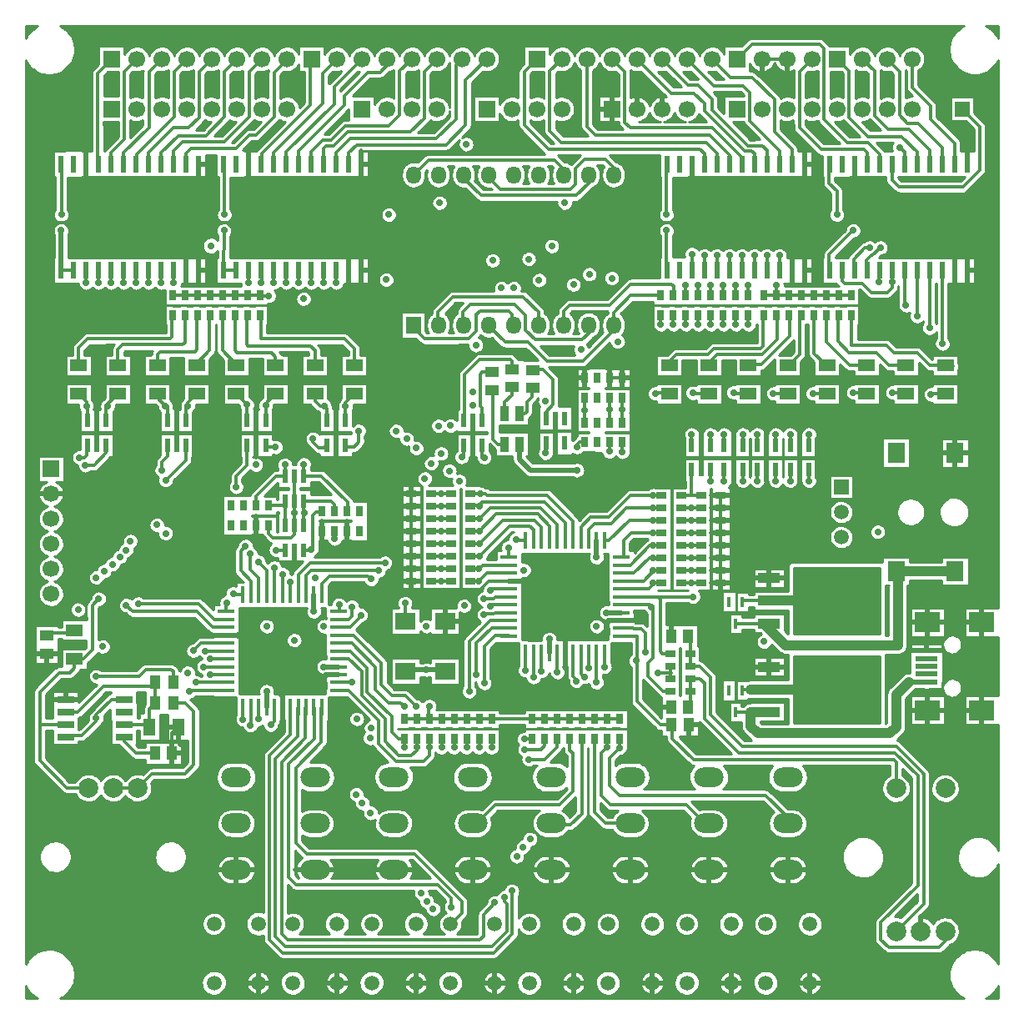
<source format=gtl>
G04 DipTrace 2.4.0.2*
%INProtolautav2.3.4.GTL*%
%MOMM*%
%ADD10C,0.25*%
%ADD13C,0.3*%
%ADD14C,0.5*%
%ADD15C,1.0*%
%ADD17R,1.7X1.7*%
%ADD18C,1.7*%
%ADD19C,1.5*%
%ADD20R,1.4X1.1*%
%ADD21R,1.1X1.4*%
%ADD22R,1.2X1.8*%
%ADD23R,0.3X1.1*%
%ADD24R,1.7X1.2*%
%ADD25R,0.9X1.5*%
%ADD26C,2.0*%
%ADD27R,1.5X1.5*%
%ADD28R,0.5X1.4*%
%ADD29R,1.0X0.65*%
%ADD31R,0.65X1.0*%
%ADD32O,3.0X2.0*%
%ADD33R,1.7X0.45*%
%ADD34R,0.45X1.7*%
%ADD35R,2.2X3.3*%
%ADD36R,2.2X1.0*%
%ADD37R,0.6X1.7*%
%ADD38R,1.7X0.7*%
%ADD39R,1.5X1.8*%
%ADD40O,1.5X1.8*%
%ADD41R,1.8X2.0*%
%ADD42R,2.5X2.0*%
%ADD43R,2.3X0.5*%
%ADD44R,2.0X1.8*%
%ADD45C,0.705*%
%FSLAX53Y53*%
G04*
G71*
G90*
G75*
G01*
%LNTop*%
%LPD*%
X65200Y42810D2*
D13*
X64355D1*
X64510D1*
X63900Y42200D1*
X61100D1*
X65200Y44080D2*
X64435D1*
X63355Y43000D1*
X61100D1*
X64335Y44080D2*
X64435D1*
X65200Y45350D2*
X65150Y45300D1*
X64305D1*
X64355Y45350D1*
X63950D1*
X62400Y43800D1*
X61100D1*
X65200Y46620D2*
X64355D1*
X64020D1*
X62000Y44600D1*
X61100D1*
X88580Y74550D2*
Y73420D1*
X57400Y33250D2*
Y33150D1*
X57000Y33550D1*
Y35700D1*
X83500Y74550D2*
Y73500D1*
X83800Y73200D1*
X85600D1*
X86500Y72300D1*
X88100D1*
X88580Y72780D1*
Y73420D1*
X89850Y85350D2*
Y86550D1*
X89350Y87050D1*
X65200Y51700D2*
X64355D1*
X62050D1*
X59850Y49500D1*
X58000D1*
X57000Y48500D1*
Y47100D1*
X65200Y47890D2*
X64355D1*
X62140D1*
X61350Y47100D1*
Y45400D1*
X61100D1*
Y37400D2*
X62700D1*
Y34900D1*
Y30750D1*
X65050Y28400D1*
X66200D1*
X89000Y21950D2*
Y24650D1*
X88800Y24850D1*
X68450D1*
X66300Y27000D1*
Y28300D1*
X66200Y28400D1*
X89850Y74550D2*
Y71150D1*
X90000Y71000D1*
X62600Y34900D2*
X62700D1*
X66100Y31790D2*
X65360D1*
X63800Y33350D1*
Y34650D1*
X64350Y35200D1*
Y40205D1*
X63955Y40600D1*
X61100D1*
X91120Y74550D2*
Y69900D1*
X64155Y40400D2*
Y40205D1*
X64350D1*
X92390Y85350D2*
Y86760D1*
X90300Y88850D1*
X88200D1*
X86800Y90250D1*
Y94760D1*
X85560Y96000D1*
X66100Y35600D2*
X66050Y35650D1*
X65250D1*
X65050Y35850D1*
Y41150D1*
X64800Y41400D1*
X61100D1*
X92390Y74550D2*
Y68700D1*
X68400Y41400D2*
X64800D1*
X93660Y85350D2*
Y87040D1*
X91200Y89500D1*
X90150D1*
X89350Y90300D1*
Y94750D1*
X88100Y96000D1*
X91120Y85350D2*
Y86580D1*
X89550Y88150D1*
X86150D1*
X84250Y90050D1*
Y94770D1*
X83020Y96000D1*
X65200Y49160D2*
X65160Y49200D1*
X64315D1*
X61950D1*
X59850Y47100D1*
X59400D1*
X86040Y85350D2*
Y86460D1*
X85700Y86800D1*
X81400D1*
X79200Y89000D1*
Y94720D1*
X80480Y96000D1*
X39200Y38930D2*
X39150Y38980D1*
Y40750D1*
X21050Y40800D2*
X21000Y40750D1*
Y39900D1*
X49650Y46400D2*
X49700D1*
Y45400D1*
X86300Y76850D2*
X85850D1*
X84700Y75700D1*
Y74480D1*
X84770Y74550D1*
X65200Y50430D2*
X64355D1*
Y50400D1*
X61650D1*
X60050Y48800D1*
X58400D1*
X57800Y48200D1*
Y47100D1*
X41800Y51890D2*
X42805D1*
X43800D1*
X6900Y56800D2*
X6850Y56750D1*
Y55800D1*
X6600Y55550D1*
X6100D1*
X41800Y50620D2*
X42800D1*
X43800D1*
X6700Y54750D2*
X7550D1*
X8800Y56000D1*
Y56800D1*
X42805Y50620D2*
X42800D1*
X41800Y49350D2*
X42805D1*
X43800D1*
X15000Y56800D2*
X15050Y56750D1*
Y55700D1*
X14450Y55100D1*
Y54250D1*
X41800Y48080D2*
X42805D1*
X43800D1*
X16900Y56800D2*
Y55300D1*
X14850Y53250D1*
X41800Y46810D2*
X42805D1*
X43800D1*
X23100Y56800D2*
Y54750D1*
X22000Y53650D1*
Y52550D1*
X41800Y45540D2*
X42805D1*
X43800D1*
X25000Y56800D2*
X25200Y56600D1*
X26000D1*
X41800Y44270D2*
X42805D1*
X43800D1*
X31200Y56800D2*
X30900Y56500D1*
X30400D1*
X29800Y57100D1*
Y57450D1*
X41800Y43000D2*
X42805D1*
X43800D1*
X33100Y56800D2*
X33250Y56650D1*
X34000D1*
X34450Y57100D1*
Y58250D1*
X16100Y28200D2*
X15500Y27600D1*
Y25500D1*
X7850Y59300D2*
Y56800D1*
X15950Y59300D2*
Y56800D1*
X24050Y59300D2*
Y56800D1*
X32150Y59300D2*
Y56800D1*
X39800Y51890D2*
Y50620D1*
Y49350D1*
Y48080D1*
Y46810D1*
Y45540D1*
Y44270D1*
Y43000D1*
X71200Y51700D2*
Y50430D1*
Y49160D1*
Y47890D1*
Y46620D1*
Y45350D1*
Y44080D1*
Y42810D1*
X69200Y56800D2*
Y54300D1*
X72500Y56800D2*
Y54300D1*
X75850Y56800D2*
Y54300D1*
X79200Y56800D2*
Y54300D1*
X54400Y59500D2*
Y57000D1*
X46050Y59300D2*
Y56800D1*
X61205Y63605D2*
X59935D1*
X75400Y96000D2*
X77940D1*
X49700Y43000D2*
X51850D1*
Y42550D1*
X61100Y39000D2*
X61150Y39050D1*
X62500D1*
X63150Y39700D1*
X21000Y37500D2*
X22200D1*
X22250D1*
X32400Y33500D2*
X31300D1*
X31000Y33200D1*
X30800D1*
X26700Y30200D2*
Y31150D1*
X26450Y31400D1*
Y31800D1*
X49700Y43000D2*
X49650Y42950D1*
X47600D1*
X46450Y41800D1*
X44600D1*
X44250Y41450D1*
Y41250D1*
X1800Y71400D2*
X1900Y71500D1*
Y78700D1*
X2600Y79400D1*
X24600D1*
X25550Y78450D1*
X39000D1*
X40350Y77100D1*
X40800D1*
X34700Y74550D2*
X34750Y74500D1*
X35750D1*
X37450Y76200D1*
X42200D1*
X45400Y79400D1*
X66700D1*
X68270Y80970D1*
Y85350D1*
X24040Y50650D2*
X24000Y50690D1*
Y51600D1*
X26045Y53645D1*
X26955D1*
X15555Y72000D2*
X16825D1*
X18095D1*
X19365D1*
X20635D1*
X21905D1*
X23175D1*
X24445D1*
Y71950D1*
X25300D1*
X26955Y54800D2*
Y53645D1*
X33240Y50100D2*
X33300Y50160D1*
Y51000D1*
X30655Y53645D1*
X28855D1*
X75555Y72000D2*
X76825D1*
X78095D1*
X84445D2*
X83175D1*
X78095D2*
X79365D1*
X80635D1*
X81905D1*
X83175D1*
X28850Y54850D2*
X28855D1*
Y53645D1*
X76850Y73000D2*
X76825Y73025D1*
Y72000D1*
X28855Y48645D2*
Y49900D1*
Y51145D1*
X31970Y50100D2*
X32000Y50130D1*
Y50800D1*
X31655Y51145D1*
X28855D1*
X26955Y46145D2*
X26045D1*
X28900Y49900D2*
X28855D1*
X30700Y50100D2*
X30600Y50000D1*
X30100D1*
X29800Y49700D1*
Y46400D1*
X29635Y46235D1*
X29545Y46145D1*
X28855D1*
X54600Y33750D2*
Y35700D1*
X93700Y67100D2*
Y74510D1*
X93660Y74550D1*
X94930Y85350D2*
Y87470D1*
X92500Y89900D1*
Y91250D1*
X90650Y93100D1*
Y95990D1*
X90640Y96000D1*
X4250Y80200D2*
Y85330D1*
X4230Y85350D1*
X20800Y80200D2*
Y85280D1*
X20730Y85350D1*
X65700Y80200D2*
Y85320D1*
X65730Y85350D1*
X83000Y80200D2*
Y82600D1*
X82200Y83400D1*
Y85320D1*
X82230Y85350D1*
X49700Y37400D2*
X49650Y37450D1*
X48300D1*
X47200Y36350D1*
Y32650D1*
X17250Y31800D2*
X17150Y31900D1*
X21000D1*
X49700Y39000D2*
X47800D1*
X45650Y36850D1*
Y31800D1*
X32400Y32700D2*
X33750D1*
X61100Y38200D2*
X62300D1*
X62350Y38150D1*
X63100D1*
X63550Y37700D1*
Y35750D1*
X19350Y33500D2*
X21000D1*
X49700Y38200D2*
X49650Y38250D1*
X47950D1*
X46400Y36700D1*
Y33500D1*
X17900Y32700D2*
X21000D1*
X57400Y57100D2*
X56850D1*
X56600Y56850D1*
Y56600D1*
X59400Y34300D2*
Y35700D1*
X61210Y57100D2*
Y56110D1*
X58600Y32700D2*
Y35700D1*
X59940Y57100D2*
X59900Y57060D1*
Y56150D1*
X57800Y34200D2*
Y35700D1*
X45800Y51890D2*
X46700D1*
X47310D1*
X47500Y51700D1*
X53600D1*
X56200Y49100D1*
Y47100D1*
X46800Y51850D2*
X46700D1*
Y51890D1*
X45800Y50620D2*
X45880Y50700D1*
X46665D1*
X46965Y51000D1*
X53300D1*
X55400Y48900D1*
Y47100D1*
X46665Y50620D2*
Y50700D1*
X45800Y49350D2*
X46715D1*
X47765Y50400D1*
X52900D1*
X54600Y48700D1*
Y47100D1*
X45800Y48080D2*
X46695D1*
X48415Y49800D1*
X52600D1*
X53800Y48600D1*
Y47100D1*
X45800Y46810D2*
X46725D1*
X49115Y49200D1*
X52300D1*
X53000Y48500D1*
Y47100D1*
X45800Y45540D2*
X46705D1*
X49765Y48600D1*
X51800D1*
X52200Y48200D1*
Y47100D1*
X45800Y44270D2*
X46615D1*
Y44400D1*
X46865D1*
X47065Y44600D1*
X49700D1*
X45800Y43000D2*
X46650D1*
X47450Y43800D1*
X49700D1*
X46615Y43000D2*
X46650D1*
X57135Y27000D2*
X57100Y26965D1*
Y19400D1*
X55950Y18250D1*
X54000D1*
Y18400D1*
X32400Y39100D2*
X33450D1*
X33750Y39400D1*
Y40400D1*
X47620Y69000D2*
X47650Y68970D1*
Y68900D1*
X49300Y67250D1*
X51650D1*
X53550Y65350D1*
X57200D1*
X60320Y68470D1*
Y69000D1*
X65110Y72000D2*
X62050D1*
X60320Y70270D1*
Y69000D1*
X66380Y72000D2*
X66400Y72020D1*
Y72950D1*
X66200Y73150D1*
X62050D1*
X59900Y71000D1*
X55850D1*
X55240Y70390D1*
Y69000D1*
X26955Y48645D2*
Y50650D1*
Y51145D1*
X25310Y50650D2*
X26955D1*
X40000Y84240D2*
X41510Y85750D1*
X54300D1*
X55240Y84810D1*
Y84240D1*
X67650Y72000D2*
Y73000D1*
X50160Y69000D2*
X50050Y69110D1*
Y70100D1*
X49700Y70450D1*
X46750D1*
X46400Y70100D1*
Y68400D1*
X45600Y67600D1*
X41100D1*
X40000Y68700D1*
Y69000D1*
X68920Y72000D2*
Y73000D1*
X42540Y69000D2*
X42500Y69040D1*
Y70350D1*
X44000Y71850D1*
X51150D1*
X52700Y70300D1*
Y69000D1*
X70190Y72000D2*
Y73000D1*
X45080Y69000D2*
X45000Y69080D1*
Y70350D1*
X45750Y71100D1*
X50300D1*
X51400Y70000D1*
Y68450D1*
X52350Y67500D1*
X57150D1*
X57780Y68130D1*
Y69000D1*
X71460Y72000D2*
Y73000D1*
X47620Y84240D2*
X47360D1*
X48850Y82750D1*
X55900D1*
X56450Y83300D1*
Y84900D1*
X57400Y85850D1*
X59450D1*
X60320Y84980D1*
Y84240D1*
X72730Y72000D2*
Y73000D1*
X45080Y84240D2*
X44760D1*
X46850Y82150D1*
X56550D1*
X57780Y83380D1*
Y84240D1*
X74000Y72000D2*
Y73000D1*
X47000Y59300D2*
Y60600D1*
X46800Y60800D1*
Y64000D1*
X47000Y64200D1*
X48000D1*
X42865Y27000D2*
Y26100D1*
X30700Y30200D2*
X30650Y30150D1*
Y26650D1*
X28050Y24050D1*
Y16400D1*
X29150Y15300D1*
X40100D1*
X44900Y10500D1*
Y9300D1*
X43800Y8200D1*
X43750D1*
X45405Y27000D2*
Y26100D1*
X29100Y30200D2*
X29050Y30150D1*
Y27100D1*
X26600Y24650D1*
Y7150D1*
X27200Y6550D1*
X46700D1*
X47100Y6950D1*
Y9150D1*
X48250Y10300D1*
Y10350D1*
X46675Y27000D2*
Y26100D1*
X28300Y30200D2*
X28250Y30150D1*
Y27250D1*
X25950Y24950D1*
Y6900D1*
X26950Y5900D1*
X47950D1*
X49500Y7450D1*
Y10200D1*
X49250Y10450D1*
Y10900D1*
X47945Y27000D2*
Y26100D1*
X27500Y30200D2*
Y27400D1*
X25400Y25300D1*
Y6550D1*
X26700Y5250D1*
X48150D1*
X50050Y7150D1*
Y11550D1*
X50000D1*
X80150Y56800D2*
Y57880D1*
X74000Y69050D2*
Y70000D1*
X78250Y56800D2*
Y57880D1*
X72730Y69050D2*
Y70000D1*
X76800Y56800D2*
Y57880D1*
X71460Y69050D2*
Y70000D1*
X74900Y56800D2*
Y57880D1*
X70190Y69050D2*
Y70000D1*
X73450Y56800D2*
Y57880D1*
X68920Y69050D2*
Y70000D1*
X71550Y56800D2*
Y57880D1*
X67650Y69050D2*
Y70000D1*
X70150Y56800D2*
Y57880D1*
X66380Y69050D2*
Y70000D1*
X68250Y56800D2*
Y57880D1*
X65110Y69050D2*
Y70000D1*
X67200Y42810D2*
X68205D1*
X69200D1*
X80150Y53180D2*
Y54300D1*
X55865Y27000D2*
Y25835D1*
X56200Y25500D1*
Y21650D1*
X54850Y20300D1*
X48350D1*
X46450Y18400D1*
X46000D1*
X32450Y40600D2*
Y39900D1*
X32400D1*
X58405Y27000D2*
X58350Y26945D1*
Y19500D1*
X59450Y18400D1*
X62000D1*
X32400Y38300D2*
X33550D1*
X34650Y39400D1*
Y39550D1*
X54595Y27000D2*
X54550Y26955D1*
Y26150D1*
X53300Y24900D1*
X51700D1*
X35700Y43200D2*
X35400Y43500D1*
X31500D1*
X30700Y42700D1*
Y41600D1*
X53325Y27000D2*
X53350Y26975D1*
Y26300D1*
X52950Y25900D1*
X51300D1*
X36450Y44050D2*
X29600D1*
X29100Y43550D1*
Y41600D1*
X59675Y27000D2*
Y26120D1*
X59100Y25545D1*
Y21200D1*
X60000Y20300D1*
X67700D1*
X69600Y18400D1*
X70000D1*
X40300Y30250D2*
X39200Y31350D1*
X37850D1*
X36750Y32450D1*
Y34650D1*
X33900Y37500D1*
X32400D1*
X60945Y27000D2*
Y26090D1*
X59900Y25045D1*
Y22250D1*
X60900Y21250D1*
X75750D1*
X78000Y19000D1*
Y18400D1*
X39050Y30300D2*
X38700Y30650D1*
X37450D1*
X36150Y31950D1*
Y34300D1*
X33750Y36700D1*
X32400D1*
X52055Y27000D2*
X52005Y26950D1*
X51250D1*
X37100Y44850D2*
X29500D1*
X28300Y43650D1*
Y41600D1*
X10000Y62000D2*
X8800Y60800D1*
Y59300D1*
X68350Y62100D2*
X68450Y62000D1*
X70000D1*
X8950Y60800D2*
X8800D1*
X6000Y62000D2*
X6800Y61200D1*
Y60800D1*
X6900D1*
Y59300D1*
X64550Y62050D2*
Y62100D1*
X66000D1*
Y62000D1*
X41595Y27000D2*
Y26100D1*
X32400Y31900D2*
X33400D1*
X36450Y28850D1*
Y26450D1*
X38200Y24700D1*
X41000D1*
X41595Y25295D1*
Y26100D1*
X40325Y27000D2*
Y26100D1*
X32400Y35100D2*
X32450Y35150D1*
X33400D1*
X34750Y33800D1*
Y31400D1*
X37100Y29050D1*
Y26700D1*
X38500Y25300D1*
X39800D1*
X40325Y25825D1*
Y26100D1*
X14000Y62000D2*
Y61600D1*
X14800Y60800D1*
X15000D1*
Y59300D1*
X72500Y62150D2*
Y62000D1*
X74000D1*
X18000D2*
X17100Y61100D1*
Y60800D1*
X16900D1*
Y59300D1*
X76550Y62050D2*
X78000D1*
Y62000D1*
X22000D2*
X23100Y60900D1*
Y59300D1*
X80550Y62050D2*
X82000D1*
Y62000D1*
X26000D2*
X25000Y61000D1*
Y60838D1*
Y59300D1*
X84650Y62150D2*
X86000D1*
Y62000D1*
X30000D2*
Y61300D1*
X30500Y60800D1*
X30950D1*
X31200Y60550D1*
Y59300D1*
X88650Y62150D2*
X90000D1*
Y62000D1*
X34000D2*
X33100Y61100D1*
Y60751D1*
Y59300D1*
X92550Y61950D2*
Y62000D1*
X94000D1*
X10580Y85350D2*
Y86480D1*
X13150Y89050D1*
Y94710D1*
X14440Y96000D1*
X67200Y44080D2*
X68205D1*
X69200D1*
X78250Y53180D2*
Y54300D1*
X67200Y45350D2*
X68205D1*
X69200D1*
X76800Y53180D2*
Y54300D1*
X67200Y46620D2*
X68205D1*
X69200D1*
X74900Y53180D2*
Y54300D1*
X67200Y47890D2*
X68205D1*
X69200D1*
X73450Y53180D2*
Y54300D1*
X67200Y49160D2*
X68205D1*
X69200D1*
X71550Y53180D2*
Y54300D1*
X67200Y50430D2*
X68205D1*
X69200D1*
X70150Y53180D2*
Y54300D1*
X67200Y51700D2*
X68250D1*
X69200D1*
X68250Y54300D2*
Y51700D1*
X75555Y70000D2*
X75500Y69945D1*
Y66900D1*
X75200Y66600D1*
X70500D1*
X69900Y66000D1*
X66700D1*
X66000Y65300D1*
Y64900D1*
X76825Y70000D2*
X76900Y69925D1*
Y67500D1*
X75400Y66000D1*
X70800D1*
X70000Y65200D1*
Y64900D1*
X78095Y70000D2*
X78200Y69895D1*
Y67900D1*
X75300Y65000D1*
X74000D1*
Y64900D1*
X79365Y70000D2*
X79200Y69835D1*
Y66000D1*
X78100Y64900D1*
X78000D1*
X80635Y70000D2*
X80700Y69935D1*
Y66100D1*
X81900Y64900D1*
X82000D1*
X81905Y70000D2*
Y67295D1*
X84300Y64900D1*
X86700D1*
X86650Y64950D1*
X86000D1*
Y64900D1*
X83175Y70000D2*
X83100Y69925D1*
Y67350D1*
X84250Y66200D1*
X87000D1*
X88300Y64900D1*
X90000D1*
X15555Y70000D2*
X15500Y69945D1*
Y67800D1*
X15300Y67600D1*
X6900D1*
X6000Y66700D1*
Y64900D1*
X16825Y70000D2*
X16800Y69975D1*
Y67200D1*
X16600Y67000D1*
X10500D1*
X10000Y66500D1*
Y64900D1*
X18095Y70000D2*
X18000Y69905D1*
Y66500D1*
X17800Y66300D1*
X14300D1*
X14000Y66000D1*
Y64900D1*
X19365Y70000D2*
X19300Y69935D1*
Y66400D1*
X18000Y65100D1*
Y64900D1*
X20635Y70000D2*
X20600Y69965D1*
Y66400D1*
X22000Y65000D1*
Y64900D1*
X21905Y70000D2*
X21900Y69995D1*
Y66400D1*
X22100Y66200D1*
X25600D1*
X26000Y65800D1*
Y64900D1*
X23175Y70000D2*
X23100Y69925D1*
Y67000D1*
X23200Y66900D1*
X29500D1*
X30000Y66400D1*
Y64900D1*
X24445Y70000D2*
X24500Y69945D1*
Y67600D1*
X33000D1*
X34000Y66600D1*
Y64900D1*
X84445Y70000D2*
X84500Y69945D1*
Y66950D1*
X88000D1*
X88750Y66200D1*
X91150D1*
X92450Y64900D1*
X94700D1*
X94800Y64800D1*
X94000D1*
Y64900D1*
X44135Y27000D2*
Y26100D1*
X29900Y30200D2*
X29950Y30150D1*
Y27000D1*
X27350Y24400D1*
Y12900D1*
X28050Y12200D1*
X42450D1*
X43850Y10800D1*
Y9900D1*
X9310Y85350D2*
Y86510D1*
X10650Y87850D1*
Y94750D1*
X11900Y96000D1*
X9360D2*
X9400D1*
X7950Y94550D1*
Y85350D1*
X8040D1*
X39055Y27000D2*
Y26100D1*
X32400Y35900D2*
X33550D1*
X35300Y34150D1*
Y31750D1*
X37800Y29250D1*
Y27700D1*
X38500Y27000D1*
X39055D1*
X11850Y85350D2*
X11900D1*
Y86300D1*
X15700Y90100D1*
Y94720D1*
X16980Y96000D1*
X13800Y32700D2*
Y30600D1*
X13200Y30000D1*
Y28200D1*
X12940Y28460D1*
X10600D1*
X13800Y32700D2*
X13400Y32300D1*
X8500D1*
X5930Y29730D1*
X4700D1*
X13800Y25500D2*
X11800D1*
X10600Y26700D1*
Y27190D1*
X9500Y22000D2*
X12000D1*
X13450Y23450D1*
X16800D1*
X17700Y24350D1*
Y29750D1*
X16850Y30600D1*
X15600D1*
X45100Y59300D2*
X45200Y59400D1*
Y64000D1*
X46700Y65500D1*
X49800D1*
X50000Y65300D1*
Y64500D1*
X53450Y59500D2*
Y60200D1*
X54150Y60900D1*
Y63450D1*
X53100Y64500D1*
X52100D1*
Y64400D1*
X50000Y62700D2*
Y61900D1*
X49250Y61150D1*
Y60000D1*
X48000Y62400D2*
X48100Y62300D1*
Y57400D1*
X48600Y56900D1*
X49250D1*
X52100Y62600D2*
X52000Y62500D1*
Y61700D1*
X51500Y61200D1*
Y60200D1*
X51300Y60000D1*
X50750D1*
X57395Y61605D2*
X57400Y61600D1*
Y60378D1*
Y59100D1*
X53400Y56000D2*
X53450D1*
Y57000D1*
X61205Y61605D2*
X61210Y61600D1*
Y60401D1*
Y59100D1*
X44900Y55600D2*
X45100D1*
Y56800D1*
X59935Y61605D2*
X59940Y61600D1*
Y60420D1*
Y59100D1*
X47200Y55550D2*
X47000D1*
Y56800D1*
X68100Y33060D2*
Y31790D1*
X67900Y30200D2*
X68100Y30400D1*
Y31790D1*
X94000Y7450D2*
Y6450D1*
X93350Y5800D1*
X88250D1*
X87450Y6600D1*
Y8350D1*
X91200Y12100D1*
Y23250D1*
X88900Y25550D1*
X73050D1*
X69550Y29050D1*
Y32650D1*
X69100Y33100D1*
X68140D1*
X68100Y33060D1*
X67900Y37400D2*
X68100Y37200D1*
Y35600D1*
Y34330D1*
X89000Y7450D2*
X91800Y10250D1*
Y23400D1*
X91750Y23450D1*
Y23500D1*
X89050Y26200D1*
X73350D1*
X70150Y29400D1*
Y33250D1*
X69050Y34350D1*
X68120D1*
X68100Y34330D1*
X16930Y85350D2*
Y86380D1*
X17450Y86900D1*
X21950D1*
X23315Y88265D1*
X24015D1*
X25850Y90100D1*
Y94650D1*
X27200Y96000D1*
X27140D1*
X15660Y85350D2*
Y86710D1*
X16550Y87600D1*
X20800D1*
X23300Y90100D1*
Y94700D1*
X24600Y96000D1*
X14390Y85350D2*
Y86490D1*
X16100Y88200D1*
X18900D1*
X20800Y90100D1*
Y94700D1*
X22100Y96000D1*
X22060D1*
X13120Y85350D2*
Y86520D1*
X15600Y89000D1*
X17200D1*
X18250Y90050D1*
Y94730D1*
X19520Y96000D1*
X5600Y38000D2*
X5350Y37750D1*
X2750D1*
Y37450D1*
X78430Y85350D2*
Y86820D1*
X76650Y88600D1*
Y91900D1*
X74400Y94150D1*
X72170D1*
X70320Y96000D1*
X77160Y85350D2*
Y86690D1*
X74150Y89700D1*
Y92600D1*
X73450Y93300D1*
X70480D1*
X67780Y96000D1*
X75890Y85350D2*
Y86760D1*
X75450Y87200D1*
X73950D1*
X70300Y90850D1*
Y91950D1*
X68900Y93350D1*
X67890D1*
X65240Y96000D1*
X74620Y85350D2*
Y86380D1*
X74350Y86650D1*
X73600D1*
X69550Y90700D1*
Y91500D1*
X68500Y92550D1*
X66150D1*
X62700Y96000D1*
X73350Y85350D2*
Y86000D1*
X70350Y89000D1*
X62000D1*
X61450Y89550D1*
Y94710D1*
X60160Y96000D1*
X72080Y85350D2*
Y86270D1*
X70100Y88250D1*
X58500D1*
X57600Y89150D1*
Y95980D1*
X57620Y96000D1*
X70810Y85350D2*
Y86440D1*
X69700Y87550D1*
X55000D1*
X53850Y88700D1*
Y94770D1*
X55080Y96000D1*
X69540Y85350D2*
Y86410D1*
X69100Y86850D1*
X53700D1*
X51250Y89300D1*
Y94710D1*
X52540Y96000D1*
X33430Y85350D2*
Y86480D1*
X34250Y87300D1*
X43300D1*
X45300Y89300D1*
Y93840D1*
X47460Y96000D1*
X32160Y85350D2*
Y86460D1*
X33600Y87900D1*
X42300D1*
X44300Y89900D1*
Y95380D1*
X44920Y96000D1*
X30890Y85350D2*
Y86890D1*
X31150Y87150D1*
X31850D1*
X33300Y88600D1*
X39700D1*
X41100Y90000D1*
Y94720D1*
X42380Y96000D1*
X29620Y85350D2*
Y86620D1*
X30750Y87750D1*
X31650D1*
X33100Y89200D1*
X37500D1*
X38600Y90300D1*
Y94760D1*
X39840Y96000D1*
X28350Y85350D2*
Y86650D1*
X33000Y91300D1*
Y92300D1*
X35350Y94650D1*
X36600D1*
X37300Y95350D1*
Y96000D1*
X27080Y85350D2*
Y86580D1*
X31950Y91450D1*
Y93190D1*
X34760Y96000D1*
X25810Y85350D2*
Y86510D1*
X30800Y91500D1*
Y94580D1*
X32220Y96000D1*
X24540Y85350D2*
X24600D1*
Y86400D1*
X29500Y91300D1*
Y95820D1*
X29680Y96000D1*
X72730Y38700D2*
X76100D1*
D15*
X75600D1*
X77800Y36500D1*
X89200D1*
Y44000D1*
X89000D1*
X95000D1*
X21000Y36700D2*
D13*
X18450D1*
X17675Y35925D1*
X23270Y73300D2*
Y74550D1*
X21000Y35900D2*
X18850D1*
X24540Y73300D2*
X24600D1*
Y74490D1*
X24540Y74550D1*
X21000Y35100D2*
X19350D1*
X25810Y73300D2*
Y74550D1*
X21000Y34300D2*
X18700D1*
X27080Y73300D2*
Y74550D1*
X22700Y30200D2*
Y28950D1*
X28350Y73300D2*
Y74550D1*
X23500Y30200D2*
Y28400D1*
X23450Y28350D1*
X29620Y73300D2*
Y74550D1*
X24300Y30200D2*
Y29050D1*
X24250Y29000D1*
X30890Y73300D2*
Y74550D1*
X25900Y30200D2*
X25850D1*
Y28750D1*
X25500Y28400D1*
X32160Y73300D2*
Y74550D1*
X68270D2*
Y76200D1*
X47800Y42050D2*
X47850D1*
X48000Y42200D1*
X49700D1*
X69540Y74550D2*
Y76050D1*
X47150Y41200D2*
X48150D1*
X48350Y41400D1*
X49700D1*
X70810Y74550D2*
Y76050D1*
X47800Y40450D2*
X47900D1*
X48050Y40600D1*
X49700D1*
X72080Y74550D2*
Y76050D1*
X47150Y39600D2*
X47350D1*
X47400Y39650D1*
X48150D1*
X48300Y39800D1*
X49700D1*
X73350Y74550D2*
Y76050D1*
X51350Y33950D2*
Y35650D1*
X51400Y35700D1*
X74620Y74550D2*
Y76050D1*
X52200Y33250D2*
Y35700D1*
X75890Y74550D2*
Y76050D1*
X53000Y33850D2*
Y35700D1*
X77160Y74550D2*
Y76050D1*
X56550Y32850D2*
Y33000D1*
X56200Y33350D1*
Y35700D1*
X87310Y74550D2*
X87300Y74540D1*
Y73400D1*
X95720Y90920D2*
X97500Y89140D1*
Y84700D1*
X95800Y83000D1*
X89300D1*
X88580Y83720D1*
Y85350D1*
X73370Y31870D2*
X73500Y32000D1*
X74210D1*
D15*
X76100D1*
X39200Y33850D2*
D14*
Y34000D1*
X41300D1*
X43200D1*
Y33850D1*
X53800Y35700D2*
Y37100D1*
X61100Y39800D2*
X59600D1*
X58600Y47100D2*
Y45400D1*
X25100Y30200D2*
Y31800D1*
X29900Y41600D2*
Y39900D1*
X32400Y34300D2*
X30900D1*
X4230Y78600D2*
Y74550D1*
D13*
X5500D1*
X20730D2*
X22000D1*
X20730D2*
X20766Y78600D1*
X65700D2*
Y74580D1*
X65730Y74550D1*
X84650Y78600D2*
X82200Y76150D1*
Y74580D1*
X82230Y74550D1*
X39055Y29000D2*
X40325D1*
X41595D1*
X42865D1*
X44135D1*
X45405D1*
X46675D1*
X47945D1*
X52055D2*
X53325D1*
X54595D1*
X55865D1*
X57135D1*
X58405D1*
X59675D1*
X60945D1*
X41595D2*
X41550Y29045D1*
Y30350D1*
X41600Y30300D1*
X47945Y29000D2*
X52055D1*
X76100Y32000D2*
D15*
X79000D1*
X73400Y40900D2*
D13*
X73500Y41000D1*
X76100D1*
X72700Y29670D2*
X72730Y29700D1*
X74257D1*
D15*
X76100D1*
X66100Y34330D2*
D13*
Y33771D1*
Y33060D1*
X76100Y29700D2*
D3*
X4700Y27190D2*
X4810Y27300D1*
X6300D1*
X7800Y28800D1*
Y29100D1*
Y29400D1*
X9400Y31000D1*
X10600D1*
X15600Y32700D2*
Y33800D1*
X15400Y34000D1*
X12800D1*
X12122Y33322D1*
X7800D1*
X27905Y53645D2*
Y51145D1*
Y49887D1*
Y48645D1*
X25310Y48650D2*
Y47840D1*
X25750Y47400D1*
X27600D1*
X27905Y47705D1*
Y48645D1*
X31970Y48100D2*
X32000Y48070D1*
Y47300D1*
X92100Y32750D2*
D14*
X90300D1*
D15*
X89000Y31450D1*
Y28150D1*
X88400Y27550D1*
X74950D1*
X74257Y28243D1*
Y29700D1*
X50750Y56900D2*
D14*
Y55350D1*
X51850Y54250D1*
X56600D1*
X64806Y33700D2*
D13*
X66171D1*
X66100Y33771D1*
X76100Y41000D2*
D15*
X79000D1*
X87310Y85350D2*
D13*
Y86340D1*
X86150Y87500D1*
X84050D1*
X81700Y89850D1*
Y97050D1*
X81250Y97500D1*
X74360D1*
X72860Y96000D1*
X7000Y22000D2*
X4800D1*
X2050Y24750D1*
Y28460D1*
Y31750D1*
X4000Y33700D1*
X5150D1*
X5600Y34150D1*
Y35100D1*
X4700Y28460D2*
X2050D1*
X22700Y41600D2*
Y41650D1*
X21700D1*
Y41750D1*
X50400Y47200D2*
X50500Y47100D1*
X51400D1*
X87400Y76850D2*
X86600Y76050D1*
X86500D1*
X86000Y75550D1*
Y74590D1*
X86040Y74550D1*
X8050Y41200D2*
X7400Y40550D1*
Y36000D1*
X6500Y35100D1*
X5600D1*
X6770Y74550D2*
Y73300D1*
X27450Y42900D2*
Y41650D1*
X27500Y41600D1*
X8040Y74550D2*
Y73300D1*
X26700Y43700D2*
Y41600D1*
X9310Y74550D2*
Y73300D1*
X25850Y44350D2*
Y41650D1*
X25900Y41600D1*
X25100D2*
Y44100D1*
X24250Y44950D1*
X10580Y73300D2*
Y74550D1*
X24300Y41600D2*
Y43350D1*
X23450Y44200D1*
Y45750D1*
X11850Y73300D2*
Y74550D1*
X23500Y41600D2*
Y43000D1*
X22450Y44050D1*
Y46050D1*
X22950Y46550D1*
X13120Y73300D2*
Y74550D1*
X21000Y39100D2*
X19800D1*
X18200Y40700D1*
X12050D1*
X14390Y73300D2*
Y74550D1*
X21000Y38300D2*
X19600D1*
X18000Y39900D1*
X11500D1*
X10850Y40550D1*
X15660Y73300D2*
Y74550D1*
D45*
X64355Y42810D3*
X64335Y44080D3*
X64355Y45350D3*
Y46620D3*
X88580Y73420D3*
X57400Y33250D3*
X89350Y87050D3*
X64355Y51700D3*
Y47890D3*
X90000Y71000D3*
X62600Y34900D3*
X91120Y69900D3*
X64155Y40400D3*
X92390Y68700D3*
X68400Y41400D3*
X64315Y49200D3*
X39150Y40750D3*
X21050Y40800D3*
X45150Y40500D3*
X49650Y46400D3*
X39150Y40750D3*
X51700Y75700D3*
X86300Y76850D3*
X64355Y50430D3*
X6100Y55550D3*
X42805Y55950D3*
Y51890D3*
X41800Y54950D3*
X6700Y54750D3*
X14450Y54250D3*
X43650Y54200D3*
X42805Y49350D3*
X14850Y53250D3*
X41150Y53400D3*
X42805Y48080D3*
X22000Y52550D3*
X44650Y53150D3*
X42805Y46810D3*
X26000Y56600D3*
X40300Y56500D3*
X42805Y45540D3*
X29800Y57450D3*
X39300D3*
X42805Y44270D3*
X34450Y58250D3*
X38250D3*
X42805Y43000D3*
X25300Y71950D3*
X24000Y54800D3*
X26955D3*
X48950Y72750D3*
X25300Y71950D3*
X52750Y73550D3*
X28850Y71650D3*
Y54850D3*
X76850Y73000D3*
X52750Y73550D3*
X26045Y46145D3*
X28900Y49900D3*
X54600Y33750D3*
X29635Y46235D3*
X57000Y66500D3*
X93700Y67100D3*
X83000Y80200D3*
X4250D3*
X65700D3*
X37500D3*
X20800D3*
X83000D3*
X4250D3*
X20800D3*
X65700D3*
X83000D3*
X47200Y32650D3*
X17250Y31800D3*
X13950Y48700D3*
X17250Y31800D3*
X45650D3*
X33750Y32700D3*
X17100Y33700D3*
X14850Y47850D3*
X63550Y35750D3*
X19350Y33500D3*
X46400D3*
X17900Y32700D3*
X56600Y56600D3*
X59400Y34300D3*
X42550Y58750D3*
X45350Y87350D3*
X56600Y56600D3*
X61210Y56110D3*
X58600Y32700D3*
X43775Y58775D3*
X48050Y75550D3*
X61210Y56110D3*
X59900Y56150D3*
X57800Y34200D3*
X60750Y67300D3*
X46350Y66950D3*
X59900Y56150D3*
X46800Y51850D3*
X46665Y50620D3*
X46715Y49350D3*
X46695Y48080D3*
X37250Y73600D3*
X46725Y46810D3*
X46705Y45540D3*
X46615Y44270D3*
Y43000D3*
X33750Y40400D3*
X34800Y20450D3*
X55350Y81400D3*
X42650D3*
X67650Y73000D3*
X56250Y73100D3*
X68920Y73000D3*
X50200Y72750D3*
X70190Y73000D3*
X71460D3*
X72730D3*
X60150Y73750D3*
X74000Y73000D3*
X57850Y74150D3*
X42865Y26100D3*
X45405D3*
X48250Y10350D3*
D3*
X46675Y26100D3*
X49250Y10900D3*
D3*
X47945Y26100D3*
X50000Y11550D3*
D3*
X80150Y57880D3*
X74000Y69050D3*
X78250Y57880D3*
X72730Y69050D3*
X76800Y57880D3*
X71460Y69050D3*
X74900Y57880D3*
X70190Y69050D3*
X73450Y57880D3*
X68920Y69050D3*
X71550Y57880D3*
X67650Y69050D3*
X70150Y57880D3*
X66380Y69050D3*
X68250Y57880D3*
X65110Y69050D3*
X80150Y53180D3*
X68205Y42810D3*
X35650Y19450D3*
X32450Y40600D3*
X34650Y39550D3*
X34200Y21350D3*
X51700Y24900D3*
X51850Y16800D3*
X34250Y29000D3*
X35700Y43200D3*
X51700Y24900D3*
X51300Y25900D3*
X51150Y16000D3*
X35600Y27050D3*
X36450Y44050D3*
X51300Y25900D3*
X40300Y30250D3*
X59675Y26120D3*
X39050Y30300D3*
X60945Y26090D3*
X51250Y26950D3*
X50500Y15050D3*
X35700Y28100D3*
X37100Y44850D3*
X51250Y26950D3*
X68350Y62100D3*
X64550Y62050D3*
X6800Y60800D3*
X41595Y26100D3*
X42000Y9700D3*
X40325Y26100D3*
X41350Y10450D3*
X72500Y62150D3*
X14800Y60800D3*
X76550Y62050D3*
X17100Y60800D3*
X80550Y62050D3*
X23100Y60900D3*
X84650Y62150D3*
X25000Y60838D3*
X88650Y62150D3*
X30950Y60800D3*
X92550Y61950D3*
X33100Y60751D3*
X78250Y53180D3*
X68205Y44080D3*
X76800Y53180D3*
X68205Y45350D3*
X74900Y53180D3*
X68205Y46620D3*
X73450Y53180D3*
X68205Y47890D3*
X71550Y53180D3*
X68205Y49160D3*
X70150Y53180D3*
X68205Y50430D3*
X44135Y26100D3*
X43850Y9900D3*
D3*
X39055Y26100D3*
X40800Y11300D3*
X53400Y61250D3*
Y56000D3*
X57400Y60378D3*
X46050Y62200D3*
X44900Y55600D3*
X61210Y60401D3*
X46050Y60850D3*
X47200Y55550D3*
X59940Y60420D3*
X17675Y35925D3*
X23270Y73300D3*
X18850Y35900D3*
X24540Y73300D3*
X19350Y35100D3*
X25810Y73300D3*
X18700Y34300D3*
X27080Y73300D3*
X22700Y28950D3*
X28350Y73300D3*
X23450Y28350D3*
X29620Y73300D3*
X24250Y29000D3*
X30890Y73300D3*
X25500Y28400D3*
X32160Y73300D3*
X68270Y76200D3*
X47800Y42050D3*
X69540Y76050D3*
X47150Y41200D3*
X70810Y76050D3*
X47800Y40450D3*
X72080Y76050D3*
X47150Y39600D3*
X73350Y76050D3*
X51350Y33950D3*
X74620Y76050D3*
X52200Y33250D3*
X75890Y76050D3*
X53000Y33850D3*
X77160Y76050D3*
X56550Y32850D3*
X87300Y73400D3*
X77160Y76050D3*
X74210Y32000D3*
X75600Y36848D3*
X53800Y37100D3*
X59600Y39800D3*
X58600Y45400D3*
X25100Y31800D3*
Y38400D3*
Y31800D3*
X75600Y36848D3*
X58600Y45400D3*
Y38400D3*
X29900Y39900D3*
X30900Y34300D3*
X59600Y39800D3*
X29900Y39900D3*
X30900Y34300D3*
Y38400D3*
X53800Y37100D3*
X41300Y34000D3*
D3*
Y38400D3*
X5950Y40100D3*
X25100Y38400D3*
X87150Y48000D3*
X84650Y78600D3*
X4230D3*
X20766D3*
D3*
X4230D3*
X65700D3*
X84650D3*
X65700D3*
X84650D3*
X41600Y30300D3*
X41300Y34000D3*
X8450Y36350D3*
X74257Y29700D3*
X7800Y29100D3*
Y33322D3*
X27905Y49887D3*
X27900Y37000D3*
X32000Y47300D3*
X27905Y49887D3*
X7800Y29100D3*
X27905Y49887D3*
X56600Y54250D3*
X64806Y33700D3*
X74257Y29700D3*
D3*
X21700Y41750D3*
X51200Y44100D3*
X50400Y47200D3*
X54050Y77000D3*
X87400Y76850D3*
X8050Y41200D3*
X21700Y41750D3*
X6770Y73300D3*
X7800Y43350D3*
X27450Y42900D3*
X8040Y73300D3*
X8600Y44000D3*
X26700Y43700D3*
X9310Y73300D3*
X9450Y44700D3*
X25850Y44350D3*
X24250Y44950D3*
X10200Y45450D3*
X10580Y73300D3*
X23450Y45750D3*
X10850Y46150D3*
X11850Y73300D3*
X22950Y46550D3*
X11250Y47050D3*
X13120Y73300D3*
X12050Y40700D3*
X14390Y73300D3*
X10850Y40550D3*
X15660Y73300D3*
X87000Y44000D3*
Y38000D3*
X79000D3*
Y44000D3*
X83000Y43500D3*
Y38500D3*
X86000Y41000D3*
X79000D3*
Y35000D3*
X83000Y34500D3*
X87000Y35000D3*
X86000Y32000D3*
X87000Y29000D3*
X83000Y29500D3*
X79000Y29000D3*
Y32000D3*
X8950Y60800D3*
X42805Y50620D3*
X51850Y42550D3*
X64550Y30700D3*
X63150Y39700D3*
X22250Y37500D3*
X30800Y33200D3*
X26450Y31800D3*
X16400Y26500D3*
X4550Y24900D3*
X69300Y26600D3*
X24800Y47300D3*
X3000Y30300D3*
X6500Y32800D3*
X56900Y41650D3*
X54650Y40600D3*
X56900Y45400D3*
X26650Y35900D3*
X98000Y34000D3*
X92000Y2000D3*
X98000Y8000D3*
X26650Y39700D3*
X37250Y47400D3*
X47400Y54450D3*
X56600Y55250D3*
X33650Y69600D3*
X19450Y77050D3*
X94950Y58550D3*
X92450Y55900D3*
X97300Y56000D3*
X95000Y53400D3*
X77900Y47000D3*
X92850Y80100D3*
X40800Y77100D3*
X51450Y66300D3*
X44250Y41250D3*
X30000Y43300D3*
X96100Y88200D3*
X1800Y71400D3*
X59550Y93350D3*
X78650Y44128D2*
D10*
X87350D1*
X78650Y43882D2*
X87350D1*
X78650Y43635D2*
X87350D1*
X78650Y43388D2*
X87350D1*
X78650Y43142D2*
X87350D1*
X78650Y42895D2*
X87350D1*
X78650Y42648D2*
X87350D1*
X78650Y42402D2*
X87350D1*
X78650Y42155D2*
X87350D1*
X78650Y41908D2*
X87350D1*
X78650Y41662D2*
X87350D1*
X78650Y41415D2*
X87350D1*
X78650Y41168D2*
X87350D1*
X78650Y40922D2*
X87350D1*
X78650Y40675D2*
X87350D1*
X78650Y40428D2*
X87350D1*
X78650Y40182D2*
X87350D1*
X78650Y39935D2*
X87350D1*
X78650Y39688D2*
X87350D1*
X78650Y39442D2*
X87350D1*
X78650Y39195D2*
X87350D1*
X78650Y38948D2*
X87350D1*
X78650Y38702D2*
X87350D1*
X78650Y38455D2*
X87350D1*
X78650Y38208D2*
X87350D1*
X78650Y37962D2*
X87350D1*
X78650Y37715D2*
X87350D1*
X78750Y37625D2*
X87375D1*
Y44375D1*
X78625D1*
Y37625D1*
X78750D1*
X78650Y35128D2*
X87350D1*
X78650Y34882D2*
X87350D1*
X78650Y34635D2*
X87350D1*
X78650Y34388D2*
X87350D1*
X78650Y34142D2*
X87350D1*
X78650Y33895D2*
X87350D1*
X78650Y33648D2*
X87350D1*
X78650Y33402D2*
X87350D1*
X78650Y33155D2*
X87350D1*
X78650Y32908D2*
X87350D1*
X78650Y32662D2*
X87350D1*
X78650Y32415D2*
X87350D1*
X78650Y32168D2*
X87350D1*
X78650Y31922D2*
X87350D1*
X78650Y31675D2*
X87350D1*
X78650Y31428D2*
X87350D1*
X78650Y31182D2*
X87350D1*
X78650Y30935D2*
X87350D1*
X78650Y30688D2*
X87350D1*
X78650Y30442D2*
X87350D1*
X78650Y30195D2*
X87350D1*
X78650Y29948D2*
X87350D1*
X78650Y29702D2*
X87350D1*
X78650Y29455D2*
X87350D1*
X78650Y29208D2*
X87350D1*
X78650Y28962D2*
X87350D1*
X78650Y28715D2*
X87350D1*
X87250Y35375D2*
X78625D1*
Y28625D1*
X87375D1*
Y35375D1*
X87250D1*
X650Y99128D2*
X1434D1*
X4566D2*
X95434D1*
X98566D2*
X99350D1*
X650Y98882D2*
X1141D1*
X4859D2*
X95141D1*
X98859D2*
X99350D1*
X650Y98635D2*
X918D1*
X5082D2*
X94918D1*
X99082D2*
X99350D1*
X650Y98388D2*
X743D1*
X5257D2*
X94743D1*
X99257D2*
X99350D1*
X5390Y98142D2*
X94610D1*
X5496Y97895D2*
X73860D1*
X81750D2*
X94504D1*
X5570Y97648D2*
X73614D1*
X81996D2*
X94430D1*
X5621Y97402D2*
X73368D1*
X82230D2*
X94379D1*
X5648Y97155D2*
X8020D1*
X10699D2*
X11246D1*
X12554D2*
X13786D1*
X15093D2*
X16329D1*
X17632D2*
X18868D1*
X20171D2*
X21407D1*
X22714D2*
X23946D1*
X25254D2*
X26489D1*
X27793D2*
X28340D1*
X31019D2*
X31567D1*
X32875D2*
X34106D1*
X35414D2*
X36649D1*
X37953D2*
X39188D1*
X40492D2*
X41727D1*
X43035D2*
X44266D1*
X45574D2*
X46809D1*
X48113D2*
X51200D1*
X53879D2*
X54426D1*
X55734D2*
X56965D1*
X58273D2*
X59508D1*
X60812D2*
X62047D1*
X63351D2*
X64586D1*
X65894D2*
X67125D1*
X68433D2*
X69668D1*
X70972D2*
X71520D1*
X84359D2*
X84907D1*
X86214D2*
X87446D1*
X88754D2*
X89989D1*
X91293D2*
X94352D1*
X5652Y96908D2*
X8020D1*
X10699D2*
X10926D1*
X12875D2*
X13465D1*
X15414D2*
X16004D1*
X17957D2*
X18543D1*
X20496D2*
X21086D1*
X23035D2*
X23625D1*
X25574D2*
X26164D1*
X28117D2*
X28340D1*
X31019D2*
X31246D1*
X33195D2*
X33786D1*
X35734D2*
X36325D1*
X38277D2*
X38864D1*
X40816D2*
X41403D1*
X43355D2*
X43946D1*
X45894D2*
X46485D1*
X48437D2*
X51200D1*
X53879D2*
X54106D1*
X56054D2*
X56645D1*
X58597D2*
X59184D1*
X61136D2*
X61723D1*
X63675D2*
X64266D1*
X66214D2*
X66805D1*
X68754D2*
X69344D1*
X71296D2*
X71520D1*
X84359D2*
X84586D1*
X86535D2*
X87125D1*
X89074D2*
X89664D1*
X91617D2*
X94348D1*
X5632Y96662D2*
X8020D1*
X13062D2*
X13278D1*
X15601D2*
X15821D1*
X18140D2*
X18360D1*
X20679D2*
X20899D1*
X23222D2*
X23438D1*
X25761D2*
X25981D1*
X33382D2*
X33598D1*
X35921D2*
X36137D1*
X38461D2*
X38680D1*
X41000D2*
X41219D1*
X43543D2*
X43758D1*
X46082D2*
X46297D1*
X48621D2*
X51200D1*
X56242D2*
X56457D1*
X58781D2*
X59000D1*
X61320D2*
X61539D1*
X63863D2*
X64079D1*
X66402D2*
X66618D1*
X68941D2*
X69161D1*
X86722D2*
X86938D1*
X89261D2*
X89481D1*
X91800D2*
X94368D1*
X5586Y96415D2*
X8020D1*
X48734D2*
X51200D1*
X91914D2*
X94414D1*
X5519Y96168D2*
X8020D1*
X48789D2*
X51200D1*
X91968D2*
X94481D1*
X5421Y95922D2*
X8020D1*
X48796D2*
X51200D1*
X91976D2*
X94579D1*
X5293Y95675D2*
X8020D1*
X48757D2*
X51200D1*
X91937D2*
X94707D1*
X650Y95428D2*
X868D1*
X5132D2*
X7934D1*
X48668D2*
X51075D1*
X56289D2*
X56412D1*
X58828D2*
X58953D1*
X76609D2*
X76731D1*
X91847D2*
X94868D1*
X99132D2*
X99350D1*
X650Y95182D2*
X1079D1*
X4921D2*
X7688D1*
X28195D2*
X28340D1*
X43433D2*
X43661D1*
X48515D2*
X50829D1*
X56132D2*
X56567D1*
X58675D2*
X59106D1*
X74199D2*
X74347D1*
X76453D2*
X76887D1*
X91695D2*
X95079D1*
X98921D2*
X99350D1*
X650Y94935D2*
X1348D1*
X4652D2*
X7446D1*
X27937D2*
X28340D1*
X43175D2*
X43661D1*
X48257D2*
X50653D1*
X55875D2*
X56825D1*
X58418D2*
X59364D1*
X74199D2*
X74606D1*
X76195D2*
X77145D1*
X91437D2*
X95348D1*
X98652D2*
X99350D1*
X650Y94688D2*
X1723D1*
X4277D2*
X7325D1*
X11484D2*
X11786D1*
X12016D2*
X12512D1*
X14023D2*
X14325D1*
X14554D2*
X15059D1*
X16562D2*
X16868D1*
X17096D2*
X17610D1*
X19101D2*
X19407D1*
X19635D2*
X20161D1*
X21683D2*
X21946D1*
X22175D2*
X22661D1*
X24183D2*
X24485D1*
X24711D2*
X25211D1*
X26781D2*
X27028D1*
X27253D2*
X28340D1*
X31804D2*
X32106D1*
X32335D2*
X32555D1*
X34343D2*
X34493D1*
X37531D2*
X37961D1*
X39421D2*
X39727D1*
X39951D2*
X40461D1*
X41964D2*
X42266D1*
X42496D2*
X43661D1*
X47043D2*
X47348D1*
X47574D2*
X50610D1*
X54664D2*
X54965D1*
X55195D2*
X56961D1*
X58238D2*
X60047D1*
X60272D2*
X60579D1*
X62089D2*
X62586D1*
X62812D2*
X63118D1*
X64906D2*
X65125D1*
X65354D2*
X65657D1*
X67445D2*
X67664D1*
X67891D2*
X68196D1*
X69984D2*
X70207D1*
X70433D2*
X70739D1*
X74722D2*
X75286D1*
X75516D2*
X77825D1*
X78054D2*
X78559D1*
X80062D2*
X80368D1*
X80596D2*
X81059D1*
X84890D2*
X85446D1*
X85675D2*
X85977D1*
X87441D2*
X87985D1*
X88211D2*
X88516D1*
X91289D2*
X95723D1*
X98277D2*
X99350D1*
X650Y94442D2*
X2375D1*
X3625D2*
X7309D1*
X8734D2*
X10012D1*
X11289D2*
X12512D1*
X13789D2*
X15059D1*
X16339D2*
X17610D1*
X18890D2*
X20161D1*
X21441D2*
X22661D1*
X23941D2*
X25211D1*
X26535D2*
X28860D1*
X31554D2*
X32309D1*
X34097D2*
X34246D1*
X37285D2*
X37961D1*
X39238D2*
X40461D1*
X41738D2*
X43661D1*
X46796D2*
X50610D1*
X51890D2*
X53211D1*
X54488D2*
X56961D1*
X58238D2*
X60809D1*
X62089D2*
X63364D1*
X65152D2*
X65903D1*
X67691D2*
X68446D1*
X70234D2*
X70985D1*
X75004D2*
X78559D1*
X79839D2*
X81059D1*
X82339D2*
X83610D1*
X84890D2*
X86161D1*
X87441D2*
X88711D1*
X91289D2*
X96375D1*
X97625D2*
X99350D1*
X650Y94195D2*
X7309D1*
X8589D2*
X10012D1*
X11289D2*
X12512D1*
X13789D2*
X15059D1*
X16339D2*
X17610D1*
X18890D2*
X20161D1*
X21441D2*
X22661D1*
X23941D2*
X25211D1*
X26488D2*
X28860D1*
X31441D2*
X32059D1*
X33851D2*
X34000D1*
X37039D2*
X37961D1*
X39238D2*
X40461D1*
X41738D2*
X43661D1*
X46550D2*
X50610D1*
X51890D2*
X53211D1*
X54488D2*
X56961D1*
X58238D2*
X60809D1*
X62089D2*
X63610D1*
X65398D2*
X66149D1*
X67941D2*
X68692D1*
X70480D2*
X71231D1*
X75250D2*
X78559D1*
X79839D2*
X81059D1*
X82339D2*
X83610D1*
X84890D2*
X86161D1*
X87441D2*
X88711D1*
X91289D2*
X99350D1*
X650Y93948D2*
X7309D1*
X8589D2*
X10012D1*
X11289D2*
X12512D1*
X13789D2*
X15059D1*
X16339D2*
X17610D1*
X18890D2*
X20161D1*
X21441D2*
X22661D1*
X23941D2*
X25211D1*
X26488D2*
X28860D1*
X31441D2*
X31813D1*
X33601D2*
X33754D1*
X35543D2*
X37961D1*
X39238D2*
X40461D1*
X41738D2*
X43661D1*
X46304D2*
X50610D1*
X51890D2*
X53211D1*
X54488D2*
X56961D1*
X58238D2*
X60809D1*
X62089D2*
X63856D1*
X65644D2*
X66399D1*
X70726D2*
X71477D1*
X75496D2*
X78559D1*
X79839D2*
X81059D1*
X82339D2*
X83610D1*
X84890D2*
X86161D1*
X87441D2*
X88711D1*
X91289D2*
X99350D1*
X650Y93702D2*
X7309D1*
X8589D2*
X10012D1*
X11289D2*
X12512D1*
X13789D2*
X15059D1*
X16339D2*
X17610D1*
X18890D2*
X20161D1*
X21441D2*
X22661D1*
X23941D2*
X25211D1*
X26488D2*
X28860D1*
X31441D2*
X31571D1*
X33355D2*
X33508D1*
X35296D2*
X37961D1*
X39238D2*
X40461D1*
X41738D2*
X43661D1*
X46054D2*
X50610D1*
X51890D2*
X53211D1*
X54488D2*
X56961D1*
X58238D2*
X60809D1*
X62089D2*
X64106D1*
X65894D2*
X66645D1*
X75742D2*
X78559D1*
X79839D2*
X81059D1*
X82339D2*
X83610D1*
X84890D2*
X86161D1*
X87441D2*
X88711D1*
X91289D2*
X99350D1*
X650Y93455D2*
X7309D1*
X8589D2*
X10012D1*
X11289D2*
X12512D1*
X13789D2*
X15059D1*
X16339D2*
X17610D1*
X18890D2*
X20161D1*
X21441D2*
X22661D1*
X23941D2*
X25211D1*
X26488D2*
X28860D1*
X33109D2*
X33262D1*
X35050D2*
X37961D1*
X39238D2*
X40461D1*
X41738D2*
X43661D1*
X45941D2*
X50610D1*
X51890D2*
X53211D1*
X54488D2*
X56961D1*
X58238D2*
X60809D1*
X62089D2*
X64352D1*
X66140D2*
X66891D1*
X75988D2*
X78559D1*
X79839D2*
X81059D1*
X82339D2*
X83610D1*
X84890D2*
X86161D1*
X87441D2*
X88711D1*
X91289D2*
X99350D1*
X650Y93208D2*
X7309D1*
X8589D2*
X10012D1*
X11289D2*
X12512D1*
X13789D2*
X15059D1*
X16339D2*
X17610D1*
X18890D2*
X20161D1*
X21441D2*
X22661D1*
X23941D2*
X25211D1*
X26488D2*
X28860D1*
X32863D2*
X33016D1*
X34804D2*
X37961D1*
X39238D2*
X40461D1*
X41738D2*
X43661D1*
X45941D2*
X50610D1*
X51890D2*
X53211D1*
X54488D2*
X56961D1*
X58238D2*
X60809D1*
X62089D2*
X64598D1*
X66386D2*
X67137D1*
X76234D2*
X78559D1*
X79839D2*
X81059D1*
X82339D2*
X83610D1*
X84890D2*
X86161D1*
X87441D2*
X88711D1*
X91437D2*
X99350D1*
X650Y92962D2*
X7309D1*
X8589D2*
X10012D1*
X11289D2*
X12512D1*
X13789D2*
X15059D1*
X16339D2*
X17610D1*
X18890D2*
X20161D1*
X21441D2*
X22661D1*
X23941D2*
X25211D1*
X26488D2*
X28860D1*
X32617D2*
X32766D1*
X34554D2*
X37961D1*
X39238D2*
X40461D1*
X41738D2*
X43661D1*
X45941D2*
X50610D1*
X51890D2*
X53211D1*
X54488D2*
X56961D1*
X58238D2*
X60809D1*
X62089D2*
X64844D1*
X76484D2*
X78559D1*
X79839D2*
X81059D1*
X82339D2*
X83610D1*
X84890D2*
X86161D1*
X87441D2*
X88711D1*
X91683D2*
X99350D1*
X650Y92715D2*
X7309D1*
X8589D2*
X10012D1*
X11289D2*
X12512D1*
X13789D2*
X15059D1*
X16339D2*
X17610D1*
X18890D2*
X20161D1*
X21441D2*
X22661D1*
X23941D2*
X25211D1*
X26488D2*
X28860D1*
X34308D2*
X37961D1*
X39238D2*
X40461D1*
X41738D2*
X43661D1*
X45941D2*
X50610D1*
X51890D2*
X53211D1*
X54488D2*
X56961D1*
X58238D2*
X60809D1*
X62089D2*
X65090D1*
X76730D2*
X78559D1*
X79839D2*
X81059D1*
X82339D2*
X83610D1*
X84890D2*
X86161D1*
X87441D2*
X88711D1*
X89988D2*
X90145D1*
X91929D2*
X99350D1*
X650Y92468D2*
X7309D1*
X8589D2*
X10012D1*
X11289D2*
X12512D1*
X13789D2*
X15059D1*
X16339D2*
X17610D1*
X18890D2*
X20161D1*
X21441D2*
X22661D1*
X23941D2*
X25211D1*
X26488D2*
X28860D1*
X34062D2*
X37961D1*
X39238D2*
X40461D1*
X41738D2*
X43661D1*
X45941D2*
X50610D1*
X51890D2*
X53211D1*
X54488D2*
X56961D1*
X58238D2*
X60809D1*
X62089D2*
X65336D1*
X70675D2*
X73387D1*
X76976D2*
X78559D1*
X79839D2*
X81059D1*
X82339D2*
X83610D1*
X84890D2*
X86161D1*
X87441D2*
X88711D1*
X89988D2*
X90387D1*
X92175D2*
X99350D1*
X650Y92222D2*
X7309D1*
X11289D2*
X11692D1*
X12109D2*
X12512D1*
X13789D2*
X14231D1*
X14648D2*
X15059D1*
X16339D2*
X16770D1*
X17191D2*
X17610D1*
X18890D2*
X19309D1*
X19730D2*
X20161D1*
X21441D2*
X21852D1*
X22269D2*
X22661D1*
X23941D2*
X24391D1*
X24808D2*
X25211D1*
X26488D2*
X26930D1*
X27351D2*
X28860D1*
X36101D2*
X37090D1*
X37511D2*
X37961D1*
X39238D2*
X39629D1*
X40050D2*
X40461D1*
X41738D2*
X42172D1*
X42589D2*
X43661D1*
X45941D2*
X46121D1*
X48800D2*
X49789D1*
X50211D2*
X50610D1*
X51890D2*
X52332D1*
X52750D2*
X53211D1*
X54488D2*
X54871D1*
X55289D2*
X56961D1*
X58238D2*
X58821D1*
X62089D2*
X62489D1*
X62910D2*
X65032D1*
X65449D2*
X65584D1*
X70875D2*
X71520D1*
X77199D2*
X77731D1*
X78148D2*
X78559D1*
X79839D2*
X80270D1*
X80691D2*
X81059D1*
X82339D2*
X82809D1*
X83230D2*
X83610D1*
X84890D2*
X85352D1*
X85769D2*
X86161D1*
X87441D2*
X87891D1*
X88308D2*
X88711D1*
X89988D2*
X90430D1*
X92421D2*
X99350D1*
X650Y91975D2*
X7309D1*
X27949D2*
X28860D1*
X36101D2*
X36489D1*
X43191D2*
X43661D1*
X45941D2*
X46121D1*
X48800D2*
X49192D1*
X55890D2*
X56961D1*
X58238D2*
X58821D1*
X63511D2*
X64430D1*
X70941D2*
X71520D1*
X92668D2*
X94481D1*
X96961D2*
X99350D1*
X650Y91728D2*
X7309D1*
X28203D2*
X28860D1*
X36101D2*
X36239D1*
X43441D2*
X43661D1*
X45941D2*
X46121D1*
X48800D2*
X48936D1*
X56140D2*
X56961D1*
X58238D2*
X58821D1*
X63761D2*
X64180D1*
X70941D2*
X71520D1*
X92918D2*
X94481D1*
X96961D2*
X99350D1*
X650Y91482D2*
X7309D1*
X28355D2*
X28786D1*
X45941D2*
X46121D1*
X56293D2*
X56961D1*
X58238D2*
X58821D1*
X63914D2*
X64030D1*
X70941D2*
X71520D1*
X93093D2*
X94481D1*
X96961D2*
X99350D1*
X650Y91235D2*
X7309D1*
X28441D2*
X28538D1*
X45941D2*
X46121D1*
X56382D2*
X56961D1*
X58238D2*
X58821D1*
X70941D2*
X71520D1*
X93140D2*
X94481D1*
X96961D2*
X99350D1*
X650Y90988D2*
X7309D1*
X45941D2*
X46121D1*
X56418D2*
X56961D1*
X58238D2*
X58821D1*
X71054D2*
X71520D1*
X93140D2*
X94481D1*
X96961D2*
X99350D1*
X650Y90742D2*
X7309D1*
X33336D2*
X33419D1*
X45941D2*
X46121D1*
X56406D2*
X56961D1*
X58238D2*
X58821D1*
X71304D2*
X71520D1*
X93140D2*
X94481D1*
X96961D2*
X99350D1*
X650Y90495D2*
X7309D1*
X33089D2*
X33422D1*
X45941D2*
X46121D1*
X56347D2*
X56961D1*
X58238D2*
X58821D1*
X93140D2*
X94481D1*
X97039D2*
X99350D1*
X650Y90248D2*
X7309D1*
X32843D2*
X33422D1*
X43535D2*
X43661D1*
X45941D2*
X46121D1*
X56234D2*
X56961D1*
X58238D2*
X58821D1*
X63855D2*
X64086D1*
X66394D2*
X66625D1*
X68933D2*
X69106D1*
X93140D2*
X94481D1*
X97285D2*
X99350D1*
X650Y90002D2*
X7309D1*
X32597D2*
X33422D1*
X43347D2*
X43508D1*
X45941D2*
X46121D1*
X48800D2*
X49036D1*
X56046D2*
X56961D1*
X58238D2*
X58821D1*
X63668D2*
X64274D1*
X66207D2*
X66813D1*
X68746D2*
X69356D1*
X93293D2*
X94481D1*
X97531D2*
X99350D1*
X650Y89755D2*
X7309D1*
X21336D2*
X21425D1*
X23836D2*
X23966D1*
X26382D2*
X26504D1*
X32351D2*
X32809D1*
X43015D2*
X43262D1*
X45941D2*
X46121D1*
X48800D2*
X49368D1*
X55714D2*
X56961D1*
X58238D2*
X58821D1*
X63336D2*
X64606D1*
X65875D2*
X67145D1*
X68414D2*
X69602D1*
X86195D2*
X86399D1*
X93539D2*
X94481D1*
X97781D2*
X99350D1*
X650Y89508D2*
X7309D1*
X8589D2*
X10012D1*
X11289D2*
X12512D1*
X18601D2*
X19313D1*
X21101D2*
X21813D1*
X23601D2*
X24364D1*
X26152D2*
X26813D1*
X32101D2*
X32516D1*
X41504D2*
X43016D1*
X45941D2*
X50610D1*
X51937D2*
X53211D1*
X54488D2*
X56961D1*
X58238D2*
X60813D1*
X72535D2*
X73539D1*
X77289D2*
X78559D1*
X79839D2*
X81164D1*
X82937D2*
X83899D1*
X85687D2*
X86649D1*
X93785D2*
X96239D1*
X98015D2*
X99350D1*
X650Y89262D2*
X7309D1*
X8589D2*
X10012D1*
X11289D2*
X12469D1*
X18355D2*
X19067D1*
X20855D2*
X21567D1*
X23355D2*
X24118D1*
X25906D2*
X26567D1*
X31855D2*
X32266D1*
X41257D2*
X42766D1*
X45937D2*
X50610D1*
X52183D2*
X53211D1*
X54488D2*
X56961D1*
X58382D2*
X60883D1*
X72781D2*
X73696D1*
X77289D2*
X78559D1*
X79839D2*
X81395D1*
X83183D2*
X84145D1*
X85933D2*
X86895D1*
X94031D2*
X96485D1*
X98129D2*
X99350D1*
X650Y89015D2*
X7309D1*
X8589D2*
X10012D1*
X11289D2*
X12219D1*
X18109D2*
X18821D1*
X20609D2*
X21321D1*
X23109D2*
X23871D1*
X25660D2*
X26321D1*
X31609D2*
X32020D1*
X41007D2*
X42520D1*
X45871D2*
X50680D1*
X52429D2*
X53211D1*
X54488D2*
X56977D1*
X58629D2*
X61090D1*
X73031D2*
X73942D1*
X77289D2*
X78559D1*
X80078D2*
X81641D1*
X83429D2*
X84391D1*
X86179D2*
X87141D1*
X94281D2*
X96731D1*
X98140D2*
X99350D1*
X650Y88768D2*
X7309D1*
X8589D2*
X10012D1*
X11289D2*
X11973D1*
X20363D2*
X21075D1*
X25414D2*
X26075D1*
X31363D2*
X31774D1*
X40761D2*
X42274D1*
X45664D2*
X50887D1*
X52675D2*
X53211D1*
X54675D2*
X57094D1*
X73277D2*
X74188D1*
X77375D2*
X78606D1*
X80328D2*
X81887D1*
X83675D2*
X84637D1*
X86425D2*
X87387D1*
X94527D2*
X96860D1*
X98140D2*
X99350D1*
X650Y88522D2*
X7309D1*
X8589D2*
X10012D1*
X11289D2*
X11727D1*
X20117D2*
X20829D1*
X25168D2*
X25829D1*
X31117D2*
X31528D1*
X40515D2*
X42028D1*
X45418D2*
X51133D1*
X52921D2*
X53239D1*
X54921D2*
X57332D1*
X73523D2*
X74434D1*
X77621D2*
X78786D1*
X80574D2*
X82133D1*
X83921D2*
X84883D1*
X94773D2*
X96860D1*
X98140D2*
X99350D1*
X650Y88275D2*
X7309D1*
X8589D2*
X10012D1*
X11289D2*
X11481D1*
X19871D2*
X20582D1*
X24918D2*
X25582D1*
X45168D2*
X51379D1*
X53168D2*
X53379D1*
X55168D2*
X57582D1*
X73769D2*
X74680D1*
X77871D2*
X79032D1*
X80820D2*
X82379D1*
X84168D2*
X85129D1*
X95019D2*
X96860D1*
X98140D2*
X99350D1*
X650Y88028D2*
X7309D1*
X8589D2*
X9934D1*
X24671D2*
X25332D1*
X45832D2*
X51629D1*
X53418D2*
X53629D1*
X74015D2*
X74926D1*
X78117D2*
X79278D1*
X81066D2*
X82629D1*
X95265D2*
X96860D1*
X98140D2*
X99350D1*
X650Y87782D2*
X7309D1*
X8589D2*
X9688D1*
X24421D2*
X25086D1*
X46070D2*
X51875D1*
X53664D2*
X53875D1*
X78363D2*
X79524D1*
X81312D2*
X82875D1*
X95484D2*
X96860D1*
X98140D2*
X99350D1*
X650Y87535D2*
X7309D1*
X8589D2*
X9442D1*
X23480D2*
X24840D1*
X44429D2*
X44528D1*
X46171D2*
X52121D1*
X53910D2*
X54121D1*
X78609D2*
X79770D1*
X81558D2*
X83121D1*
X87007D2*
X88668D1*
X95566D2*
X96860D1*
X98140D2*
X99350D1*
X650Y87288D2*
X7309D1*
X8589D2*
X9196D1*
X23234D2*
X24594D1*
X44183D2*
X44512D1*
X46191D2*
X52368D1*
X78855D2*
X80016D1*
X87257D2*
X88543D1*
X95570D2*
X96860D1*
X98140D2*
X99350D1*
X650Y87042D2*
X7309D1*
X8589D2*
X8946D1*
X22984D2*
X24348D1*
X43937D2*
X44567D1*
X46132D2*
X52614D1*
X79027D2*
X80266D1*
X87504D2*
X88508D1*
X95570D2*
X96860D1*
X98140D2*
X99350D1*
X650Y86795D2*
X7309D1*
X8589D2*
X8739D1*
X22738D2*
X24106D1*
X43675D2*
X44727D1*
X45976D2*
X52860D1*
X79070D2*
X80512D1*
X87750D2*
X88547D1*
X95570D2*
X96860D1*
X98140D2*
X99350D1*
X650Y86548D2*
X3442D1*
X35488D2*
X45168D1*
X45535D2*
X53106D1*
X80488D2*
X80758D1*
X98140D2*
X99350D1*
X650Y86302D2*
X3442D1*
X35488D2*
X41215D1*
X80488D2*
X81016D1*
X98140D2*
X99350D1*
X650Y86055D2*
X3442D1*
X18988D2*
X19942D1*
X35488D2*
X40922D1*
X54890D2*
X56711D1*
X60140D2*
X64942D1*
X80488D2*
X81442D1*
X98140D2*
X99350D1*
X650Y85808D2*
X3442D1*
X18988D2*
X19942D1*
X35488D2*
X40672D1*
X55136D2*
X56465D1*
X60386D2*
X64942D1*
X80488D2*
X81442D1*
X98140D2*
X99350D1*
X650Y85562D2*
X3442D1*
X18988D2*
X19942D1*
X35488D2*
X39653D1*
X40347D2*
X40428D1*
X55586D2*
X56219D1*
X60664D2*
X64942D1*
X80488D2*
X81442D1*
X98140D2*
X99350D1*
X650Y85315D2*
X3442D1*
X18988D2*
X19942D1*
X35488D2*
X39188D1*
X61132D2*
X64942D1*
X80488D2*
X81442D1*
X98140D2*
X99350D1*
X650Y85068D2*
X3442D1*
X18988D2*
X19942D1*
X35488D2*
X38969D1*
X43574D2*
X44047D1*
X46113D2*
X46586D1*
X51191D2*
X51668D1*
X53734D2*
X54086D1*
X58812D2*
X59286D1*
X61351D2*
X64942D1*
X80488D2*
X81442D1*
X98140D2*
X99350D1*
X650Y84822D2*
X3442D1*
X18988D2*
X19942D1*
X35488D2*
X38840D1*
X43699D2*
X43918D1*
X46242D2*
X46461D1*
X51320D2*
X51539D1*
X53859D2*
X54079D1*
X58941D2*
X59161D1*
X61480D2*
X64942D1*
X80488D2*
X81442D1*
X98140D2*
X99350D1*
X650Y84575D2*
X3442D1*
X18988D2*
X19942D1*
X35488D2*
X38774D1*
X41230D2*
X41315D1*
X43765D2*
X43856D1*
X46304D2*
X46396D1*
X51386D2*
X51473D1*
X53925D2*
X54012D1*
X59007D2*
X59093D1*
X61546D2*
X64942D1*
X80488D2*
X81442D1*
X98129D2*
X99350D1*
X650Y84328D2*
X3442D1*
X18988D2*
X19942D1*
X35488D2*
X38762D1*
X61558D2*
X64942D1*
X80488D2*
X81442D1*
X98015D2*
X99350D1*
X650Y84082D2*
X3442D1*
X18988D2*
X19942D1*
X35488D2*
X38762D1*
X61558D2*
X64942D1*
X80488D2*
X81442D1*
X97777D2*
X99350D1*
X650Y83835D2*
X3610D1*
X4890D2*
X20161D1*
X21441D2*
X38786D1*
X41214D2*
X41330D1*
X43754D2*
X43868D1*
X46293D2*
X46406D1*
X51371D2*
X51489D1*
X53914D2*
X54030D1*
X58992D2*
X59106D1*
X61531D2*
X65059D1*
X66339D2*
X81559D1*
X82839D2*
X87942D1*
X89359D2*
X95743D1*
X97531D2*
X99350D1*
X650Y83588D2*
X3610D1*
X4890D2*
X20161D1*
X21441D2*
X38868D1*
X41132D2*
X41411D1*
X43671D2*
X43950D1*
X46304D2*
X46489D1*
X51293D2*
X51571D1*
X53832D2*
X54110D1*
X58910D2*
X59188D1*
X61453D2*
X65059D1*
X66339D2*
X81559D1*
X82906D2*
X87954D1*
X97281D2*
X99350D1*
X650Y83342D2*
X3610D1*
X4890D2*
X20161D1*
X21441D2*
X39020D1*
X40980D2*
X41559D1*
X43523D2*
X44098D1*
X46554D2*
X46639D1*
X58761D2*
X59336D1*
X61300D2*
X65059D1*
X66339D2*
X81563D1*
X83152D2*
X88071D1*
X97035D2*
X99350D1*
X650Y83095D2*
X3610D1*
X4890D2*
X20161D1*
X21441D2*
X39278D1*
X40722D2*
X41817D1*
X43261D2*
X44360D1*
X46800D2*
X46901D1*
X58504D2*
X59598D1*
X61043D2*
X65059D1*
X66339D2*
X81641D1*
X83398D2*
X88309D1*
X96789D2*
X99350D1*
X650Y82848D2*
X3610D1*
X4890D2*
X20161D1*
X21441D2*
X45258D1*
X47046D2*
X47856D1*
X58144D2*
X65059D1*
X66339D2*
X81856D1*
X83586D2*
X88559D1*
X96543D2*
X99350D1*
X650Y82602D2*
X3610D1*
X4890D2*
X20161D1*
X21441D2*
X45504D1*
X57894D2*
X65059D1*
X66339D2*
X82106D1*
X83640D2*
X88805D1*
X96296D2*
X99350D1*
X650Y82355D2*
X3610D1*
X4890D2*
X20161D1*
X21441D2*
X45750D1*
X57648D2*
X65059D1*
X66339D2*
X82352D1*
X83640D2*
X99350D1*
X650Y82108D2*
X3610D1*
X4890D2*
X20161D1*
X21441D2*
X42219D1*
X43082D2*
X45996D1*
X57402D2*
X65059D1*
X66339D2*
X82360D1*
X83640D2*
X99350D1*
X650Y81862D2*
X3610D1*
X4890D2*
X20161D1*
X21441D2*
X41950D1*
X43351D2*
X46243D1*
X57156D2*
X65059D1*
X66339D2*
X82360D1*
X83640D2*
X99350D1*
X650Y81615D2*
X3610D1*
X4890D2*
X20161D1*
X21441D2*
X41836D1*
X43464D2*
X46524D1*
X56879D2*
X65059D1*
X66339D2*
X82360D1*
X83640D2*
X99350D1*
X650Y81368D2*
X3610D1*
X4890D2*
X20161D1*
X21441D2*
X41809D1*
X43492D2*
X54508D1*
X56191D2*
X65059D1*
X66339D2*
X82360D1*
X83640D2*
X99350D1*
X650Y81122D2*
X3610D1*
X4890D2*
X20161D1*
X21441D2*
X41856D1*
X43445D2*
X54555D1*
X56144D2*
X65059D1*
X66339D2*
X82360D1*
X83640D2*
X99350D1*
X650Y80875D2*
X3610D1*
X4890D2*
X20161D1*
X21441D2*
X37016D1*
X37984D2*
X42000D1*
X43300D2*
X54700D1*
X56000D2*
X65059D1*
X66339D2*
X82360D1*
X83640D2*
X99350D1*
X650Y80628D2*
X3528D1*
X4972D2*
X20079D1*
X21519D2*
X36778D1*
X38222D2*
X42356D1*
X42945D2*
X55055D1*
X55644D2*
X64981D1*
X66421D2*
X82278D1*
X83722D2*
X99350D1*
X650Y80382D2*
X3430D1*
X5070D2*
X19977D1*
X21621D2*
X36680D1*
X38320D2*
X64879D1*
X66523D2*
X82180D1*
X83820D2*
X99350D1*
X650Y80135D2*
X3411D1*
X5089D2*
X19961D1*
X21640D2*
X36661D1*
X38339D2*
X64860D1*
X66539D2*
X82161D1*
X83839D2*
X99350D1*
X650Y79888D2*
X3469D1*
X5031D2*
X20020D1*
X21582D2*
X36719D1*
X38281D2*
X64918D1*
X66480D2*
X82219D1*
X83781D2*
X99350D1*
X650Y79642D2*
X3629D1*
X4871D2*
X20180D1*
X21421D2*
X36879D1*
X38121D2*
X65079D1*
X66320D2*
X82379D1*
X83621D2*
X99350D1*
X650Y79395D2*
X4016D1*
X4445D2*
X20551D1*
X20980D2*
X37336D1*
X37664D2*
X65485D1*
X65914D2*
X82836D1*
X83164D2*
X84438D1*
X84863D2*
X99350D1*
X650Y79148D2*
X3598D1*
X4859D2*
X20133D1*
X21398D2*
X65071D1*
X66332D2*
X84020D1*
X85281D2*
X99350D1*
X650Y78902D2*
X3446D1*
X5015D2*
X19981D1*
X21550D2*
X64914D1*
X66484D2*
X83864D1*
X85433D2*
X99350D1*
X650Y78655D2*
X3391D1*
X5070D2*
X19926D1*
X21605D2*
X64860D1*
X66539D2*
X83809D1*
X85492D2*
X99350D1*
X650Y78408D2*
X3411D1*
X5050D2*
X19946D1*
X21586D2*
X64879D1*
X66519D2*
X83563D1*
X85468D2*
X99350D1*
X650Y78162D2*
X3489D1*
X4968D2*
X20051D1*
X21480D2*
X64985D1*
X66414D2*
X83317D1*
X85363D2*
X99350D1*
X650Y77915D2*
X3489D1*
X4968D2*
X19227D1*
X19671D2*
X20121D1*
X21398D2*
X65059D1*
X66339D2*
X83071D1*
X85121D2*
X99350D1*
X650Y77668D2*
X3489D1*
X4968D2*
X18789D1*
X21398D2*
X53555D1*
X54546D2*
X65059D1*
X66339D2*
X82825D1*
X84613D2*
X99350D1*
X650Y77422D2*
X3489D1*
X4968D2*
X18618D1*
X21394D2*
X53325D1*
X54773D2*
X65059D1*
X66339D2*
X82579D1*
X84367D2*
X85598D1*
X88007D2*
X99350D1*
X650Y77175D2*
X3489D1*
X4968D2*
X18547D1*
X21394D2*
X53227D1*
X54875D2*
X65059D1*
X66339D2*
X82332D1*
X84121D2*
X85282D1*
X88175D2*
X99350D1*
X650Y76928D2*
X3489D1*
X4968D2*
X18547D1*
X21390D2*
X53211D1*
X54890D2*
X65059D1*
X66339D2*
X67875D1*
X68664D2*
X82082D1*
X83871D2*
X85036D1*
X88238D2*
X99350D1*
X650Y76682D2*
X3489D1*
X4968D2*
X18618D1*
X21390D2*
X53274D1*
X54828D2*
X65059D1*
X66339D2*
X67586D1*
X70082D2*
X70266D1*
X71355D2*
X71536D1*
X72625D2*
X72805D1*
X73894D2*
X74079D1*
X75164D2*
X75346D1*
X76433D2*
X76618D1*
X77703D2*
X81836D1*
X83625D2*
X84786D1*
X88226D2*
X99350D1*
X650Y76435D2*
X3489D1*
X4968D2*
X18786D1*
X21386D2*
X51317D1*
X52082D2*
X53434D1*
X54664D2*
X65059D1*
X66339D2*
X67461D1*
X77906D2*
X81629D1*
X83379D2*
X84539D1*
X88129D2*
X99350D1*
X650Y76188D2*
X3489D1*
X4968D2*
X19215D1*
X19687D2*
X20106D1*
X21382D2*
X47516D1*
X48586D2*
X51020D1*
X52379D2*
X53930D1*
X54171D2*
X65059D1*
X66339D2*
X67426D1*
X77992D2*
X81563D1*
X83132D2*
X84293D1*
X87906D2*
X99350D1*
X650Y75942D2*
X3489D1*
X4968D2*
X20102D1*
X21382D2*
X47309D1*
X48793D2*
X50895D1*
X52507D2*
X65059D1*
X66339D2*
X67469D1*
X77996D2*
X81559D1*
X82886D2*
X84110D1*
X87386D2*
X99350D1*
X650Y75695D2*
X3442D1*
X18988D2*
X19942D1*
X35488D2*
X47219D1*
X48879D2*
X50860D1*
X52543D2*
X64942D1*
X80488D2*
X81442D1*
X96988D2*
X99350D1*
X650Y75448D2*
X3442D1*
X18988D2*
X19942D1*
X35488D2*
X47215D1*
X48886D2*
X50899D1*
X52504D2*
X64942D1*
X80488D2*
X81442D1*
X96988D2*
X99350D1*
X650Y75202D2*
X3442D1*
X18988D2*
X19942D1*
X35488D2*
X47286D1*
X48816D2*
X51028D1*
X52371D2*
X64942D1*
X80488D2*
X81442D1*
X96988D2*
X99350D1*
X650Y74955D2*
X3442D1*
X18988D2*
X19942D1*
X35488D2*
X47465D1*
X48636D2*
X51340D1*
X52062D2*
X57684D1*
X58015D2*
X64942D1*
X80488D2*
X81442D1*
X96988D2*
X99350D1*
X650Y74708D2*
X3442D1*
X18988D2*
X19942D1*
X35488D2*
X57227D1*
X58472D2*
X64942D1*
X80488D2*
X81442D1*
X96988D2*
X99350D1*
X650Y74462D2*
X3442D1*
X18988D2*
X19942D1*
X35488D2*
X57071D1*
X58629D2*
X59723D1*
X60578D2*
X64942D1*
X80488D2*
X81442D1*
X96988D2*
X99350D1*
X650Y74215D2*
X3442D1*
X18988D2*
X19942D1*
X35488D2*
X36688D1*
X37812D2*
X52250D1*
X53250D2*
X57012D1*
X58691D2*
X59454D1*
X60847D2*
X64942D1*
X80488D2*
X81442D1*
X96988D2*
X99350D1*
X650Y73968D2*
X3442D1*
X18988D2*
X19942D1*
X35488D2*
X36496D1*
X38004D2*
X52024D1*
X53476D2*
X57028D1*
X58671D2*
X59336D1*
X60961D2*
X64942D1*
X80488D2*
X81442D1*
X96988D2*
X99350D1*
X650Y73722D2*
X3442D1*
X18988D2*
X19942D1*
X35488D2*
X36418D1*
X38082D2*
X51926D1*
X53574D2*
X55696D1*
X56804D2*
X57129D1*
X58570D2*
X59309D1*
X60992D2*
X61797D1*
X80488D2*
X81442D1*
X96988D2*
X99350D1*
X650Y73475D2*
X3442D1*
X18988D2*
X19942D1*
X35488D2*
X36418D1*
X38082D2*
X48547D1*
X49351D2*
X49797D1*
X50601D2*
X51911D1*
X53589D2*
X55500D1*
X57000D2*
X57364D1*
X58336D2*
X59356D1*
X60945D2*
X61481D1*
X80488D2*
X81442D1*
X96988D2*
X99350D1*
X650Y73228D2*
X5930D1*
X16500D2*
X22430D1*
X33000D2*
X36496D1*
X38004D2*
X48262D1*
X50886D2*
X51973D1*
X53527D2*
X55418D1*
X57082D2*
X59496D1*
X60804D2*
X61235D1*
X77660D2*
X82922D1*
X94339D2*
X99350D1*
X650Y72982D2*
X5993D1*
X16437D2*
X22493D1*
X32937D2*
X36692D1*
X37808D2*
X48141D1*
X51007D2*
X52137D1*
X53363D2*
X55418D1*
X57082D2*
X59848D1*
X60453D2*
X60989D1*
X77691D2*
X83125D1*
X94339D2*
X99350D1*
X650Y72735D2*
X6153D1*
X32777D2*
X48110D1*
X51043D2*
X52664D1*
X52833D2*
X55493D1*
X57007D2*
X60743D1*
X94339D2*
X99350D1*
X650Y72488D2*
X6649D1*
X6891D2*
X7922D1*
X8160D2*
X9192D1*
X9429D2*
X10461D1*
X10699D2*
X11731D1*
X11968D2*
X13000D1*
X13236D2*
X14270D1*
X14509D2*
X14739D1*
X25941D2*
X26961D1*
X27199D2*
X28231D1*
X28468D2*
X29500D1*
X29736D2*
X30770D1*
X31009D2*
X32039D1*
X32281D2*
X48153D1*
X51000D2*
X55684D1*
X56816D2*
X60493D1*
X85261D2*
X85418D1*
X94339D2*
X99350D1*
X650Y72242D2*
X14739D1*
X26089D2*
X28262D1*
X29437D2*
X43496D1*
X51652D2*
X60246D1*
X85261D2*
X85664D1*
X88937D2*
X89211D1*
X94339D2*
X99350D1*
X650Y71995D2*
X14739D1*
X26140D2*
X28082D1*
X29617D2*
X43250D1*
X51898D2*
X60000D1*
X85261D2*
X85911D1*
X88691D2*
X89211D1*
X94339D2*
X99350D1*
X650Y71748D2*
X14739D1*
X26117D2*
X28012D1*
X29687D2*
X43004D1*
X52144D2*
X59754D1*
X85261D2*
X86204D1*
X88394D2*
X89211D1*
X94339D2*
X99350D1*
X650Y71502D2*
X14739D1*
X26007D2*
X28020D1*
X29679D2*
X42758D1*
X52394D2*
X55469D1*
X85261D2*
X89211D1*
X94339D2*
X99350D1*
X650Y71255D2*
X14739D1*
X25754D2*
X28110D1*
X29589D2*
X42512D1*
X52640D2*
X55211D1*
X62199D2*
X64297D1*
X85261D2*
X89200D1*
X94339D2*
X99350D1*
X650Y71008D2*
X28321D1*
X29382D2*
X42266D1*
X44054D2*
X44766D1*
X52886D2*
X54965D1*
X61953D2*
X89157D1*
X94339D2*
X99350D1*
X650Y70762D2*
X14739D1*
X25261D2*
X42020D1*
X43804D2*
X44520D1*
X53132D2*
X54727D1*
X61707D2*
X64297D1*
X85261D2*
X89192D1*
X94339D2*
X99350D1*
X650Y70515D2*
X14739D1*
X25261D2*
X41883D1*
X43558D2*
X44383D1*
X53300D2*
X54614D1*
X61461D2*
X64297D1*
X85261D2*
X89317D1*
X94339D2*
X99350D1*
X650Y70268D2*
X14739D1*
X25261D2*
X38762D1*
X41238D2*
X41860D1*
X43312D2*
X44360D1*
X53339D2*
X54602D1*
X56011D2*
X57282D1*
X58281D2*
X59680D1*
X61214D2*
X64297D1*
X85261D2*
X89610D1*
X94339D2*
X99350D1*
X650Y70022D2*
X14739D1*
X25261D2*
X38762D1*
X41238D2*
X41668D1*
X43410D2*
X44207D1*
X53570D2*
X54368D1*
X56113D2*
X56911D1*
X58652D2*
X59450D1*
X61191D2*
X64297D1*
X85261D2*
X90286D1*
X94339D2*
X99350D1*
X650Y69775D2*
X14739D1*
X25261D2*
X38762D1*
X41238D2*
X41473D1*
X43605D2*
X44012D1*
X53765D2*
X54172D1*
X56308D2*
X56715D1*
X58847D2*
X59254D1*
X61386D2*
X64297D1*
X85261D2*
X90286D1*
X94339D2*
X99350D1*
X650Y69528D2*
X14739D1*
X25261D2*
X38762D1*
X41238D2*
X41360D1*
X43718D2*
X43899D1*
X53879D2*
X54059D1*
X56418D2*
X56602D1*
X58961D2*
X59141D1*
X61500D2*
X64297D1*
X85261D2*
X90368D1*
X94339D2*
X99350D1*
X650Y69282D2*
X14739D1*
X25261D2*
X38762D1*
X53933D2*
X54009D1*
X59011D2*
X59089D1*
X61554D2*
X64297D1*
X85261D2*
X90559D1*
X94339D2*
X99350D1*
X650Y69035D2*
X14860D1*
X25140D2*
X38762D1*
X61558D2*
X64270D1*
X79839D2*
X80059D1*
X85140D2*
X91621D1*
X94339D2*
X99350D1*
X650Y68788D2*
X14860D1*
X25140D2*
X38762D1*
X61558D2*
X64309D1*
X79839D2*
X80059D1*
X85140D2*
X91551D1*
X94339D2*
X99350D1*
X650Y68542D2*
X14860D1*
X25140D2*
X38762D1*
X41238D2*
X41342D1*
X43742D2*
X43879D1*
X53898D2*
X54039D1*
X56441D2*
X56577D1*
X58980D2*
X59121D1*
X61519D2*
X64446D1*
X74664D2*
X74860D1*
X79839D2*
X80059D1*
X85140D2*
X91563D1*
X94339D2*
X99350D1*
X650Y68295D2*
X14860D1*
X25140D2*
X38762D1*
X41300D2*
X41436D1*
X43644D2*
X43973D1*
X53804D2*
X54133D1*
X56347D2*
X56676D1*
X58886D2*
X59215D1*
X61425D2*
X64774D1*
X65449D2*
X66043D1*
X66718D2*
X67313D1*
X67988D2*
X68582D1*
X69257D2*
X69852D1*
X70527D2*
X71121D1*
X71796D2*
X72391D1*
X73066D2*
X73661D1*
X74339D2*
X74860D1*
X79839D2*
X80059D1*
X85140D2*
X91657D1*
X94339D2*
X99350D1*
X650Y68048D2*
X6454D1*
X33445D2*
X38762D1*
X58718D2*
X59004D1*
X61257D2*
X74860D1*
X79839D2*
X80059D1*
X85140D2*
X91871D1*
X92910D2*
X93059D1*
X94339D2*
X99350D1*
X650Y67802D2*
X6207D1*
X33691D2*
X38762D1*
X46695D2*
X46981D1*
X58418D2*
X58758D1*
X61421D2*
X74860D1*
X79839D2*
X80059D1*
X85140D2*
X93059D1*
X94339D2*
X99350D1*
X650Y67555D2*
X5961D1*
X33941D2*
X40250D1*
X46925D2*
X48102D1*
X58101D2*
X58512D1*
X61550D2*
X74860D1*
X79839D2*
X80059D1*
X88132D2*
X92996D1*
X94402D2*
X99350D1*
X650Y67308D2*
X5715D1*
X34187D2*
X40496D1*
X47109D2*
X48348D1*
X57851D2*
X58266D1*
X61593D2*
X74860D1*
X79839D2*
X80059D1*
X88535D2*
X92883D1*
X94515D2*
X99350D1*
X650Y67062D2*
X5477D1*
X34433D2*
X40778D1*
X47183D2*
X48594D1*
X57617D2*
X58016D1*
X59804D2*
X59944D1*
X61558D2*
X70071D1*
X78257D2*
X78559D1*
X79839D2*
X80059D1*
X88781D2*
X92860D1*
X94543D2*
X99350D1*
X650Y66815D2*
X5371D1*
X7007D2*
X9446D1*
X30480D2*
X32891D1*
X34601D2*
X45520D1*
X47179D2*
X48840D1*
X52980D2*
X56219D1*
X59558D2*
X60067D1*
X61433D2*
X69821D1*
X78007D2*
X78559D1*
X79839D2*
X80059D1*
X89031D2*
X92911D1*
X94492D2*
X99350D1*
X650Y66568D2*
X5360D1*
X6761D2*
X9364D1*
X30617D2*
X33137D1*
X34640D2*
X45602D1*
X47097D2*
X51438D1*
X53226D2*
X56161D1*
X59312D2*
X60360D1*
X61140D2*
X66442D1*
X77761D2*
X78559D1*
X79839D2*
X80059D1*
X91675D2*
X93055D1*
X94347D2*
X99350D1*
X650Y66322D2*
X5360D1*
X6640D2*
X9360D1*
X10714D2*
X13450D1*
X30640D2*
X33360D1*
X34640D2*
X45801D1*
X46898D2*
X51684D1*
X53472D2*
X56176D1*
X59066D2*
X66129D1*
X77515D2*
X78559D1*
X79839D2*
X80059D1*
X91921D2*
X93426D1*
X93972D2*
X99350D1*
X650Y66075D2*
X5360D1*
X6640D2*
X9360D1*
X10640D2*
X13364D1*
X19847D2*
X20055D1*
X26574D2*
X29360D1*
X30640D2*
X33360D1*
X34640D2*
X46457D1*
X50043D2*
X51930D1*
X53718D2*
X56278D1*
X58820D2*
X65879D1*
X77269D2*
X78379D1*
X79839D2*
X80059D1*
X92168D2*
X99350D1*
X650Y65828D2*
X4661D1*
X7339D2*
X8661D1*
X11339D2*
X12661D1*
X19621D2*
X20278D1*
X27339D2*
X28661D1*
X31339D2*
X32661D1*
X35339D2*
X46133D1*
X50367D2*
X52176D1*
X58574D2*
X64661D1*
X79816D2*
X80125D1*
X92418D2*
X92661D1*
X95339D2*
X99350D1*
X650Y65582D2*
X4661D1*
X7339D2*
X8661D1*
X11339D2*
X12661D1*
X15339D2*
X16661D1*
X19375D2*
X20524D1*
X23339D2*
X24661D1*
X27339D2*
X28661D1*
X31339D2*
X32661D1*
X35339D2*
X45887D1*
X50570D2*
X52422D1*
X58328D2*
X64661D1*
X79675D2*
X80325D1*
X95339D2*
X99350D1*
X650Y65335D2*
X4661D1*
X7339D2*
X8661D1*
X11339D2*
X12661D1*
X15339D2*
X16661D1*
X19339D2*
X20661D1*
X23339D2*
X24661D1*
X27339D2*
X28661D1*
X31339D2*
X32661D1*
X35339D2*
X45641D1*
X58078D2*
X64661D1*
X67339D2*
X68661D1*
X71339D2*
X72661D1*
X76531D2*
X76660D1*
X79429D2*
X80571D1*
X95339D2*
X99350D1*
X650Y65088D2*
X4661D1*
X7339D2*
X8661D1*
X11339D2*
X12661D1*
X15339D2*
X16661D1*
X19339D2*
X20661D1*
X23339D2*
X24661D1*
X27339D2*
X28661D1*
X31339D2*
X32661D1*
X35339D2*
X45395D1*
X57832D2*
X64661D1*
X67339D2*
X68661D1*
X71339D2*
X72661D1*
X76281D2*
X76661D1*
X79339D2*
X80661D1*
X95367D2*
X99350D1*
X650Y64842D2*
X4661D1*
X7339D2*
X8661D1*
X11339D2*
X12661D1*
X15339D2*
X16661D1*
X19339D2*
X20661D1*
X23339D2*
X24661D1*
X27339D2*
X28661D1*
X31339D2*
X32661D1*
X35339D2*
X45149D1*
X57570D2*
X64661D1*
X67339D2*
X68661D1*
X71339D2*
X72661D1*
X76035D2*
X76661D1*
X79339D2*
X80661D1*
X83339D2*
X83466D1*
X87339D2*
X87466D1*
X91339D2*
X91614D1*
X95437D2*
X99350D1*
X650Y64595D2*
X4661D1*
X7339D2*
X8661D1*
X11339D2*
X12661D1*
X15339D2*
X16661D1*
X19339D2*
X20661D1*
X23339D2*
X24661D1*
X27339D2*
X28661D1*
X31339D2*
X32661D1*
X35339D2*
X44899D1*
X53898D2*
X57782D1*
X59550D2*
X64661D1*
X67339D2*
X68661D1*
X71339D2*
X72661D1*
X75789D2*
X76661D1*
X79339D2*
X80661D1*
X83339D2*
X83711D1*
X87339D2*
X87711D1*
X91339D2*
X91860D1*
X95406D2*
X99350D1*
X650Y64348D2*
X4661D1*
X7339D2*
X8661D1*
X11339D2*
X12661D1*
X15339D2*
X16661D1*
X19339D2*
X20661D1*
X23339D2*
X24661D1*
X27339D2*
X28661D1*
X31339D2*
X32661D1*
X35339D2*
X44668D1*
X54144D2*
X56579D1*
X62019D2*
X64661D1*
X67339D2*
X68661D1*
X71339D2*
X72661D1*
X75339D2*
X76661D1*
X79339D2*
X80661D1*
X83339D2*
X84004D1*
X87339D2*
X88004D1*
X91339D2*
X92153D1*
X95339D2*
X99350D1*
X650Y64102D2*
X4661D1*
X7339D2*
X8661D1*
X11339D2*
X12661D1*
X15339D2*
X16661D1*
X19339D2*
X20661D1*
X23339D2*
X24661D1*
X27339D2*
X28661D1*
X31339D2*
X32661D1*
X35339D2*
X44571D1*
X54394D2*
X56579D1*
X62019D2*
X64661D1*
X67339D2*
X68661D1*
X71339D2*
X72661D1*
X75339D2*
X76661D1*
X79339D2*
X80661D1*
X83339D2*
X84661D1*
X87339D2*
X88661D1*
X91339D2*
X92661D1*
X95339D2*
X99350D1*
X650Y63855D2*
X4661D1*
X7339D2*
X8661D1*
X11339D2*
X12661D1*
X15339D2*
X16661D1*
X19339D2*
X20661D1*
X23339D2*
X24661D1*
X27339D2*
X28661D1*
X31339D2*
X32661D1*
X35339D2*
X44559D1*
X54636D2*
X56579D1*
X62019D2*
X64661D1*
X67339D2*
X68661D1*
X71339D2*
X72661D1*
X75339D2*
X76661D1*
X79339D2*
X80661D1*
X83339D2*
X84661D1*
X87339D2*
X88661D1*
X91339D2*
X92661D1*
X95339D2*
X99350D1*
X650Y63608D2*
X44559D1*
X54769D2*
X56579D1*
X62019D2*
X99350D1*
X650Y63362D2*
X44559D1*
X54789D2*
X56579D1*
X62019D2*
X99350D1*
X650Y63115D2*
X44559D1*
X54789D2*
X56579D1*
X62019D2*
X99350D1*
X650Y62868D2*
X4661D1*
X7339D2*
X8661D1*
X11339D2*
X12661D1*
X15339D2*
X16661D1*
X19339D2*
X20661D1*
X23339D2*
X24661D1*
X27339D2*
X28661D1*
X31339D2*
X32661D1*
X35339D2*
X44559D1*
X54789D2*
X56579D1*
X62019D2*
X64661D1*
X67339D2*
X68047D1*
X71339D2*
X72086D1*
X75339D2*
X76661D1*
X79339D2*
X80661D1*
X83339D2*
X84235D1*
X87339D2*
X88235D1*
X91339D2*
X92661D1*
X95339D2*
X99350D1*
X650Y62622D2*
X4661D1*
X7339D2*
X8661D1*
X11339D2*
X12661D1*
X15339D2*
X16661D1*
X19339D2*
X20661D1*
X23339D2*
X24661D1*
X27339D2*
X28661D1*
X31339D2*
X32661D1*
X35339D2*
X44559D1*
X54789D2*
X57782D1*
X59550D2*
X63942D1*
X67339D2*
X67696D1*
X71339D2*
X71809D1*
X75339D2*
X75942D1*
X79339D2*
X79942D1*
X83339D2*
X83957D1*
X87339D2*
X87957D1*
X91339D2*
X92059D1*
X95339D2*
X99350D1*
X650Y62375D2*
X4661D1*
X7339D2*
X8661D1*
X11339D2*
X12661D1*
X15339D2*
X16661D1*
X19339D2*
X20661D1*
X23339D2*
X24661D1*
X27339D2*
X28661D1*
X31339D2*
X32661D1*
X35339D2*
X44559D1*
X54789D2*
X56579D1*
X62019D2*
X63774D1*
X67339D2*
X67555D1*
X71339D2*
X71688D1*
X75339D2*
X75774D1*
X79339D2*
X79774D1*
X83339D2*
X83840D1*
X87339D2*
X87840D1*
X91339D2*
X91829D1*
X95339D2*
X99350D1*
X650Y62128D2*
X4661D1*
X7339D2*
X8661D1*
X11339D2*
X12661D1*
X15339D2*
X16661D1*
X19339D2*
X20661D1*
X23339D2*
X24661D1*
X27339D2*
X28661D1*
X31339D2*
X32661D1*
X35339D2*
X44559D1*
X54789D2*
X56579D1*
X62019D2*
X63711D1*
X67339D2*
X67508D1*
X71339D2*
X71657D1*
X75339D2*
X75711D1*
X79339D2*
X79711D1*
X83339D2*
X83809D1*
X87339D2*
X87809D1*
X91339D2*
X91727D1*
X95339D2*
X99350D1*
X650Y61882D2*
X4661D1*
X7339D2*
X8661D1*
X11339D2*
X12661D1*
X15339D2*
X16661D1*
X19339D2*
X20661D1*
X23339D2*
X24661D1*
X27339D2*
X28661D1*
X31339D2*
X32661D1*
X35339D2*
X44559D1*
X54789D2*
X56579D1*
X62019D2*
X63727D1*
X67339D2*
X67539D1*
X71339D2*
X71704D1*
X75339D2*
X75727D1*
X79339D2*
X79727D1*
X83339D2*
X83852D1*
X87339D2*
X87852D1*
X91339D2*
X91711D1*
X95339D2*
X99350D1*
X650Y61635D2*
X4661D1*
X7339D2*
X8661D1*
X11339D2*
X12661D1*
X15339D2*
X16661D1*
X19339D2*
X20661D1*
X23484D2*
X24661D1*
X27339D2*
X28661D1*
X31339D2*
X32661D1*
X35339D2*
X44559D1*
X54789D2*
X56579D1*
X62019D2*
X63821D1*
X67339D2*
X67653D1*
X71339D2*
X71840D1*
X75339D2*
X75821D1*
X79339D2*
X79821D1*
X83339D2*
X83989D1*
X87339D2*
X87989D1*
X91339D2*
X91770D1*
X95339D2*
X99350D1*
X650Y61388D2*
X4661D1*
X7410D2*
X8360D1*
X11339D2*
X12661D1*
X15390D2*
X16508D1*
X19339D2*
X20661D1*
X23781D2*
X24371D1*
X27339D2*
X28661D1*
X31543D2*
X32532D1*
X35339D2*
X44559D1*
X54789D2*
X56579D1*
X62019D2*
X64047D1*
X67339D2*
X67922D1*
X71339D2*
X72180D1*
X75339D2*
X76047D1*
X79339D2*
X80047D1*
X83339D2*
X84329D1*
X87339D2*
X88329D1*
X91339D2*
X91930D1*
X95339D2*
X99350D1*
X650Y61142D2*
X4661D1*
X7566D2*
X8184D1*
X11339D2*
X12661D1*
X15566D2*
X16332D1*
X19339D2*
X20661D1*
X23906D2*
X24215D1*
X27339D2*
X28661D1*
X31718D2*
X32356D1*
X35339D2*
X44559D1*
X52336D2*
X52567D1*
X54789D2*
X56579D1*
X62019D2*
X64661D1*
X67339D2*
X68661D1*
X71339D2*
X72661D1*
X75339D2*
X76661D1*
X79339D2*
X80661D1*
X83339D2*
X84661D1*
X87339D2*
X88661D1*
X91339D2*
X92407D1*
X95339D2*
X99350D1*
X650Y60895D2*
X5965D1*
X7636D2*
X8114D1*
X9789D2*
X13809D1*
X15636D2*
X16262D1*
X17937D2*
X22211D1*
X23941D2*
X24161D1*
X25839D2*
X29512D1*
X31785D2*
X32270D1*
X33929D2*
X44559D1*
X52140D2*
X52637D1*
X54789D2*
X56579D1*
X62019D2*
X99350D1*
X650Y60648D2*
X5973D1*
X7629D2*
X8121D1*
X9777D2*
X13973D1*
X15640D2*
X16262D1*
X17929D2*
X22297D1*
X23902D2*
X24180D1*
X25820D2*
X29758D1*
X31832D2*
X32266D1*
X33937D2*
X44559D1*
X52140D2*
X52711D1*
X56160D2*
X56579D1*
X62019D2*
X99350D1*
X650Y60402D2*
X6063D1*
X9687D2*
X14063D1*
X17839D2*
X22360D1*
X25738D2*
X30004D1*
X33863D2*
X44360D1*
X52140D2*
X52711D1*
X56160D2*
X56559D1*
X62050D2*
X99350D1*
X650Y60155D2*
X6161D1*
X9539D2*
X14262D1*
X17640D2*
X22360D1*
X25738D2*
X30422D1*
X33839D2*
X44360D1*
X52136D2*
X52711D1*
X56160D2*
X56590D1*
X62015D2*
X99350D1*
X650Y59908D2*
X6161D1*
X9539D2*
X14262D1*
X17640D2*
X22360D1*
X25738D2*
X30461D1*
X33839D2*
X44360D1*
X52066D2*
X52711D1*
X56160D2*
X56586D1*
X62023D2*
X99350D1*
X650Y59662D2*
X6161D1*
X9539D2*
X14262D1*
X17640D2*
X22360D1*
X25738D2*
X30461D1*
X33839D2*
X44360D1*
X51855D2*
X52711D1*
X56160D2*
X56586D1*
X62023D2*
X99350D1*
X650Y59415D2*
X6161D1*
X9539D2*
X14262D1*
X17640D2*
X22360D1*
X25738D2*
X30461D1*
X33839D2*
X42051D1*
X43050D2*
X43243D1*
X51691D2*
X52711D1*
X56160D2*
X56586D1*
X62023D2*
X99350D1*
X650Y59168D2*
X6161D1*
X9539D2*
X14262D1*
X17640D2*
X22360D1*
X25738D2*
X30461D1*
X33839D2*
X41825D1*
X51691D2*
X52711D1*
X56160D2*
X56586D1*
X62023D2*
X99350D1*
X650Y58922D2*
X6161D1*
X9539D2*
X14262D1*
X17640D2*
X22360D1*
X25738D2*
X30461D1*
X33839D2*
X33961D1*
X34941D2*
X37758D1*
X38742D2*
X41727D1*
X51691D2*
X52711D1*
X56160D2*
X56586D1*
X62023D2*
X99350D1*
X650Y58675D2*
X6161D1*
X9539D2*
X14262D1*
X17640D2*
X22360D1*
X25738D2*
X30461D1*
X35171D2*
X37528D1*
X38972D2*
X41711D1*
X48738D2*
X52711D1*
X56160D2*
X56586D1*
X62023D2*
X68036D1*
X68464D2*
X69938D1*
X70363D2*
X71336D1*
X71765D2*
X73235D1*
X73664D2*
X74688D1*
X75113D2*
X76586D1*
X77015D2*
X78036D1*
X78464D2*
X79938D1*
X80363D2*
X99350D1*
X650Y58428D2*
X6161D1*
X9539D2*
X14262D1*
X17640D2*
X22360D1*
X25738D2*
X30461D1*
X35273D2*
X37426D1*
X39074D2*
X41774D1*
X48738D2*
X52711D1*
X56160D2*
X56586D1*
X62023D2*
X67618D1*
X68882D2*
X69520D1*
X70781D2*
X70918D1*
X72179D2*
X72821D1*
X74082D2*
X74270D1*
X75531D2*
X76168D1*
X77429D2*
X77618D1*
X78882D2*
X79520D1*
X80781D2*
X99350D1*
X650Y58182D2*
X6161D1*
X9539D2*
X14262D1*
X17640D2*
X22360D1*
X25738D2*
X29411D1*
X30187D2*
X30461D1*
X35289D2*
X37411D1*
X39687D2*
X41938D1*
X48738D2*
X54539D1*
X56160D2*
X56586D1*
X62023D2*
X67465D1*
X69035D2*
X69364D1*
X72336D2*
X72664D1*
X75683D2*
X76016D1*
X79035D2*
X79364D1*
X80933D2*
X99350D1*
X650Y57935D2*
X6161D1*
X9539D2*
X14262D1*
X17640D2*
X22360D1*
X25738D2*
X29118D1*
X35230D2*
X37469D1*
X39984D2*
X42465D1*
X42635D2*
X44360D1*
X51691D2*
X52711D1*
X56160D2*
X56586D1*
X62023D2*
X67411D1*
X80992D2*
X99350D1*
X650Y57688D2*
X6161D1*
X9539D2*
X14262D1*
X17640D2*
X22360D1*
X25738D2*
X28993D1*
X35089D2*
X37633D1*
X40105D2*
X44360D1*
X51691D2*
X52711D1*
X56160D2*
X56586D1*
X62023D2*
X67430D1*
X80968D2*
X99350D1*
X650Y57442D2*
X6161D1*
X9539D2*
X14262D1*
X17640D2*
X22360D1*
X25738D2*
X28957D1*
X35089D2*
X38106D1*
X40140D2*
X44360D1*
X51691D2*
X52711D1*
X56160D2*
X56294D1*
X62023D2*
X67512D1*
X80890D2*
X87539D1*
X90461D2*
X93610D1*
X96390D2*
X99350D1*
X650Y57195D2*
X6161D1*
X9539D2*
X14262D1*
X17640D2*
X22360D1*
X26586D2*
X29000D1*
X35089D2*
X38500D1*
X40754D2*
X44360D1*
X51691D2*
X52711D1*
X62023D2*
X67512D1*
X80890D2*
X87539D1*
X90461D2*
X93610D1*
X96390D2*
X99350D1*
X650Y56948D2*
X6161D1*
X9539D2*
X14262D1*
X17640D2*
X22360D1*
X26765D2*
X29129D1*
X35070D2*
X38629D1*
X41007D2*
X44360D1*
X51691D2*
X52711D1*
X62023D2*
X67512D1*
X80890D2*
X87539D1*
X90461D2*
X93610D1*
X96390D2*
X99350D1*
X650Y56702D2*
X6161D1*
X9539D2*
X14262D1*
X17640D2*
X22360D1*
X26836D2*
X29305D1*
X34945D2*
X38946D1*
X41117D2*
X42461D1*
X43152D2*
X44360D1*
X47738D2*
X47903D1*
X51691D2*
X52711D1*
X62023D2*
X67512D1*
X80890D2*
X87539D1*
X90461D2*
X93610D1*
X96390D2*
X99350D1*
X650Y56455D2*
X6161D1*
X9539D2*
X14262D1*
X17640D2*
X22360D1*
X26828D2*
X29551D1*
X34699D2*
X39457D1*
X41140D2*
X42137D1*
X43472D2*
X44360D1*
X47738D2*
X48153D1*
X51691D2*
X52696D1*
X62023D2*
X67512D1*
X80890D2*
X87539D1*
X90461D2*
X93610D1*
X96390D2*
X99350D1*
X650Y56208D2*
X5590D1*
X9539D2*
X14262D1*
X17640D2*
X22360D1*
X26742D2*
X29797D1*
X34453D2*
X39512D1*
X41089D2*
X42004D1*
X43605D2*
X44329D1*
X47738D2*
X48309D1*
X51691D2*
X52586D1*
X62046D2*
X67512D1*
X80890D2*
X87539D1*
X90461D2*
X93610D1*
X96390D2*
X99350D1*
X650Y55962D2*
X5368D1*
X9539D2*
X14262D1*
X17640D2*
X22360D1*
X26535D2*
X30079D1*
X33839D2*
X39661D1*
X40941D2*
X41961D1*
X43648D2*
X44141D1*
X47929D2*
X48309D1*
X51691D2*
X52559D1*
X57136D2*
X59079D1*
X62039D2*
X67512D1*
X80890D2*
X87539D1*
X90461D2*
X93610D1*
X96390D2*
X99350D1*
X650Y55715D2*
X5274D1*
X9539D2*
X14172D1*
X17640D2*
X22360D1*
X25738D2*
X30461D1*
X33839D2*
X40047D1*
X40550D2*
X41489D1*
X43613D2*
X44067D1*
X48027D2*
X48309D1*
X51691D2*
X52610D1*
X54191D2*
X59184D1*
X61949D2*
X67512D1*
X80890D2*
X87539D1*
X90461D2*
X93610D1*
X96390D2*
X99350D1*
X650Y55468D2*
X1860D1*
X4539D2*
X5262D1*
X9164D2*
X13934D1*
X17539D2*
X22461D1*
X24496D2*
X26461D1*
X27449D2*
X28289D1*
X29410D2*
X41145D1*
X43492D2*
X44067D1*
X45730D2*
X46364D1*
X48039D2*
X50012D1*
X51668D2*
X52754D1*
X54046D2*
X59426D1*
X60375D2*
X60680D1*
X61742D2*
X87539D1*
X90461D2*
X93610D1*
X96390D2*
X99350D1*
X650Y55222D2*
X1860D1*
X4539D2*
X5329D1*
X8918D2*
X13821D1*
X17535D2*
X22461D1*
X24726D2*
X26231D1*
X27679D2*
X28098D1*
X29601D2*
X41004D1*
X43199D2*
X44149D1*
X45648D2*
X46426D1*
X47972D2*
X50024D1*
X51914D2*
X53125D1*
X53675D2*
X67512D1*
X80890D2*
X87539D1*
X90461D2*
X93610D1*
X96390D2*
X99350D1*
X650Y54975D2*
X1860D1*
X4539D2*
X5493D1*
X8668D2*
X13809D1*
X17445D2*
X22430D1*
X24824D2*
X26133D1*
X27777D2*
X28016D1*
X29683D2*
X40957D1*
X42640D2*
X43368D1*
X43933D2*
X44348D1*
X45453D2*
X46594D1*
X47804D2*
X50118D1*
X52160D2*
X56200D1*
X57004D2*
X67512D1*
X80890D2*
X87539D1*
X90461D2*
X93610D1*
X96390D2*
X99350D1*
X650Y54728D2*
X1860D1*
X4539D2*
X5860D1*
X8421D2*
X13762D1*
X17222D2*
X22184D1*
X24839D2*
X26118D1*
X29683D2*
X40989D1*
X42613D2*
X43000D1*
X44296D2*
X50336D1*
X57289D2*
X67512D1*
X80890D2*
X87539D1*
X90461D2*
X93610D1*
X96390D2*
X99350D1*
X650Y54482D2*
X1860D1*
X4539D2*
X5903D1*
X8175D2*
X13641D1*
X16976D2*
X21938D1*
X24777D2*
X26176D1*
X29605D2*
X41106D1*
X42496D2*
X42860D1*
X44441D2*
X50582D1*
X57410D2*
X67512D1*
X80890D2*
X87539D1*
X90461D2*
X99350D1*
X650Y54235D2*
X1860D1*
X4539D2*
X6039D1*
X7910D2*
X13610D1*
X16730D2*
X21692D1*
X24617D2*
X25848D1*
X30851D2*
X41379D1*
X42222D2*
X42809D1*
X44492D2*
X50829D1*
X57441D2*
X67512D1*
X80890D2*
X99350D1*
X650Y53988D2*
X1860D1*
X4539D2*
X6379D1*
X7019D2*
X13653D1*
X16484D2*
X21461D1*
X23234D2*
X23879D1*
X24119D2*
X25493D1*
X31207D2*
X40559D1*
X41742D2*
X42836D1*
X44464D2*
X51075D1*
X57398D2*
X67512D1*
X80890D2*
X99350D1*
X650Y53742D2*
X1860D1*
X4539D2*
X13786D1*
X16234D2*
X21368D1*
X22984D2*
X25246D1*
X31453D2*
X40383D1*
X41918D2*
X42950D1*
X45238D2*
X51325D1*
X57265D2*
X67512D1*
X80890D2*
X82200D1*
X84679D2*
X99350D1*
X650Y53495D2*
X1860D1*
X4539D2*
X14047D1*
X15988D2*
X21360D1*
X22738D2*
X25000D1*
X31699D2*
X40313D1*
X41988D2*
X43211D1*
X45418D2*
X56262D1*
X56937D2*
X67512D1*
X80929D2*
X82200D1*
X84679D2*
X99350D1*
X650Y53248D2*
X1860D1*
X4539D2*
X14008D1*
X15742D2*
X21360D1*
X22640D2*
X24754D1*
X31945D2*
X40321D1*
X41976D2*
X43813D1*
X45488D2*
X67512D1*
X80988D2*
X82200D1*
X84679D2*
X99350D1*
X650Y53002D2*
X2524D1*
X3879D2*
X14047D1*
X15652D2*
X21293D1*
X22707D2*
X24508D1*
X29593D2*
X30403D1*
X32191D2*
X40411D1*
X41890D2*
X43821D1*
X45480D2*
X67610D1*
X72371D2*
X72629D1*
X75722D2*
X75977D1*
X79074D2*
X79329D1*
X80972D2*
X82200D1*
X84679D2*
X99350D1*
X650Y52755D2*
X2211D1*
X4187D2*
X14176D1*
X15527D2*
X21184D1*
X22816D2*
X24262D1*
X26050D2*
X26214D1*
X29593D2*
X30649D1*
X32441D2*
X40621D1*
X41675D2*
X43911D1*
X45390D2*
X67610D1*
X72273D2*
X72727D1*
X75625D2*
X76079D1*
X78972D2*
X79426D1*
X80875D2*
X82200D1*
X84679D2*
X99350D1*
X650Y52508D2*
X2032D1*
X4367D2*
X14481D1*
X15218D2*
X21161D1*
X22839D2*
X24016D1*
X25804D2*
X26215D1*
X29593D2*
X30899D1*
X32687D2*
X38809D1*
X47308D2*
X64211D1*
X64500D2*
X67610D1*
X72039D2*
X72961D1*
X73941D2*
X74411D1*
X75390D2*
X76309D1*
X77289D2*
X77758D1*
X78742D2*
X79661D1*
X80640D2*
X82200D1*
X84679D2*
X99350D1*
X650Y52262D2*
X1922D1*
X4476D2*
X21211D1*
X22789D2*
X23766D1*
X25554D2*
X26215D1*
X29593D2*
X31145D1*
X32933D2*
X38809D1*
X53875D2*
X61774D1*
X72191D2*
X82200D1*
X84679D2*
X99350D1*
X650Y52015D2*
X1868D1*
X4531D2*
X21356D1*
X22644D2*
X23520D1*
X25308D2*
X26215D1*
X29593D2*
X31391D1*
X33179D2*
X38809D1*
X54179D2*
X61469D1*
X72191D2*
X82200D1*
X84679D2*
X99350D1*
X650Y51768D2*
X1864D1*
X4535D2*
X21739D1*
X22261D2*
X23383D1*
X25062D2*
X26215D1*
X29593D2*
X31637D1*
X33425D2*
X38809D1*
X54425D2*
X61223D1*
X72191D2*
X82200D1*
X84679D2*
X99350D1*
X650Y51522D2*
X1903D1*
X4496D2*
X20614D1*
X26125D2*
X26213D1*
X33671D2*
X38809D1*
X54671D2*
X60977D1*
X72191D2*
X82200D1*
X84679D2*
X94676D1*
X95125D2*
X99350D1*
X650Y51275D2*
X1996D1*
X4402D2*
X20614D1*
X26125D2*
X26213D1*
X33875D2*
X38809D1*
X54918D2*
X60731D1*
X72191D2*
X89817D1*
X91183D2*
X94020D1*
X95781D2*
X99350D1*
X650Y51028D2*
X2157D1*
X4242D2*
X20614D1*
X35394D2*
X38809D1*
X55168D2*
X60485D1*
X72191D2*
X82770D1*
X84113D2*
X89473D1*
X91527D2*
X93735D1*
X96066D2*
X99350D1*
X650Y50782D2*
X2422D1*
X3976D2*
X20614D1*
X35394D2*
X38809D1*
X55414D2*
X60239D1*
X72191D2*
X82485D1*
X84394D2*
X89274D1*
X91726D2*
X93555D1*
X96246D2*
X99350D1*
X650Y50535D2*
X2672D1*
X3726D2*
X20614D1*
X35394D2*
X38809D1*
X55660D2*
X59993D1*
X72191D2*
X82325D1*
X84554D2*
X89145D1*
X91855D2*
X93438D1*
X96363D2*
X99350D1*
X650Y50288D2*
X2286D1*
X4113D2*
X20614D1*
X35394D2*
X38809D1*
X55906D2*
X59743D1*
X72191D2*
X82235D1*
X84644D2*
X89071D1*
X91929D2*
X93368D1*
X96433D2*
X99350D1*
X650Y50042D2*
X2075D1*
X4324D2*
X20614D1*
X35394D2*
X38809D1*
X56152D2*
X57684D1*
X72191D2*
X82200D1*
X84679D2*
X89039D1*
X91961D2*
X93340D1*
X96461D2*
X99350D1*
X650Y49795D2*
X1950D1*
X4453D2*
X20614D1*
X26125D2*
X26213D1*
X35394D2*
X38809D1*
X56398D2*
X57399D1*
X72191D2*
X82219D1*
X84664D2*
X89055D1*
X91945D2*
X93356D1*
X96445D2*
X99350D1*
X650Y49548D2*
X1879D1*
X4519D2*
X20614D1*
X26125D2*
X26213D1*
X35394D2*
X38809D1*
X56644D2*
X57153D1*
X72191D2*
X82286D1*
X84593D2*
X89114D1*
X91886D2*
X93407D1*
X96390D2*
X99350D1*
X650Y49302D2*
X1860D1*
X4539D2*
X13371D1*
X14527D2*
X20614D1*
X26125D2*
X26213D1*
X35394D2*
X38809D1*
X56804D2*
X56909D1*
X72191D2*
X82422D1*
X84461D2*
X89223D1*
X91777D2*
X93508D1*
X96293D2*
X99350D1*
X650Y49055D2*
X1887D1*
X4511D2*
X13188D1*
X14711D2*
X20614D1*
X26125D2*
X26213D1*
X35394D2*
X38809D1*
X72191D2*
X82653D1*
X84230D2*
X89395D1*
X91605D2*
X93664D1*
X96132D2*
X99350D1*
X650Y48808D2*
X1965D1*
X4437D2*
X13114D1*
X14785D2*
X20614D1*
X26125D2*
X26213D1*
X35394D2*
X38809D1*
X72191D2*
X83180D1*
X83699D2*
X87004D1*
X87296D2*
X89676D1*
X91324D2*
X93907D1*
X95890D2*
X99350D1*
X650Y48562D2*
X2102D1*
X4300D2*
X13121D1*
X15277D2*
X20614D1*
X26125D2*
X26213D1*
X35394D2*
X38809D1*
X72191D2*
X82903D1*
X83976D2*
X86532D1*
X87769D2*
X94340D1*
X95461D2*
X99350D1*
X650Y48315D2*
X2329D1*
X4074D2*
X13204D1*
X15546D2*
X20614D1*
X26125D2*
X26213D1*
X35394D2*
X38809D1*
X72191D2*
X82551D1*
X84328D2*
X86371D1*
X87929D2*
X99350D1*
X650Y48068D2*
X2774D1*
X3629D2*
X13407D1*
X15664D2*
X20614D1*
X26125D2*
X26213D1*
X35394D2*
X38809D1*
X72191D2*
X82364D1*
X84515D2*
X86309D1*
X87988D2*
X99350D1*
X650Y47822D2*
X2371D1*
X4027D2*
X10957D1*
X11543D2*
X14008D1*
X15691D2*
X20614D1*
X35394D2*
X38809D1*
X72191D2*
X82254D1*
X84625D2*
X86329D1*
X87972D2*
X99350D1*
X650Y47575D2*
X2129D1*
X4273D2*
X10598D1*
X11902D2*
X14055D1*
X15644D2*
X24731D1*
X35394D2*
X38809D1*
X72191D2*
X82207D1*
X84675D2*
X86426D1*
X87875D2*
X99350D1*
X650Y47328D2*
X1981D1*
X4421D2*
X10457D1*
X12043D2*
X14196D1*
X15504D2*
X22676D1*
X23222D2*
X24926D1*
X35394D2*
X38809D1*
X49386D2*
X49567D1*
X72191D2*
X82207D1*
X84671D2*
X86661D1*
X87640D2*
X99350D1*
X650Y47082D2*
X1895D1*
X4504D2*
X10407D1*
X12093D2*
X14547D1*
X15152D2*
X22305D1*
X23597D2*
X25172D1*
X30441D2*
X31188D1*
X32812D2*
X33625D1*
X35394D2*
X38809D1*
X62226D2*
X63590D1*
X72191D2*
X82262D1*
X84621D2*
X99350D1*
X650Y46835D2*
X1860D1*
X4539D2*
X10379D1*
X12062D2*
X22161D1*
X23742D2*
X25485D1*
X30441D2*
X31301D1*
X32699D2*
X38809D1*
X61988D2*
X63340D1*
X72191D2*
X82375D1*
X84507D2*
X99350D1*
X650Y46588D2*
X1875D1*
X4527D2*
X10137D1*
X11949D2*
X22094D1*
X23793D2*
X25332D1*
X30441D2*
X31575D1*
X32425D2*
X38809D1*
X48648D2*
X48829D1*
X61988D2*
X63094D1*
X72191D2*
X82571D1*
X84312D2*
X99350D1*
X650Y46342D2*
X1934D1*
X4464D2*
X10032D1*
X11683D2*
X21883D1*
X24039D2*
X25227D1*
X30468D2*
X38809D1*
X48402D2*
X48809D1*
X61988D2*
X62848D1*
X72191D2*
X82942D1*
X83941D2*
X99350D1*
X650Y46095D2*
X2051D1*
X4347D2*
X9672D1*
X11691D2*
X21813D1*
X24214D2*
X25204D1*
X30464D2*
X38809D1*
X48156D2*
X48868D1*
X61988D2*
X62602D1*
X72191D2*
X99350D1*
X650Y45848D2*
X2246D1*
X4152D2*
X9461D1*
X11636D2*
X21809D1*
X24285D2*
X25258D1*
X30379D2*
X38809D1*
X47906D2*
X48360D1*
X72191D2*
X99350D1*
X650Y45602D2*
X2590D1*
X3808D2*
X9371D1*
X11480D2*
X21809D1*
X24769D2*
X25411D1*
X30175D2*
X36754D1*
X37445D2*
X38809D1*
X47660D2*
X48360D1*
X51039D2*
X57782D1*
X59418D2*
X59762D1*
X72191D2*
X99350D1*
X650Y45355D2*
X2477D1*
X3921D2*
X8938D1*
X11062D2*
X21809D1*
X24984D2*
X25813D1*
X37769D2*
X38809D1*
X47527D2*
X48360D1*
X51039D2*
X57758D1*
X59441D2*
X59762D1*
X72191D2*
X87610D1*
X90390D2*
X93610D1*
X96390D2*
X99350D1*
X650Y45108D2*
X2188D1*
X4211D2*
X8715D1*
X10968D2*
X21809D1*
X25078D2*
X25520D1*
X37902D2*
X38809D1*
X51039D2*
X57813D1*
X59390D2*
X59762D1*
X72191D2*
X87610D1*
X90390D2*
X93610D1*
X96390D2*
X99350D1*
X650Y44862D2*
X2016D1*
X4382D2*
X8625D1*
X10793D2*
X21809D1*
X26511D2*
X28618D1*
X37941D2*
X38809D1*
X51519D2*
X57961D1*
X59238D2*
X59762D1*
X72191D2*
X78184D1*
X96390D2*
X99350D1*
X650Y44615D2*
X1914D1*
X4484D2*
X8036D1*
X10289D2*
X21809D1*
X26648D2*
X28371D1*
X37906D2*
X38809D1*
X51859D2*
X58348D1*
X58851D2*
X59762D1*
X72191D2*
X78024D1*
X96390D2*
X99350D1*
X650Y44368D2*
X1868D1*
X4535D2*
X7844D1*
X10222D2*
X21809D1*
X27195D2*
X28125D1*
X37785D2*
X38809D1*
X51996D2*
X59762D1*
X72191D2*
X78012D1*
X96390D2*
X99350D1*
X650Y44122D2*
X1868D1*
X4535D2*
X7504D1*
X10050D2*
X21809D1*
X27425D2*
X27879D1*
X37496D2*
X38809D1*
X52043D2*
X59762D1*
X72191D2*
X74512D1*
X77691D2*
X78012D1*
X96390D2*
X99350D1*
X650Y43875D2*
X1911D1*
X4488D2*
X7149D1*
X9433D2*
X21836D1*
X27523D2*
X27704D1*
X37273D2*
X38809D1*
X52011D2*
X59762D1*
X72191D2*
X74512D1*
X77691D2*
X78012D1*
X96390D2*
X99350D1*
X650Y43628D2*
X2012D1*
X4390D2*
X7008D1*
X9351D2*
X21977D1*
X37175D2*
X38809D1*
X51894D2*
X59762D1*
X72191D2*
X74512D1*
X77691D2*
X78012D1*
X96390D2*
X99350D1*
X650Y43382D2*
X2180D1*
X4222D2*
X6957D1*
X9160D2*
X22223D1*
X36945D2*
X38809D1*
X51613D2*
X59762D1*
X72191D2*
X74512D1*
X77691D2*
X78012D1*
X96390D2*
X99350D1*
X650Y43135D2*
X2461D1*
X3937D2*
X6985D1*
X8613D2*
X22469D1*
X36539D2*
X38809D1*
X51039D2*
X59762D1*
X72191D2*
X74512D1*
X77691D2*
X78012D1*
X96390D2*
X99350D1*
X650Y42888D2*
X2614D1*
X3789D2*
X7102D1*
X8500D2*
X21985D1*
X36480D2*
X38809D1*
X51039D2*
X59762D1*
X72191D2*
X74512D1*
X77691D2*
X78012D1*
X90390D2*
X93610D1*
X96390D2*
X99350D1*
X650Y42642D2*
X2258D1*
X4144D2*
X7368D1*
X8234D2*
X21985D1*
X31535D2*
X35079D1*
X36320D2*
X38809D1*
X51039D2*
X59762D1*
X72191D2*
X74512D1*
X77691D2*
X78012D1*
X90390D2*
X93610D1*
X96390D2*
X99350D1*
X650Y42395D2*
X2059D1*
X4339D2*
X21172D1*
X31414D2*
X35536D1*
X35867D2*
X38809D1*
X51039D2*
X59762D1*
X72191D2*
X74512D1*
X77691D2*
X78012D1*
X87988D2*
X88211D1*
X90191D2*
X99350D1*
X650Y42148D2*
X1938D1*
X4461D2*
X20961D1*
X31414D2*
X46965D1*
X51039D2*
X59762D1*
X72191D2*
X78012D1*
X87988D2*
X88211D1*
X90191D2*
X99350D1*
X650Y41902D2*
X1875D1*
X4523D2*
X7606D1*
X8496D2*
X20871D1*
X31414D2*
X46707D1*
X51039D2*
X59762D1*
X69070D2*
X71352D1*
X74039D2*
X74512D1*
X87988D2*
X88211D1*
X90191D2*
X99350D1*
X650Y41655D2*
X1860D1*
X4539D2*
X7348D1*
X8754D2*
X20864D1*
X31414D2*
X46446D1*
X51039D2*
X59762D1*
X69203D2*
X71352D1*
X74039D2*
X74512D1*
X87988D2*
X88211D1*
X90191D2*
X99350D1*
X650Y41408D2*
X1895D1*
X4507D2*
X7235D1*
X8867D2*
X11618D1*
X12484D2*
X20481D1*
X31414D2*
X32305D1*
X32593D2*
X38641D1*
X39660D2*
X46336D1*
X51039D2*
X59762D1*
X69242D2*
X71352D1*
X87988D2*
X88211D1*
X90191D2*
X99350D1*
X650Y41162D2*
X1977D1*
X4425D2*
X7118D1*
X8890D2*
X10282D1*
X18632D2*
X20293D1*
X31414D2*
X31832D1*
X33070D2*
X33430D1*
X34070D2*
X38418D1*
X39882D2*
X44645D1*
X45656D2*
X46309D1*
X51039D2*
X59762D1*
X69207D2*
X71352D1*
X87988D2*
X88211D1*
X90191D2*
X99350D1*
X650Y40915D2*
X2121D1*
X4281D2*
X5864D1*
X6036D2*
X6879D1*
X8839D2*
X10094D1*
X18879D2*
X20215D1*
X31414D2*
X31672D1*
X34410D2*
X38325D1*
X39976D2*
X44422D1*
X45879D2*
X46360D1*
X51039D2*
X59762D1*
X69082D2*
X71352D1*
X87988D2*
X88211D1*
X90191D2*
X99350D1*
X650Y40668D2*
X2360D1*
X4039D2*
X5336D1*
X6562D2*
X6770D1*
X8695D2*
X10016D1*
X19125D2*
X20219D1*
X31414D2*
X31610D1*
X34546D2*
X38313D1*
X39988D2*
X44325D1*
X45976D2*
X46504D1*
X51039D2*
X59762D1*
X65691D2*
X68012D1*
X68789D2*
X71352D1*
X87988D2*
X88211D1*
X90191D2*
X99350D1*
X650Y40422D2*
X2868D1*
X3531D2*
X5172D1*
X8324D2*
X10020D1*
X19371D2*
X19661D1*
X34593D2*
X38375D1*
X39921D2*
X44313D1*
X45988D2*
X46875D1*
X51039D2*
X59043D1*
X65691D2*
X71352D1*
X87988D2*
X88211D1*
X90191D2*
X99350D1*
X650Y40175D2*
X5110D1*
X8039D2*
X10098D1*
X22339D2*
X29106D1*
X30695D2*
X31059D1*
X35203D2*
X37711D1*
X40691D2*
X41711D1*
X45925D2*
X46543D1*
X51039D2*
X58848D1*
X65691D2*
X71352D1*
X74039D2*
X74512D1*
X87988D2*
X88211D1*
X90191D2*
X90461D1*
X93941D2*
X95961D1*
X650Y39928D2*
X5125D1*
X8039D2*
X10293D1*
X22339D2*
X29059D1*
X30742D2*
X31059D1*
X35398D2*
X37711D1*
X40691D2*
X41711D1*
X45757D2*
X46375D1*
X51039D2*
X58770D1*
X62441D2*
X63461D1*
X65691D2*
X71352D1*
X74039D2*
X78012D1*
X87988D2*
X88211D1*
X90191D2*
X90461D1*
X93941D2*
X95961D1*
X650Y39682D2*
X5223D1*
X6675D2*
X6762D1*
X8039D2*
X10825D1*
X22339D2*
X29086D1*
X30711D2*
X31059D1*
X35480D2*
X37711D1*
X40691D2*
X41711D1*
X44691D2*
X46313D1*
X51039D2*
X58766D1*
X62441D2*
X63711D1*
X65691D2*
X72090D1*
X73371D2*
X78012D1*
X87988D2*
X88211D1*
X90191D2*
X90461D1*
X93941D2*
X95961D1*
X650Y39435D2*
X5450D1*
X6449D2*
X6762D1*
X8039D2*
X11075D1*
X22339D2*
X29204D1*
X30597D2*
X31059D1*
X35484D2*
X37711D1*
X40691D2*
X41711D1*
X44691D2*
X46325D1*
X51039D2*
X58844D1*
X62441D2*
X63711D1*
X65691D2*
X72090D1*
X73371D2*
X74512D1*
X77691D2*
X78012D1*
X87988D2*
X88211D1*
X90191D2*
X90461D1*
X93941D2*
X95961D1*
X650Y39188D2*
X6762D1*
X8039D2*
X17817D1*
X22339D2*
X24860D1*
X25339D2*
X29473D1*
X30328D2*
X30661D1*
X35406D2*
X37711D1*
X40691D2*
X41059D1*
X41539D2*
X41714D1*
X44691D2*
X46418D1*
X51039D2*
X58360D1*
X58839D2*
X59032D1*
X62441D2*
X63711D1*
X65691D2*
X72090D1*
X77691D2*
X78012D1*
X87988D2*
X88211D1*
X90191D2*
X90461D1*
X93941D2*
X95961D1*
X650Y38942D2*
X4262D1*
X8039D2*
X18063D1*
X22339D2*
X24461D1*
X25738D2*
X30262D1*
X35222D2*
X37711D1*
X44691D2*
X46641D1*
X51039D2*
X57961D1*
X59238D2*
X59762D1*
X62441D2*
X63711D1*
X65691D2*
X72090D1*
X77691D2*
X78012D1*
X87988D2*
X88211D1*
X90191D2*
X90461D1*
X93941D2*
X95961D1*
X650Y38695D2*
X4262D1*
X8039D2*
X18309D1*
X22339D2*
X24313D1*
X25886D2*
X30114D1*
X34839D2*
X37711D1*
X44691D2*
X46602D1*
X51039D2*
X57813D1*
X59386D2*
X59762D1*
X63410D2*
X63711D1*
X65691D2*
X72090D1*
X77691D2*
X78012D1*
X87988D2*
X88211D1*
X90191D2*
X90461D1*
X93941D2*
X95961D1*
X650Y38448D2*
X1559D1*
X3941D2*
X4262D1*
X8039D2*
X18559D1*
X22339D2*
X24258D1*
X25941D2*
X30059D1*
X34593D2*
X37711D1*
X44691D2*
X46356D1*
X51039D2*
X57758D1*
X59441D2*
X59762D1*
X68941D2*
X72090D1*
X77691D2*
X78012D1*
X87988D2*
X88211D1*
X90191D2*
X90461D1*
X93941D2*
X95961D1*
X650Y38202D2*
X1559D1*
X8039D2*
X18805D1*
X22339D2*
X24282D1*
X25918D2*
X30082D1*
X34347D2*
X37711D1*
X44691D2*
X46106D1*
X51039D2*
X57782D1*
X59418D2*
X59762D1*
X68941D2*
X72090D1*
X77691D2*
X78012D1*
X87988D2*
X88211D1*
X90191D2*
X90461D1*
X93941D2*
X95961D1*
X650Y37955D2*
X1559D1*
X8039D2*
X19051D1*
X22339D2*
X24391D1*
X25812D2*
X30188D1*
X34339D2*
X37711D1*
X44691D2*
X45860D1*
X51039D2*
X57891D1*
X59312D2*
X59762D1*
X68941D2*
X72090D1*
X73371D2*
X74512D1*
X77734D2*
X78012D1*
X87988D2*
X88211D1*
X90191D2*
X90461D1*
X93941D2*
X95961D1*
X650Y37708D2*
X1559D1*
X8039D2*
X19407D1*
X22339D2*
X24641D1*
X25558D2*
X27469D1*
X28332D2*
X30442D1*
X34586D2*
X37711D1*
X40691D2*
X40840D1*
X44691D2*
X45614D1*
X51039D2*
X53231D1*
X54371D2*
X58141D1*
X59058D2*
X59762D1*
X68941D2*
X72090D1*
X73371D2*
X75204D1*
X87988D2*
X88211D1*
X90191D2*
X90461D1*
X93941D2*
X95961D1*
X650Y37462D2*
X1559D1*
X8039D2*
X19661D1*
X22339D2*
X27200D1*
X28601D2*
X31059D1*
X34832D2*
X45368D1*
X51039D2*
X53043D1*
X54558D2*
X59762D1*
X68941D2*
X75036D1*
X90191D2*
X90461D1*
X93941D2*
X94301D1*
X95097D2*
X95961D1*
X650Y37215D2*
X1559D1*
X8039D2*
X18090D1*
X22339D2*
X27086D1*
X28714D2*
X31059D1*
X35078D2*
X45129D1*
X51039D2*
X52965D1*
X54632D2*
X59762D1*
X68941D2*
X74844D1*
X90191D2*
X93950D1*
X95453D2*
X99350D1*
X650Y36968D2*
X1559D1*
X3941D2*
X4262D1*
X9007D2*
X17825D1*
X22339D2*
X27059D1*
X28742D2*
X31059D1*
X35328D2*
X45020D1*
X68941D2*
X74766D1*
X90191D2*
X93786D1*
X95617D2*
X99350D1*
X650Y36722D2*
X1559D1*
X3941D2*
X6762D1*
X9203D2*
X17469D1*
X22339D2*
X27106D1*
X28695D2*
X31059D1*
X35574D2*
X45012D1*
X68941D2*
X74766D1*
X90191D2*
X93704D1*
X95695D2*
X99350D1*
X650Y36475D2*
X1559D1*
X3941D2*
X6762D1*
X9281D2*
X17047D1*
X22339D2*
X27250D1*
X28550D2*
X31059D1*
X35820D2*
X45012D1*
X48218D2*
X50684D1*
X60113D2*
X62059D1*
X68941D2*
X74848D1*
X76351D2*
X76434D1*
X90191D2*
X90461D1*
X95707D2*
X99350D1*
X650Y36228D2*
X1559D1*
X3941D2*
X6735D1*
X9285D2*
X16891D1*
X22339D2*
X27606D1*
X28195D2*
X31059D1*
X36066D2*
X45012D1*
X47972D2*
X50684D1*
X60113D2*
X62059D1*
X69089D2*
X75043D1*
X76156D2*
X76684D1*
X90152D2*
X90461D1*
X95656D2*
X99350D1*
X650Y35982D2*
X1559D1*
X3941D2*
X4262D1*
X9203D2*
X16836D1*
X22339D2*
X31059D1*
X36312D2*
X45012D1*
X47839D2*
X50684D1*
X60113D2*
X62059D1*
X69089D2*
X76930D1*
X90039D2*
X90461D1*
X93738D2*
X93871D1*
X95531D2*
X99350D1*
X650Y35735D2*
X1559D1*
X3941D2*
X4262D1*
X9011D2*
X16856D1*
X22339D2*
X31059D1*
X36558D2*
X45012D1*
X47839D2*
X50684D1*
X60113D2*
X62059D1*
X69089D2*
X77188D1*
X89812D2*
X90391D1*
X93808D2*
X94121D1*
X95277D2*
X99350D1*
X650Y35488D2*
X1559D1*
X3941D2*
X4262D1*
X7781D2*
X16957D1*
X22339D2*
X31059D1*
X36804D2*
X45012D1*
X47839D2*
X50684D1*
X60113D2*
X62008D1*
X69089D2*
X78012D1*
X87988D2*
X90391D1*
X93808D2*
X99350D1*
X650Y35242D2*
X1559D1*
X3941D2*
X4262D1*
X7535D2*
X17204D1*
X18148D2*
X18340D1*
X22339D2*
X31059D1*
X37054D2*
X45012D1*
X47839D2*
X50684D1*
X60113D2*
X61832D1*
X69089D2*
X74512D1*
X77691D2*
X78012D1*
X87988D2*
X90391D1*
X93808D2*
X99350D1*
X650Y34995D2*
X1559D1*
X3941D2*
X4262D1*
X7289D2*
X18246D1*
X22339D2*
X30446D1*
X37285D2*
X37711D1*
X40691D2*
X41711D1*
X44691D2*
X45012D1*
X47839D2*
X50684D1*
X60113D2*
X61762D1*
X69089D2*
X74512D1*
X77691D2*
X78012D1*
X87988D2*
X90391D1*
X93808D2*
X99350D1*
X650Y34748D2*
X1559D1*
X3941D2*
X4262D1*
X7043D2*
X17993D1*
X22339D2*
X30192D1*
X37382D2*
X37711D1*
X40691D2*
X40946D1*
X44691D2*
X45012D1*
X47839D2*
X50684D1*
X60113D2*
X61774D1*
X69546D2*
X74512D1*
X77691D2*
X78012D1*
X87988D2*
X90391D1*
X93808D2*
X99350D1*
X650Y34502D2*
X4262D1*
X6941D2*
X12418D1*
X15781D2*
X16918D1*
X17285D2*
X17883D1*
X22339D2*
X30082D1*
X37390D2*
X37711D1*
X44691D2*
X45012D1*
X47839D2*
X50684D1*
X60218D2*
X61860D1*
X69793D2*
X74512D1*
X77691D2*
X78012D1*
X87988D2*
X90391D1*
X93808D2*
X99350D1*
X650Y34255D2*
X3711D1*
X6941D2*
X12161D1*
X16039D2*
X16477D1*
X17726D2*
X17860D1*
X22339D2*
X30059D1*
X37390D2*
X37711D1*
X44691D2*
X45012D1*
X47839D2*
X50567D1*
X55269D2*
X55559D1*
X60242D2*
X62059D1*
X70039D2*
X74512D1*
X77691D2*
X78012D1*
X87988D2*
X90391D1*
X93808D2*
X99350D1*
X650Y34008D2*
X3414D1*
X6222D2*
X7332D1*
X8269D2*
X11914D1*
X16203D2*
X16316D1*
X22339D2*
X30110D1*
X37390D2*
X37711D1*
X44691D2*
X45012D1*
X47839D2*
X50508D1*
X55402D2*
X55557D1*
X60187D2*
X62059D1*
X70285D2*
X74512D1*
X77691D2*
X78012D1*
X87988D2*
X90391D1*
X93808D2*
X99350D1*
X650Y33762D2*
X3168D1*
X6101D2*
X7086D1*
X17941D2*
X18058D1*
X22339D2*
X30262D1*
X37390D2*
X37711D1*
X44691D2*
X45012D1*
X47839D2*
X50532D1*
X55441D2*
X55558D1*
X60039D2*
X62059D1*
X70531D2*
X74512D1*
X77691D2*
X78012D1*
X87988D2*
X90391D1*
X93808D2*
X99350D1*
X650Y33515D2*
X2922D1*
X5859D2*
X6981D1*
X17984D2*
X18450D1*
X22339D2*
X30649D1*
X37390D2*
X37711D1*
X44691D2*
X45012D1*
X47839D2*
X50633D1*
X55406D2*
X55558D1*
X59652D2*
X62059D1*
X70730D2*
X74512D1*
X77691D2*
X78012D1*
X87988D2*
X89688D1*
X93808D2*
X99350D1*
X650Y33268D2*
X2672D1*
X5613D2*
X6961D1*
X22339D2*
X31059D1*
X37390D2*
X37711D1*
X40691D2*
X40911D1*
X44691D2*
X45012D1*
X47839D2*
X50875D1*
X53597D2*
X53914D1*
X55285D2*
X55567D1*
X59238D2*
X62059D1*
X70789D2*
X78012D1*
X87988D2*
X89430D1*
X93808D2*
X99350D1*
X650Y33022D2*
X2426D1*
X4214D2*
X7016D1*
X22339D2*
X31059D1*
X37390D2*
X37711D1*
X40691D2*
X41711D1*
X44691D2*
X45012D1*
X47953D2*
X51391D1*
X53011D2*
X54204D1*
X54996D2*
X55657D1*
X59375D2*
X62059D1*
X70789D2*
X78012D1*
X87988D2*
X89184D1*
X93808D2*
X94215D1*
X95183D2*
X99350D1*
X650Y32775D2*
X2180D1*
X3968D2*
X7168D1*
X22339D2*
X31059D1*
X37390D2*
X37711D1*
X40691D2*
X41711D1*
X44691D2*
X45012D1*
X48031D2*
X51508D1*
X52890D2*
X55711D1*
X59437D2*
X62059D1*
X63339D2*
X63481D1*
X70789D2*
X71321D1*
X87988D2*
X88934D1*
X93808D2*
X93917D1*
X95484D2*
X99350D1*
X650Y32528D2*
X1934D1*
X3722D2*
X7579D1*
X22339D2*
X24704D1*
X25496D2*
X31059D1*
X37566D2*
X37709D1*
X40691D2*
X41711D1*
X44691D2*
X45012D1*
X46289D2*
X46368D1*
X48035D2*
X51793D1*
X52609D2*
X55774D1*
X59425D2*
X62059D1*
X63339D2*
X63727D1*
X70789D2*
X71321D1*
X87988D2*
X88688D1*
X95632D2*
X99350D1*
X650Y32282D2*
X1688D1*
X3476D2*
X7586D1*
X22339D2*
X24414D1*
X25785D2*
X31059D1*
X37812D2*
X44965D1*
X46336D2*
X46448D1*
X47953D2*
X55938D1*
X57164D2*
X57871D1*
X59328D2*
X62059D1*
X63339D2*
X63973D1*
X70789D2*
X71321D1*
X87988D2*
X88442D1*
X95703D2*
X99350D1*
X650Y32035D2*
X1481D1*
X3230D2*
X7340D1*
X22339D2*
X24293D1*
X25906D2*
X31059D1*
X38058D2*
X44844D1*
X46457D2*
X46637D1*
X47761D2*
X56465D1*
X56635D2*
X58102D1*
X59101D2*
X62059D1*
X63339D2*
X64219D1*
X70789D2*
X71321D1*
X87988D2*
X88207D1*
X90976D2*
X91750D1*
X92449D2*
X93696D1*
X95703D2*
X99350D1*
X650Y31788D2*
X1411D1*
X2984D2*
X3360D1*
X6039D2*
X7094D1*
X22339D2*
X24258D1*
X25941D2*
X31059D1*
X39656D2*
X44809D1*
X46492D2*
X62059D1*
X63339D2*
X64469D1*
X70789D2*
X71321D1*
X87988D2*
X88072D1*
X90726D2*
X93758D1*
X95640D2*
X99350D1*
X650Y31542D2*
X1411D1*
X2734D2*
X3360D1*
X6039D2*
X6848D1*
X8636D2*
X9086D1*
X11941D2*
X12762D1*
X22339D2*
X24301D1*
X25902D2*
X31059D1*
X39902D2*
X44848D1*
X46449D2*
X62059D1*
X63339D2*
X64715D1*
X70789D2*
X71321D1*
X90480D2*
X93899D1*
X95500D2*
X99350D1*
X650Y31295D2*
X1411D1*
X2691D2*
X3360D1*
X6039D2*
X6602D1*
X8390D2*
X8801D1*
X11941D2*
X12762D1*
X40148D2*
X44981D1*
X46316D2*
X62059D1*
X63339D2*
X64969D1*
X70789D2*
X71321D1*
X90234D2*
X90461D1*
X93941D2*
X94188D1*
X95214D2*
X95961D1*
X650Y31048D2*
X1411D1*
X2691D2*
X3360D1*
X6039D2*
X6356D1*
X8144D2*
X8555D1*
X11941D2*
X12762D1*
X17597D2*
X21985D1*
X31414D2*
X33356D1*
X40500D2*
X41246D1*
X41953D2*
X45305D1*
X45996D2*
X62059D1*
X63339D2*
X65110D1*
X70789D2*
X71321D1*
X89988D2*
X90461D1*
X93941D2*
X95961D1*
X650Y30802D2*
X1411D1*
X2691D2*
X3360D1*
X7894D2*
X8309D1*
X11941D2*
X12762D1*
X17543D2*
X21985D1*
X31414D2*
X33606D1*
X42269D2*
X62059D1*
X63543D2*
X65161D1*
X70789D2*
X71321D1*
X72738D2*
X78012D1*
X89988D2*
X90461D1*
X93941D2*
X95961D1*
X650Y30555D2*
X1411D1*
X2691D2*
X3360D1*
X7648D2*
X8059D1*
X12011D2*
X12762D1*
X17789D2*
X21985D1*
X31414D2*
X33852D1*
X42402D2*
X62090D1*
X63789D2*
X65161D1*
X70789D2*
X72059D1*
X73339D2*
X73786D1*
X77691D2*
X78012D1*
X89988D2*
X90461D1*
X93941D2*
X95961D1*
X650Y30308D2*
X1411D1*
X2691D2*
X3360D1*
X7402D2*
X7813D1*
X12011D2*
X12645D1*
X18035D2*
X21985D1*
X31414D2*
X34098D1*
X42441D2*
X62246D1*
X64035D2*
X65161D1*
X70789D2*
X72059D1*
X77691D2*
X78012D1*
X89988D2*
X90461D1*
X93941D2*
X95961D1*
X650Y30062D2*
X1411D1*
X2691D2*
X3360D1*
X7156D2*
X7567D1*
X12011D2*
X12563D1*
X18254D2*
X21985D1*
X31414D2*
X34344D1*
X42406D2*
X62493D1*
X64281D2*
X65161D1*
X70789D2*
X72059D1*
X77691D2*
X78012D1*
X89988D2*
X90461D1*
X93941D2*
X95961D1*
X650Y29815D2*
X1411D1*
X2691D2*
X3360D1*
X6910D2*
X7321D1*
X9109D2*
X9191D1*
X12011D2*
X12559D1*
X18336D2*
X21985D1*
X31414D2*
X34164D1*
X34333D2*
X34590D1*
X48761D2*
X51239D1*
X61761D2*
X62743D1*
X64531D2*
X65161D1*
X70789D2*
X72059D1*
X77691D2*
X78012D1*
X89988D2*
X90461D1*
X93941D2*
X95961D1*
X650Y29568D2*
X1411D1*
X2691D2*
X3360D1*
X6664D2*
X7106D1*
X8863D2*
X9192D1*
X12011D2*
X12559D1*
X18339D2*
X21985D1*
X31414D2*
X33637D1*
X61761D2*
X62989D1*
X64777D2*
X65161D1*
X70875D2*
X72059D1*
X77691D2*
X78012D1*
X89988D2*
X90461D1*
X93941D2*
X95961D1*
X650Y29322D2*
X1411D1*
X2691D2*
X3360D1*
X6418D2*
X6989D1*
X8617D2*
X9192D1*
X12011D2*
X12110D1*
X14289D2*
X15012D1*
X18339D2*
X21946D1*
X31414D2*
X33473D1*
X61761D2*
X63235D1*
X65023D2*
X65161D1*
X71121D2*
X72059D1*
X77691D2*
X78012D1*
X89988D2*
X90461D1*
X93941D2*
X95961D1*
X650Y29075D2*
X1411D1*
X2691D2*
X3360D1*
X6039D2*
X6957D1*
X8640D2*
X9192D1*
X12011D2*
X12110D1*
X14289D2*
X15012D1*
X18339D2*
X21868D1*
X31414D2*
X33411D1*
X35089D2*
X35332D1*
X61761D2*
X63481D1*
X71371D2*
X72059D1*
X77691D2*
X78012D1*
X89988D2*
X90461D1*
X93941D2*
X95961D1*
X650Y28828D2*
X1411D1*
X6039D2*
X6934D1*
X8597D2*
X9262D1*
X14289D2*
X15012D1*
X18339D2*
X21868D1*
X26488D2*
X26860D1*
X31289D2*
X33426D1*
X35074D2*
X35305D1*
X61761D2*
X63727D1*
X71617D2*
X72059D1*
X77691D2*
X78012D1*
X89988D2*
X90461D1*
X93941D2*
X95961D1*
X650Y28582D2*
X1411D1*
X6039D2*
X6688D1*
X8457D2*
X9262D1*
X14289D2*
X15012D1*
X18339D2*
X21946D1*
X26464D2*
X26860D1*
X31289D2*
X33524D1*
X61761D2*
X63973D1*
X69039D2*
X69125D1*
X71863D2*
X73266D1*
X75308D2*
X78012D1*
X89988D2*
X90461D1*
X93941D2*
X95961D1*
X650Y28335D2*
X1411D1*
X6039D2*
X6442D1*
X8230D2*
X9262D1*
X14289D2*
X15012D1*
X18339D2*
X22137D1*
X26339D2*
X26860D1*
X31289D2*
X33750D1*
X34750D2*
X34891D1*
X48761D2*
X51239D1*
X61761D2*
X64219D1*
X69039D2*
X69371D1*
X72109D2*
X73266D1*
X89988D2*
X99350D1*
X650Y28088D2*
X1411D1*
X6039D2*
X6192D1*
X7984D2*
X9262D1*
X14289D2*
X15012D1*
X18339D2*
X22653D1*
X24250D2*
X24719D1*
X26281D2*
X26860D1*
X31289D2*
X34860D1*
X48761D2*
X51239D1*
X61761D2*
X64469D1*
X69039D2*
X69618D1*
X72355D2*
X73282D1*
X89988D2*
X99350D1*
X650Y27842D2*
X1411D1*
X2691D2*
X3360D1*
X7734D2*
X9262D1*
X11941D2*
X12110D1*
X14289D2*
X15012D1*
X18339D2*
X22786D1*
X24113D2*
X24879D1*
X26121D2*
X26860D1*
X31289D2*
X34899D1*
X48761D2*
X51239D1*
X61761D2*
X64766D1*
X69039D2*
X69864D1*
X72601D2*
X73356D1*
X89941D2*
X99350D1*
X650Y27595D2*
X1411D1*
X2691D2*
X3360D1*
X7488D2*
X9262D1*
X11941D2*
X12110D1*
X14289D2*
X15012D1*
X18339D2*
X23114D1*
X23789D2*
X25336D1*
X25664D2*
X26801D1*
X31289D2*
X34965D1*
X48761D2*
X50723D1*
X61761D2*
X65161D1*
X69039D2*
X70110D1*
X72851D2*
X73516D1*
X89812D2*
X99350D1*
X650Y27348D2*
X1411D1*
X2691D2*
X3360D1*
X7242D2*
X9262D1*
X11941D2*
X12110D1*
X14289D2*
X15012D1*
X18339D2*
X26555D1*
X31289D2*
X34813D1*
X48761D2*
X50512D1*
X61761D2*
X65161D1*
X69039D2*
X70356D1*
X73097D2*
X73762D1*
X89589D2*
X99350D1*
X650Y27102D2*
X1411D1*
X2691D2*
X3360D1*
X6996D2*
X9262D1*
X11941D2*
X12110D1*
X14289D2*
X15012D1*
X18339D2*
X26309D1*
X31289D2*
X34758D1*
X48761D2*
X50422D1*
X61761D2*
X65661D1*
X67093D2*
X70606D1*
X73343D2*
X74008D1*
X89339D2*
X99350D1*
X650Y26855D2*
X1411D1*
X2691D2*
X3360D1*
X6750D2*
X9262D1*
X11941D2*
X12110D1*
X14289D2*
X15012D1*
X18339D2*
X26059D1*
X31289D2*
X34782D1*
X48761D2*
X50414D1*
X61761D2*
X65676D1*
X67339D2*
X70852D1*
X73589D2*
X74254D1*
X89093D2*
X99350D1*
X650Y26608D2*
X1411D1*
X2691D2*
X3360D1*
X6039D2*
X9262D1*
X11941D2*
X12762D1*
X16539D2*
X17059D1*
X18339D2*
X25813D1*
X31289D2*
X34887D1*
X48761D2*
X50481D1*
X61761D2*
X65801D1*
X67586D2*
X71098D1*
X89535D2*
X99350D1*
X650Y26362D2*
X1411D1*
X2691D2*
X10063D1*
X11832D2*
X12762D1*
X16539D2*
X17059D1*
X18339D2*
X25567D1*
X31218D2*
X35133D1*
X48761D2*
X50602D1*
X61761D2*
X66043D1*
X67832D2*
X71344D1*
X89781D2*
X99350D1*
X650Y26115D2*
X1411D1*
X2691D2*
X10289D1*
X12078D2*
X12762D1*
X16539D2*
X17059D1*
X18339D2*
X25321D1*
X31007D2*
X35911D1*
X48789D2*
X50485D1*
X61789D2*
X66289D1*
X68078D2*
X71590D1*
X90031D2*
X99350D1*
X650Y25868D2*
X1411D1*
X2691D2*
X10536D1*
X16539D2*
X17059D1*
X18339D2*
X25075D1*
X30761D2*
X36137D1*
X48754D2*
X50457D1*
X55121D2*
X55227D1*
X61757D2*
X66536D1*
X68328D2*
X71836D1*
X90277D2*
X99350D1*
X650Y25622D2*
X1411D1*
X2691D2*
X10786D1*
X16539D2*
X17059D1*
X18339D2*
X24852D1*
X30515D2*
X36383D1*
X48632D2*
X50508D1*
X54918D2*
X55262D1*
X61640D2*
X66786D1*
X68574D2*
X72082D1*
X90523D2*
X99350D1*
X650Y25375D2*
X1411D1*
X2691D2*
X11032D1*
X16539D2*
X17059D1*
X18339D2*
X24766D1*
X30269D2*
X36629D1*
X42234D2*
X42461D1*
X43265D2*
X43735D1*
X44539D2*
X45004D1*
X45808D2*
X46274D1*
X47078D2*
X47543D1*
X48347D2*
X50649D1*
X54668D2*
X55430D1*
X61367D2*
X67032D1*
X90769D2*
X99350D1*
X650Y25128D2*
X1411D1*
X2691D2*
X11278D1*
X16539D2*
X17059D1*
X18339D2*
X24762D1*
X30023D2*
X36879D1*
X42211D2*
X50891D1*
X54421D2*
X55559D1*
X60879D2*
X67278D1*
X91015D2*
X99350D1*
X650Y24882D2*
X1411D1*
X2812D2*
X12762D1*
X16539D2*
X17059D1*
X18339D2*
X24762D1*
X29777D2*
X37125D1*
X42074D2*
X50860D1*
X54175D2*
X55559D1*
X60632D2*
X67524D1*
X91261D2*
X99350D1*
X650Y24635D2*
X1422D1*
X3058D2*
X12762D1*
X16539D2*
X17059D1*
X18339D2*
X24762D1*
X29531D2*
X37371D1*
X41828D2*
X50903D1*
X53929D2*
X55559D1*
X60539D2*
X67770D1*
X91507D2*
X99350D1*
X650Y24388D2*
X1528D1*
X3304D2*
X12762D1*
X16539D2*
X16844D1*
X18339D2*
X20641D1*
X23359D2*
X24762D1*
X31359D2*
X36641D1*
X41582D2*
X44641D1*
X47359D2*
X51039D1*
X55359D2*
X55559D1*
X60539D2*
X60640D1*
X63359D2*
X68020D1*
X91757D2*
X99350D1*
X650Y24142D2*
X1766D1*
X3554D2*
X16598D1*
X18304D2*
X20348D1*
X23652D2*
X24762D1*
X31652D2*
X36348D1*
X41281D2*
X44348D1*
X47652D2*
X51371D1*
X52031D2*
X52348D1*
X63652D2*
X68348D1*
X71652D2*
X76348D1*
X79652D2*
X88360D1*
X92004D2*
X99350D1*
X650Y23895D2*
X2012D1*
X3800D2*
X13000D1*
X18140D2*
X20161D1*
X23839D2*
X24762D1*
X31839D2*
X36161D1*
X39839D2*
X44161D1*
X47839D2*
X52161D1*
X63839D2*
X68161D1*
X71839D2*
X76161D1*
X79839D2*
X88360D1*
X92246D2*
X99350D1*
X650Y23648D2*
X2258D1*
X4046D2*
X12754D1*
X17894D2*
X20043D1*
X23957D2*
X24762D1*
X31957D2*
X36043D1*
X39957D2*
X44043D1*
X47957D2*
X52043D1*
X63957D2*
X68043D1*
X71957D2*
X76043D1*
X79957D2*
X88360D1*
X89640D2*
X89907D1*
X92386D2*
X99350D1*
X650Y23402D2*
X2504D1*
X4293D2*
X6551D1*
X7449D2*
X9051D1*
X9949D2*
X11551D1*
X17644D2*
X19969D1*
X24031D2*
X24762D1*
X32031D2*
X35969D1*
X40031D2*
X43969D1*
X48031D2*
X51969D1*
X64031D2*
X67969D1*
X72031D2*
X75969D1*
X80031D2*
X88360D1*
X89640D2*
X90153D1*
X92441D2*
X93782D1*
X94218D2*
X99350D1*
X650Y23155D2*
X2750D1*
X4539D2*
X6075D1*
X7925D2*
X8575D1*
X10425D2*
X11075D1*
X17398D2*
X19942D1*
X24058D2*
X24762D1*
X32058D2*
X35942D1*
X40058D2*
X43942D1*
X48058D2*
X51942D1*
X64058D2*
X67942D1*
X72058D2*
X75942D1*
X80058D2*
X88141D1*
X89859D2*
X90399D1*
X92441D2*
X93141D1*
X94859D2*
X99350D1*
X650Y22908D2*
X2996D1*
X4785D2*
X5825D1*
X8175D2*
X8325D1*
X10675D2*
X10825D1*
X17117D2*
X19954D1*
X24046D2*
X24762D1*
X32046D2*
X35954D1*
X40046D2*
X43954D1*
X48046D2*
X51954D1*
X64046D2*
X67954D1*
X72046D2*
X75954D1*
X80046D2*
X87868D1*
X90132D2*
X90559D1*
X92441D2*
X92868D1*
X95132D2*
X99350D1*
X650Y22662D2*
X3243D1*
X5031D2*
X5668D1*
X13554D2*
X20004D1*
X23996D2*
X24762D1*
X31996D2*
X36004D1*
X39996D2*
X44004D1*
X47996D2*
X52004D1*
X63996D2*
X68004D1*
X71996D2*
X76004D1*
X79996D2*
X87696D1*
X90304D2*
X90559D1*
X92441D2*
X92696D1*
X95304D2*
X99350D1*
X650Y22415D2*
X3493D1*
X13429D2*
X20102D1*
X23898D2*
X24762D1*
X31898D2*
X36102D1*
X39898D2*
X44102D1*
X47898D2*
X52102D1*
X63898D2*
X68102D1*
X71898D2*
X76102D1*
X79898D2*
X87586D1*
X90414D2*
X90559D1*
X92441D2*
X92584D1*
X95414D2*
X99350D1*
X650Y22168D2*
X3739D1*
X13480D2*
X20254D1*
X23746D2*
X24762D1*
X31746D2*
X36254D1*
X39746D2*
X44254D1*
X47746D2*
X52254D1*
X63746D2*
X68254D1*
X71746D2*
X76254D1*
X79746D2*
X87528D1*
X90472D2*
X90558D1*
X92441D2*
X92525D1*
X95472D2*
X99350D1*
X650Y21922D2*
X3985D1*
X13488D2*
X20493D1*
X23507D2*
X24762D1*
X31507D2*
X33590D1*
X34808D2*
X36493D1*
X39507D2*
X44493D1*
X47507D2*
X52493D1*
X63507D2*
X68493D1*
X71507D2*
X76493D1*
X79507D2*
X87512D1*
X95488D2*
X99350D1*
X650Y21675D2*
X4231D1*
X13453D2*
X20907D1*
X23093D2*
X24762D1*
X28691D2*
X28907D1*
X31093D2*
X33426D1*
X34976D2*
X36907D1*
X39093D2*
X44907D1*
X47093D2*
X52907D1*
X55093D2*
X55332D1*
X76218D2*
X76907D1*
X79093D2*
X87536D1*
X90464D2*
X90562D1*
X92441D2*
X92538D1*
X95464D2*
X99350D1*
X650Y21428D2*
X4547D1*
X13375D2*
X24762D1*
X28691D2*
X33360D1*
X35039D2*
X55082D1*
X76464D2*
X87606D1*
X90394D2*
X90559D1*
X92441D2*
X92606D1*
X95394D2*
X99350D1*
X650Y21182D2*
X5762D1*
X13238D2*
X24762D1*
X28691D2*
X33375D1*
X35187D2*
X54836D1*
X76714D2*
X87727D1*
X90273D2*
X90559D1*
X92441D2*
X92727D1*
X95273D2*
X99350D1*
X650Y20935D2*
X5969D1*
X8031D2*
X8469D1*
X10531D2*
X10969D1*
X13031D2*
X24762D1*
X28691D2*
X33469D1*
X35484D2*
X54590D1*
X56379D2*
X56459D1*
X76961D2*
X87918D1*
X90082D2*
X90559D1*
X92441D2*
X92918D1*
X95082D2*
X99350D1*
X650Y20688D2*
X6325D1*
X7675D2*
X8825D1*
X10175D2*
X11325D1*
X12675D2*
X24762D1*
X28691D2*
X33696D1*
X35605D2*
X47844D1*
X56132D2*
X56461D1*
X77207D2*
X88231D1*
X89769D2*
X90559D1*
X92441D2*
X93231D1*
X94769D2*
X99350D1*
X650Y20442D2*
X24762D1*
X28691D2*
X33957D1*
X35640D2*
X47598D1*
X55886D2*
X56461D1*
X68453D2*
X75664D1*
X77453D2*
X90559D1*
X92441D2*
X99350D1*
X650Y20195D2*
X24762D1*
X28691D2*
X34000D1*
X36011D2*
X47352D1*
X55640D2*
X56461D1*
X58988D2*
X59211D1*
X68699D2*
X75911D1*
X77699D2*
X90559D1*
X92441D2*
X99350D1*
X650Y19948D2*
X24762D1*
X28691D2*
X34129D1*
X36324D2*
X47106D1*
X55394D2*
X56461D1*
X58988D2*
X59457D1*
X68945D2*
X76157D1*
X77945D2*
X90559D1*
X92441D2*
X99350D1*
X650Y19702D2*
X20805D1*
X23195D2*
X24762D1*
X28691D2*
X28801D1*
X31195D2*
X34446D1*
X36453D2*
X36805D1*
X39195D2*
X44805D1*
X55195D2*
X56461D1*
X59043D2*
X59832D1*
X71195D2*
X76403D1*
X79195D2*
X90559D1*
X92441D2*
X99350D1*
X650Y19455D2*
X20457D1*
X23543D2*
X24762D1*
X31543D2*
X34809D1*
X39543D2*
X44457D1*
X48398D2*
X52457D1*
X55543D2*
X56262D1*
X59289D2*
X60457D1*
X63543D2*
X67649D1*
X71543D2*
X76457D1*
X79543D2*
X90559D1*
X92441D2*
X99350D1*
X650Y19208D2*
X20254D1*
X23746D2*
X24762D1*
X31746D2*
X34844D1*
X39746D2*
X44254D1*
X48152D2*
X52254D1*
X55746D2*
X56016D1*
X59535D2*
X60254D1*
X63746D2*
X67899D1*
X71746D2*
X76254D1*
X79746D2*
X90559D1*
X92441D2*
X99350D1*
X650Y18962D2*
X20121D1*
X23879D2*
X24762D1*
X31879D2*
X34969D1*
X39879D2*
X44121D1*
X47906D2*
X52121D1*
X57554D2*
X57993D1*
X63879D2*
X68121D1*
X71879D2*
X76121D1*
X79879D2*
X90559D1*
X92441D2*
X99350D1*
X650Y18715D2*
X20043D1*
X23957D2*
X24762D1*
X31957D2*
X35266D1*
X39957D2*
X44043D1*
X47957D2*
X52043D1*
X57308D2*
X58243D1*
X63957D2*
X68043D1*
X71957D2*
X76043D1*
X79957D2*
X90559D1*
X92441D2*
X99350D1*
X650Y18468D2*
X20012D1*
X23988D2*
X24762D1*
X31988D2*
X36012D1*
X39988D2*
X44012D1*
X47988D2*
X52012D1*
X57062D2*
X58489D1*
X63988D2*
X68012D1*
X71988D2*
X76012D1*
X79988D2*
X90559D1*
X92441D2*
X99350D1*
X650Y18222D2*
X20020D1*
X23980D2*
X24762D1*
X31980D2*
X36020D1*
X39980D2*
X44020D1*
X47980D2*
X52020D1*
X56816D2*
X58735D1*
X63980D2*
X68020D1*
X71980D2*
X76020D1*
X79980D2*
X90559D1*
X92441D2*
X99350D1*
X650Y17975D2*
X20075D1*
X23925D2*
X24762D1*
X31925D2*
X36075D1*
X39925D2*
X44075D1*
X47925D2*
X52075D1*
X56570D2*
X58981D1*
X63925D2*
X68075D1*
X71925D2*
X76075D1*
X79925D2*
X90559D1*
X92441D2*
X99350D1*
X650Y17728D2*
X20172D1*
X23828D2*
X24762D1*
X31828D2*
X36172D1*
X39828D2*
X44172D1*
X47828D2*
X52172D1*
X56300D2*
X60172D1*
X63828D2*
X68172D1*
X71828D2*
X76172D1*
X79828D2*
X90559D1*
X92441D2*
X99350D1*
X650Y17482D2*
X20332D1*
X23668D2*
X24762D1*
X31668D2*
X36332D1*
X39668D2*
X44332D1*
X47668D2*
X51375D1*
X55668D2*
X60332D1*
X63668D2*
X68332D1*
X71668D2*
X76332D1*
X79668D2*
X90559D1*
X92441D2*
X99350D1*
X650Y17235D2*
X20586D1*
X23414D2*
X24762D1*
X31414D2*
X36586D1*
X39414D2*
X44586D1*
X47414D2*
X51133D1*
X55414D2*
X60586D1*
X63414D2*
X68586D1*
X71414D2*
X76586D1*
X79414D2*
X90559D1*
X92441D2*
X99350D1*
X650Y16988D2*
X21086D1*
X22914D2*
X24762D1*
X28691D2*
X29086D1*
X30914D2*
X37086D1*
X38914D2*
X45086D1*
X46914D2*
X51032D1*
X52671D2*
X53086D1*
X54914D2*
X61086D1*
X62914D2*
X69086D1*
X70914D2*
X77086D1*
X78914D2*
X85012D1*
X86285D2*
X90559D1*
X92441D2*
X96715D1*
X97988D2*
X99350D1*
X650Y16742D2*
X24762D1*
X28691D2*
X50782D1*
X52691D2*
X84477D1*
X86824D2*
X90559D1*
X92441D2*
X96176D1*
X98523D2*
X99350D1*
X650Y16495D2*
X2965D1*
X4336D2*
X14664D1*
X16035D2*
X24762D1*
X28851D2*
X50473D1*
X52632D2*
X84161D1*
X87140D2*
X90559D1*
X92441D2*
X95860D1*
X98839D2*
X99350D1*
X650Y16248D2*
X2571D1*
X4730D2*
X14270D1*
X16429D2*
X24762D1*
X29097D2*
X50348D1*
X52476D2*
X83938D1*
X87363D2*
X90559D1*
X92441D2*
X95637D1*
X99062D2*
X99350D1*
X650Y16002D2*
X2332D1*
X4968D2*
X14032D1*
X16668D2*
X24762D1*
X29343D2*
X50309D1*
X52050D2*
X83774D1*
X87523D2*
X90559D1*
X92441D2*
X95477D1*
X99226D2*
X99350D1*
X650Y15755D2*
X2176D1*
X5125D2*
X13875D1*
X16824D2*
X24762D1*
X40539D2*
X50063D1*
X51953D2*
X83657D1*
X87644D2*
X90559D1*
X92441D2*
X95356D1*
X650Y15508D2*
X2071D1*
X5230D2*
X13770D1*
X16929D2*
X24762D1*
X40785D2*
X49797D1*
X51828D2*
X83571D1*
X87730D2*
X90559D1*
X92441D2*
X95270D1*
X650Y15262D2*
X2012D1*
X5289D2*
X13711D1*
X16988D2*
X24762D1*
X27988D2*
X28293D1*
X41031D2*
X49684D1*
X51527D2*
X83520D1*
X87781D2*
X90559D1*
X92441D2*
X95219D1*
X650Y15015D2*
X1989D1*
X5308D2*
X13692D1*
X17011D2*
X20829D1*
X23171D2*
X24762D1*
X27988D2*
X28539D1*
X41281D2*
X44829D1*
X47171D2*
X49657D1*
X51343D2*
X52829D1*
X55171D2*
X60829D1*
X63171D2*
X68829D1*
X71171D2*
X76829D1*
X79171D2*
X83496D1*
X87800D2*
X90559D1*
X92441D2*
X95200D1*
X650Y14768D2*
X2008D1*
X5293D2*
X13707D1*
X16992D2*
X20473D1*
X23527D2*
X24762D1*
X27988D2*
X28473D1*
X41527D2*
X44473D1*
X47527D2*
X49707D1*
X51293D2*
X52473D1*
X55527D2*
X60473D1*
X63527D2*
X68473D1*
X71527D2*
X76473D1*
X79527D2*
X83504D1*
X87796D2*
X90559D1*
X92441D2*
X95204D1*
X650Y14522D2*
X2063D1*
X5238D2*
X13762D1*
X16937D2*
X20262D1*
X23738D2*
X24762D1*
X27988D2*
X28262D1*
X31738D2*
X36262D1*
X39738D2*
X39985D1*
X41773D2*
X44262D1*
X47738D2*
X49852D1*
X51148D2*
X52262D1*
X55738D2*
X60262D1*
X63738D2*
X68262D1*
X71738D2*
X76262D1*
X79738D2*
X83539D1*
X87761D2*
X90559D1*
X92441D2*
X95239D1*
X650Y14275D2*
X2161D1*
X5140D2*
X13860D1*
X16839D2*
X20129D1*
X23871D2*
X24762D1*
X27988D2*
X28129D1*
X31871D2*
X36129D1*
X39871D2*
X40231D1*
X42019D2*
X44129D1*
X47871D2*
X50215D1*
X50785D2*
X52129D1*
X55871D2*
X60129D1*
X63871D2*
X68129D1*
X71871D2*
X76129D1*
X79871D2*
X83606D1*
X87695D2*
X90559D1*
X92441D2*
X95305D1*
X650Y14028D2*
X2309D1*
X4988D2*
X14012D1*
X16691D2*
X20047D1*
X23953D2*
X24762D1*
X31953D2*
X36047D1*
X39953D2*
X40477D1*
X42265D2*
X44047D1*
X47953D2*
X52047D1*
X55953D2*
X60047D1*
X63953D2*
X68047D1*
X71953D2*
X76047D1*
X79953D2*
X83707D1*
X87593D2*
X90559D1*
X92441D2*
X95407D1*
X650Y13782D2*
X2536D1*
X4765D2*
X14235D1*
X16464D2*
X20012D1*
X23988D2*
X24762D1*
X31988D2*
X36012D1*
X39988D2*
X40723D1*
X42511D2*
X44012D1*
X47988D2*
X52012D1*
X55988D2*
X60012D1*
X63988D2*
X68012D1*
X71988D2*
X76012D1*
X79988D2*
X83848D1*
X87453D2*
X90559D1*
X92441D2*
X95547D1*
X99152D2*
X99350D1*
X650Y13535D2*
X2899D1*
X4402D2*
X14598D1*
X16101D2*
X20020D1*
X23980D2*
X24762D1*
X31980D2*
X36020D1*
X39980D2*
X40969D1*
X42757D2*
X44020D1*
X47980D2*
X52020D1*
X55980D2*
X60020D1*
X63980D2*
X68020D1*
X71980D2*
X76020D1*
X79980D2*
X84036D1*
X87265D2*
X90559D1*
X92441D2*
X95735D1*
X98964D2*
X99350D1*
X650Y13288D2*
X20071D1*
X23929D2*
X24762D1*
X27988D2*
X28067D1*
X31929D2*
X36071D1*
X39929D2*
X41219D1*
X43007D2*
X44071D1*
X47929D2*
X52071D1*
X55929D2*
X60071D1*
X63929D2*
X68071D1*
X71929D2*
X76071D1*
X79929D2*
X84297D1*
X87004D2*
X90559D1*
X92441D2*
X95996D1*
X98703D2*
X99350D1*
X650Y13042D2*
X20168D1*
X23832D2*
X24762D1*
X31832D2*
X36168D1*
X39832D2*
X41465D1*
X43254D2*
X44168D1*
X47832D2*
X52168D1*
X55832D2*
X60168D1*
X63832D2*
X68168D1*
X71832D2*
X76168D1*
X79832D2*
X84684D1*
X86617D2*
X90559D1*
X92441D2*
X96383D1*
X98316D2*
X99350D1*
X650Y12795D2*
X20325D1*
X23675D2*
X24762D1*
X43500D2*
X44325D1*
X47675D2*
X52325D1*
X55675D2*
X60325D1*
X63675D2*
X68325D1*
X71675D2*
X76325D1*
X79675D2*
X90559D1*
X92441D2*
X99350D1*
X650Y12548D2*
X20571D1*
X23429D2*
X24762D1*
X43746D2*
X44571D1*
X47429D2*
X52571D1*
X55429D2*
X60571D1*
X63429D2*
X68571D1*
X71429D2*
X76571D1*
X79429D2*
X90559D1*
X92441D2*
X99350D1*
X650Y12302D2*
X21039D1*
X22961D2*
X24762D1*
X43992D2*
X45039D1*
X46961D2*
X49653D1*
X50347D2*
X53039D1*
X54961D2*
X61039D1*
X62961D2*
X69039D1*
X70961D2*
X77039D1*
X78961D2*
X90508D1*
X92441D2*
X99350D1*
X650Y12055D2*
X24762D1*
X44238D2*
X49332D1*
X50668D2*
X90262D1*
X92441D2*
X99350D1*
X650Y11808D2*
X24762D1*
X27238D2*
X27547D1*
X44484D2*
X49200D1*
X50800D2*
X90016D1*
X92441D2*
X99350D1*
X650Y11562D2*
X24762D1*
X27238D2*
X40000D1*
X41597D2*
X42196D1*
X44734D2*
X48746D1*
X50843D2*
X89766D1*
X92441D2*
X99350D1*
X650Y11315D2*
X24762D1*
X27238D2*
X39957D1*
X41640D2*
X42442D1*
X44980D2*
X48520D1*
X50808D2*
X89520D1*
X92441D2*
X99350D1*
X650Y11068D2*
X24762D1*
X27238D2*
X39993D1*
X41910D2*
X42688D1*
X45226D2*
X47836D1*
X50691D2*
X89274D1*
X91062D2*
X91162D1*
X92441D2*
X99350D1*
X650Y10822D2*
X24762D1*
X27238D2*
X40114D1*
X42101D2*
X42934D1*
X45449D2*
X47559D1*
X50691D2*
X89028D1*
X90816D2*
X91161D1*
X92441D2*
X99350D1*
X650Y10575D2*
X24762D1*
X27238D2*
X40399D1*
X42183D2*
X43180D1*
X45535D2*
X47438D1*
X50691D2*
X88782D1*
X90570D2*
X91161D1*
X92441D2*
X99350D1*
X650Y10328D2*
X24762D1*
X27238D2*
X40516D1*
X42546D2*
X43129D1*
X45539D2*
X47383D1*
X50691D2*
X88536D1*
X90324D2*
X90985D1*
X92441D2*
X99350D1*
X650Y10082D2*
X24762D1*
X27238D2*
X40594D1*
X42746D2*
X43028D1*
X45539D2*
X47137D1*
X50691D2*
X88286D1*
X90078D2*
X90739D1*
X92418D2*
X99350D1*
X650Y9835D2*
X24762D1*
X27238D2*
X40786D1*
X42832D2*
X43012D1*
X45539D2*
X46891D1*
X50691D2*
X88039D1*
X89828D2*
X90493D1*
X92277D2*
X99350D1*
X650Y9588D2*
X24762D1*
X27238D2*
X41164D1*
X42836D2*
X43071D1*
X45539D2*
X46645D1*
X50691D2*
X87793D1*
X89582D2*
X90243D1*
X92031D2*
X99350D1*
X650Y9342D2*
X19309D1*
X20191D2*
X23637D1*
X28191D2*
X31637D1*
X32863D2*
X35309D1*
X36191D2*
X39637D1*
X40863D2*
X41239D1*
X42761D2*
X43227D1*
X45539D2*
X46493D1*
X50691D2*
X51309D1*
X52191D2*
X55637D1*
X56863D2*
X59309D1*
X60191D2*
X63637D1*
X64863D2*
X67309D1*
X68191D2*
X71637D1*
X72863D2*
X75309D1*
X76191D2*
X79637D1*
X80863D2*
X87547D1*
X89336D2*
X89996D1*
X91785D2*
X99350D1*
X650Y9095D2*
X18903D1*
X20597D2*
X23305D1*
X28597D2*
X31305D1*
X33195D2*
X34903D1*
X36597D2*
X39305D1*
X41195D2*
X41426D1*
X42574D2*
X42903D1*
X45504D2*
X46461D1*
X50691D2*
X50903D1*
X52597D2*
X55305D1*
X57195D2*
X58903D1*
X60597D2*
X63305D1*
X65195D2*
X66903D1*
X68597D2*
X71305D1*
X73195D2*
X74903D1*
X76597D2*
X79305D1*
X81195D2*
X87301D1*
X89089D2*
X89750D1*
X91539D2*
X99350D1*
X650Y8848D2*
X18700D1*
X20800D2*
X23118D1*
X28800D2*
X31118D1*
X33382D2*
X34700D1*
X36800D2*
X39118D1*
X41382D2*
X42700D1*
X45343D2*
X46461D1*
X52800D2*
X55118D1*
X57382D2*
X58700D1*
X60800D2*
X63118D1*
X65382D2*
X66700D1*
X68800D2*
X71118D1*
X73382D2*
X74700D1*
X76800D2*
X79118D1*
X81382D2*
X87055D1*
X91961D2*
X93539D1*
X94461D2*
X99350D1*
X650Y8602D2*
X18579D1*
X20921D2*
X23004D1*
X28921D2*
X31004D1*
X33496D2*
X34579D1*
X36921D2*
X39004D1*
X41496D2*
X42579D1*
X45097D2*
X46461D1*
X52921D2*
X55004D1*
X57496D2*
X58579D1*
X60921D2*
X63004D1*
X65496D2*
X66579D1*
X68921D2*
X71004D1*
X73496D2*
X74579D1*
X76921D2*
X79004D1*
X81496D2*
X86864D1*
X92429D2*
X93071D1*
X94929D2*
X99350D1*
X650Y8355D2*
X18520D1*
X20980D2*
X22950D1*
X28980D2*
X30950D1*
X33550D2*
X34520D1*
X36980D2*
X38950D1*
X41550D2*
X42520D1*
X44980D2*
X46461D1*
X52980D2*
X54950D1*
X57550D2*
X58520D1*
X60980D2*
X62950D1*
X65550D2*
X66520D1*
X68980D2*
X70950D1*
X73550D2*
X74520D1*
X76980D2*
X78950D1*
X81550D2*
X86809D1*
X92675D2*
X92825D1*
X95175D2*
X99350D1*
X650Y8108D2*
X18512D1*
X20988D2*
X22942D1*
X28988D2*
X30942D1*
X33558D2*
X34512D1*
X36988D2*
X38942D1*
X41558D2*
X42512D1*
X44988D2*
X46461D1*
X52988D2*
X54942D1*
X57558D2*
X58512D1*
X60988D2*
X62942D1*
X65558D2*
X66512D1*
X68988D2*
X70942D1*
X73558D2*
X74512D1*
X76988D2*
X78942D1*
X81558D2*
X86809D1*
X95332D2*
X99350D1*
X650Y7862D2*
X18559D1*
X20941D2*
X22985D1*
X28941D2*
X30985D1*
X33515D2*
X34559D1*
X36941D2*
X38985D1*
X41515D2*
X42559D1*
X44941D2*
X46461D1*
X52941D2*
X54985D1*
X57515D2*
X58559D1*
X60941D2*
X62985D1*
X65515D2*
X66559D1*
X68941D2*
X70985D1*
X73515D2*
X74559D1*
X76941D2*
X78985D1*
X81515D2*
X86809D1*
X95429D2*
X99350D1*
X650Y7615D2*
X18661D1*
X20839D2*
X23082D1*
X28839D2*
X31082D1*
X33418D2*
X34661D1*
X36839D2*
X39082D1*
X41418D2*
X42661D1*
X44839D2*
X46461D1*
X52839D2*
X55082D1*
X57418D2*
X58661D1*
X60839D2*
X63082D1*
X65418D2*
X66661D1*
X68839D2*
X71082D1*
X73418D2*
X74661D1*
X76839D2*
X79082D1*
X81418D2*
X86809D1*
X95480D2*
X99350D1*
X650Y7368D2*
X18840D1*
X20660D2*
X23246D1*
X28660D2*
X31246D1*
X33254D2*
X34840D1*
X36660D2*
X39246D1*
X41254D2*
X42840D1*
X44660D2*
X46461D1*
X50691D2*
X50840D1*
X52660D2*
X55246D1*
X57254D2*
X58840D1*
X60660D2*
X63246D1*
X65254D2*
X66840D1*
X68660D2*
X71246D1*
X73254D2*
X74840D1*
X76660D2*
X79246D1*
X81254D2*
X86809D1*
X95488D2*
X99350D1*
X650Y7122D2*
X19164D1*
X20336D2*
X23528D1*
X50687D2*
X51164D1*
X52336D2*
X55528D1*
X56972D2*
X59164D1*
X60336D2*
X63528D1*
X64972D2*
X67164D1*
X68336D2*
X71528D1*
X72972D2*
X75164D1*
X76336D2*
X79528D1*
X80972D2*
X86809D1*
X95453D2*
X99350D1*
X650Y6875D2*
X24762D1*
X50625D2*
X86809D1*
X95371D2*
X99350D1*
X650Y6628D2*
X24762D1*
X50421D2*
X86809D1*
X95238D2*
X99350D1*
X650Y6382D2*
X24786D1*
X50175D2*
X86852D1*
X95027D2*
X99350D1*
X650Y6135D2*
X24922D1*
X49929D2*
X87020D1*
X94671D2*
X99350D1*
X650Y5888D2*
X25168D1*
X49683D2*
X87266D1*
X94332D2*
X99350D1*
X650Y5642D2*
X25414D1*
X49437D2*
X87516D1*
X94086D2*
X99350D1*
X650Y5395D2*
X1895D1*
X4105D2*
X25661D1*
X49191D2*
X87762D1*
X93839D2*
X95895D1*
X98105D2*
X99350D1*
X650Y5148D2*
X1461D1*
X4539D2*
X25907D1*
X48941D2*
X95461D1*
X98539D2*
X99350D1*
X650Y4902D2*
X1161D1*
X4839D2*
X26153D1*
X48695D2*
X95161D1*
X98839D2*
X99350D1*
X650Y4655D2*
X934D1*
X5066D2*
X26520D1*
X48328D2*
X94934D1*
X99066D2*
X99350D1*
X650Y4408D2*
X754D1*
X5246D2*
X94754D1*
X99246D2*
X99350D1*
X5382Y4162D2*
X94618D1*
X5488Y3915D2*
X94512D1*
X5566Y3668D2*
X94434D1*
X5621Y3422D2*
X19329D1*
X20171D2*
X27329D1*
X28171D2*
X35329D1*
X36171D2*
X43329D1*
X44171D2*
X51329D1*
X52171D2*
X59329D1*
X60171D2*
X67329D1*
X68171D2*
X75329D1*
X76171D2*
X94379D1*
X5648Y3175D2*
X18887D1*
X20613D2*
X23500D1*
X25000D2*
X26887D1*
X28613D2*
X31500D1*
X33000D2*
X34887D1*
X36613D2*
X39500D1*
X41000D2*
X42887D1*
X44613D2*
X47500D1*
X49000D2*
X50887D1*
X52613D2*
X55500D1*
X57000D2*
X58887D1*
X60613D2*
X63500D1*
X65000D2*
X66887D1*
X68613D2*
X71500D1*
X73000D2*
X74887D1*
X76613D2*
X79500D1*
X81000D2*
X94352D1*
X5652Y2928D2*
X18668D1*
X20832D2*
X23254D1*
X25246D2*
X26668D1*
X28832D2*
X31254D1*
X33246D2*
X34668D1*
X36832D2*
X39254D1*
X41246D2*
X42668D1*
X44832D2*
X47254D1*
X49246D2*
X50668D1*
X52832D2*
X55254D1*
X57246D2*
X58668D1*
X60832D2*
X63254D1*
X65246D2*
X66668D1*
X68832D2*
X71254D1*
X73246D2*
X74668D1*
X76832D2*
X79254D1*
X81246D2*
X94348D1*
X5632Y2682D2*
X18536D1*
X20964D2*
X23110D1*
X25390D2*
X26536D1*
X28964D2*
X31110D1*
X33390D2*
X34536D1*
X36964D2*
X39110D1*
X41390D2*
X42536D1*
X44964D2*
X47110D1*
X49390D2*
X50536D1*
X52964D2*
X55110D1*
X57390D2*
X58536D1*
X60964D2*
X63110D1*
X65390D2*
X66536D1*
X68964D2*
X71110D1*
X73390D2*
X74536D1*
X76964D2*
X79110D1*
X81390D2*
X94368D1*
X5593Y2435D2*
X18461D1*
X21039D2*
X23032D1*
X25468D2*
X26461D1*
X29039D2*
X31032D1*
X33468D2*
X34461D1*
X37039D2*
X39032D1*
X41468D2*
X42461D1*
X45039D2*
X47032D1*
X49468D2*
X50461D1*
X53039D2*
X55032D1*
X57468D2*
X58461D1*
X61039D2*
X63032D1*
X65468D2*
X66461D1*
X69039D2*
X71032D1*
X73468D2*
X74461D1*
X77039D2*
X79032D1*
X81468D2*
X94407D1*
X5523Y2188D2*
X18442D1*
X21058D2*
X23012D1*
X25488D2*
X26442D1*
X29058D2*
X31012D1*
X33488D2*
X34442D1*
X37058D2*
X39012D1*
X41488D2*
X42442D1*
X45058D2*
X47012D1*
X49488D2*
X50442D1*
X53058D2*
X55012D1*
X57488D2*
X58442D1*
X61058D2*
X63012D1*
X65488D2*
X66442D1*
X69058D2*
X71012D1*
X73488D2*
X74442D1*
X77058D2*
X79012D1*
X81488D2*
X94477D1*
X5429Y1942D2*
X18465D1*
X21035D2*
X23039D1*
X25461D2*
X26465D1*
X29035D2*
X31039D1*
X33461D2*
X34465D1*
X37035D2*
X39039D1*
X41461D2*
X42465D1*
X45035D2*
X47039D1*
X49461D2*
X50465D1*
X53035D2*
X55039D1*
X57461D2*
X58465D1*
X61035D2*
X63039D1*
X65461D2*
X66465D1*
X69035D2*
X71039D1*
X73461D2*
X74465D1*
X77035D2*
X79039D1*
X81461D2*
X94571D1*
X5304Y1695D2*
X18543D1*
X20957D2*
X23121D1*
X25379D2*
X26543D1*
X28957D2*
X31121D1*
X33379D2*
X34543D1*
X36957D2*
X39121D1*
X41379D2*
X42543D1*
X44957D2*
X47121D1*
X49379D2*
X50543D1*
X52957D2*
X55121D1*
X57379D2*
X58543D1*
X60957D2*
X63121D1*
X65379D2*
X66543D1*
X68957D2*
X71121D1*
X73379D2*
X74543D1*
X76957D2*
X79121D1*
X81379D2*
X94696D1*
X650Y1448D2*
X856D1*
X5144D2*
X18684D1*
X20816D2*
X23270D1*
X25230D2*
X26684D1*
X28816D2*
X31270D1*
X33230D2*
X34684D1*
X36816D2*
X39270D1*
X41230D2*
X42684D1*
X44816D2*
X47270D1*
X49230D2*
X50684D1*
X52816D2*
X55270D1*
X57230D2*
X58684D1*
X60816D2*
X63270D1*
X65230D2*
X66684D1*
X68816D2*
X71270D1*
X73230D2*
X74684D1*
X76816D2*
X79270D1*
X81230D2*
X94856D1*
X99144D2*
X99350D1*
X650Y1202D2*
X1059D1*
X4941D2*
X18918D1*
X20582D2*
X23532D1*
X24968D2*
X26918D1*
X28582D2*
X31532D1*
X32968D2*
X34918D1*
X36582D2*
X39532D1*
X40968D2*
X42918D1*
X44582D2*
X47532D1*
X48968D2*
X50918D1*
X52582D2*
X55532D1*
X56968D2*
X58918D1*
X60582D2*
X63532D1*
X64968D2*
X66918D1*
X68582D2*
X71532D1*
X72968D2*
X74918D1*
X76582D2*
X79532D1*
X80968D2*
X95059D1*
X98941D2*
X99350D1*
X650Y955D2*
X1325D1*
X4675D2*
X19407D1*
X20093D2*
X27407D1*
X28093D2*
X35407D1*
X36093D2*
X43407D1*
X44093D2*
X51407D1*
X52093D2*
X59407D1*
X60093D2*
X67407D1*
X68093D2*
X75407D1*
X76093D2*
X95325D1*
X98675D2*
X99350D1*
X650Y708D2*
X1688D1*
X4312D2*
X95688D1*
X98312D2*
X99350D1*
X71670Y92235D2*
X73533D1*
X73535Y92345D1*
X73193Y92687D1*
X70480Y92685D1*
X70484Y92636D1*
X70735Y92385D1*
X70814Y92288D1*
X70871Y92177D1*
X70906Y92057D1*
X70915Y91950D1*
Y91102D1*
X71544Y90476D1*
X71545Y92235D1*
X71670D1*
X73546Y89605D2*
X72413D1*
X74207Y87813D1*
X75165Y87815D1*
X73715Y89265D1*
X73636Y89362D1*
X73579Y89473D1*
X73544Y89596D1*
X73561Y89524D1*
X77246Y92035D2*
X77386Y92113D1*
X77621Y92196D1*
X77868Y92233D1*
X78118Y92223D1*
X78361Y92166D1*
X78585Y92066D1*
Y94720D1*
X78599Y94862D1*
X78442Y94785D1*
X78277Y94729D1*
X78105Y94695D1*
X77931Y94685D1*
X77756Y94698D1*
X77585Y94734D1*
X77420Y94792D1*
X77265Y94872D1*
X77121Y94971D1*
X76992Y95089D1*
X76879Y95223D1*
X76785Y95371D1*
X76712Y95529D1*
X76669Y95654D1*
X76612Y95489D1*
X76533Y95333D1*
X76434Y95188D1*
X76318Y95058D1*
X76185Y94945D1*
X76038Y94850D1*
X75879Y94775D1*
X75713Y94723D1*
X75540Y94693D1*
X75366Y94685D1*
X75191Y94702D1*
X75021Y94741D1*
X74857Y94802D1*
X74703Y94885D1*
X74561Y94987D1*
X74434Y95107D1*
X74324Y95243D1*
X74234Y95393D1*
X74175Y95523D1*
Y94764D1*
X74400Y94765D1*
X74524Y94752D1*
X74643Y94715D1*
X74752Y94654D1*
X74835Y94585D1*
X77085Y92335D1*
X77164Y92238D1*
X77239Y92076D1*
X81094Y89759D2*
X80912Y89678D1*
X80670Y89619D1*
X80421Y89606D1*
X80173Y89641D1*
X79937Y89722D1*
X79816Y89785D1*
X79815Y89255D1*
X81654Y87416D1*
X83262Y87419D1*
X81265Y89415D1*
X81186Y89512D1*
X81129Y89623D1*
X81094Y89746D1*
X81111Y89674D1*
X79812Y92053D2*
X79926Y92113D1*
X80161Y92196D1*
X80408Y92233D1*
X80658Y92223D1*
X80901Y92166D1*
X81083Y92087D1*
X81085Y94830D1*
X80912Y94758D1*
X80670Y94699D1*
X80421Y94686D1*
X80173Y94721D1*
X80095Y94744D1*
X79813Y94463D1*
X79815Y92052D1*
X83696Y89793D2*
X83568Y89725D1*
X83333Y89643D1*
X83086Y89607D1*
X82836Y89618D1*
X82794Y89626D1*
X84303Y88117D1*
X85320Y88115D1*
X84654Y88776D1*
X83815Y89615D1*
X83709Y89759D1*
X82313Y92027D2*
X82466Y92113D1*
X82701Y92196D1*
X82948Y92233D1*
X83198Y92223D1*
X83441Y92166D1*
X83637Y92080D1*
X83635Y94515D1*
X83460Y94685D1*
X82315D1*
Y92030D1*
X86327Y89852D2*
X86219Y89782D1*
X85992Y89678D1*
X85750Y89619D1*
X85559Y89606D1*
X86011Y89159D1*
X86406Y88764D1*
X87412Y88769D1*
X86328Y89856D1*
X84866Y92035D2*
X85006Y92113D1*
X85241Y92196D1*
X85488Y92233D1*
X85738Y92223D1*
X85981Y92166D1*
X86184Y92076D1*
X86185Y94504D1*
X85948Y94742D1*
X85750Y94699D1*
X85501Y94686D1*
X85253Y94721D1*
X85017Y94802D1*
X84850Y94895D1*
X84864Y94749D1*
X84865Y92040D1*
X87412D2*
X87546Y92113D1*
X87781Y92196D1*
X88028Y92233D1*
X88278Y92223D1*
X88521Y92166D1*
X88738Y92069D1*
X88735Y93300D1*
Y94499D1*
X88487Y94743D1*
X88290Y94699D1*
X88041Y94686D1*
X87793Y94721D1*
X87557Y94802D1*
X87403Y94886D1*
X87415Y94760D1*
Y92045D1*
X89966Y92048D2*
X90086Y92113D1*
X90321Y92196D1*
X90568Y92233D1*
X90650Y92234D1*
X90215Y92665D1*
X90136Y92762D1*
X90079Y92873D1*
X90044Y92993D1*
X90035Y93100D1*
Y94830D1*
X89950Y94882D1*
X89964Y94729D1*
X89965Y92051D1*
X77029Y2075D2*
X76981Y1830D1*
X76886Y1599D1*
X76748Y1391D1*
X76573Y1213D1*
X76367Y1073D1*
X76137Y975D1*
X75893Y923D1*
X75644Y919D1*
X75398Y964D1*
X75166Y1056D1*
X74956Y1190D1*
X74775Y1363D1*
X74632Y1567D1*
X74530Y1795D1*
X74475Y2038D1*
X74468Y2288D1*
X74509Y2534D1*
X74597Y2768D1*
X74729Y2980D1*
X74899Y3163D1*
X75101Y3309D1*
X75328Y3414D1*
X75570Y3472D1*
X75820Y3483D1*
X76066Y3445D1*
X76301Y3361D1*
X76515Y3232D1*
X76700Y3065D1*
X76850Y2865D1*
X76957Y2640D1*
X77020Y2398D1*
X77035Y2200D1*
X77029Y2075D1*
X76959Y8075D2*
X76939Y7952D1*
X76908Y7831D1*
X76864Y7714D1*
X76808Y7602D1*
X76741Y7497D1*
X76663Y7399D1*
X76576Y7309D1*
X76480Y7229D1*
X76377Y7159D1*
X76267Y7100D1*
X76151Y7053D1*
X76031Y7018D1*
X75908Y6995D1*
X75784Y6985D1*
X75659Y6988D1*
X75535Y7004D1*
X75413Y7033D1*
X75295Y7073D1*
X75182Y7126D1*
X75074Y7190D1*
X74974Y7265D1*
X74882Y7350D1*
X74800Y7443D1*
X74727Y7545D1*
X74665Y7653D1*
X74615Y7768D1*
X74576Y7887D1*
X74550Y8009D1*
X74537Y8133D1*
X74536Y8258D1*
X74549Y8382D1*
X74574Y8505D1*
X74611Y8624D1*
X74661Y8739D1*
X74722Y8848D1*
X74794Y8950D1*
X74876Y9044D1*
X74967Y9129D1*
X75067Y9205D1*
X75174Y9270D1*
X75286Y9323D1*
X75404Y9365D1*
X75526Y9394D1*
X75650Y9411D1*
X75774Y9415D1*
X75899Y9406D1*
X76022Y9384D1*
X76142Y9350D1*
X76258Y9304D1*
X76369Y9246D1*
X76473Y9176D1*
X76570Y9097D1*
X76657Y9008D1*
X76735Y8911D1*
X76803Y8806D1*
X76860Y8694D1*
X76905Y8578D1*
X76937Y8457D1*
X76958Y8334D1*
X76965Y8200D1*
X76959Y8075D1*
X81465Y2175D2*
X81449Y2001D1*
X81408Y1831D1*
X81343Y1669D1*
X81255Y1517D1*
X81147Y1380D1*
X81020Y1260D1*
X80877Y1159D1*
X80721Y1080D1*
X80555Y1024D1*
X80383Y992D1*
X80209Y986D1*
X80035Y1004D1*
X79865Y1048D1*
X79704Y1115D1*
X79554Y1204D1*
X79418Y1315D1*
X79300Y1443D1*
X79201Y1587D1*
X79124Y1744D1*
X79070Y1911D1*
X79041Y2083D1*
X79036Y2258D1*
X79057Y2432D1*
X79103Y2600D1*
X79172Y2761D1*
X79264Y2910D1*
X79376Y3044D1*
X79506Y3161D1*
X79652Y3257D1*
X79810Y3332D1*
X79977Y3384D1*
X80150Y3411D1*
X80324Y3413D1*
X80498Y3389D1*
X80666Y3342D1*
X80825Y3270D1*
X80973Y3176D1*
X81106Y3063D1*
X81221Y2931D1*
X81316Y2784D1*
X81388Y2625D1*
X81437Y2457D1*
X81462Y2284D1*
X81465Y2175D1*
X81529Y8075D2*
X81481Y7830D1*
X81386Y7599D1*
X81248Y7391D1*
X81073Y7213D1*
X80867Y7073D1*
X80637Y6975D1*
X80393Y6923D1*
X80144Y6919D1*
X79898Y6964D1*
X79666Y7056D1*
X79456Y7190D1*
X79275Y7363D1*
X79132Y7567D1*
X79030Y7795D1*
X78975Y8038D1*
X78968Y8288D1*
X79009Y8534D1*
X79097Y8768D1*
X79229Y8980D1*
X79399Y9163D1*
X79601Y9309D1*
X79828Y9414D1*
X80070Y9472D1*
X80320Y9483D1*
X80566Y9445D1*
X80801Y9361D1*
X81015Y9232D1*
X81200Y9065D1*
X81350Y8865D1*
X81457Y8640D1*
X81520Y8398D1*
X81535Y8200D1*
X81529Y8075D1*
X69029Y2075D2*
X68981Y1830D1*
X68886Y1599D1*
X68748Y1391D1*
X68573Y1213D1*
X68367Y1073D1*
X68137Y975D1*
X67893Y923D1*
X67644Y919D1*
X67398Y964D1*
X67166Y1056D1*
X66956Y1190D1*
X66775Y1363D1*
X66632Y1567D1*
X66530Y1795D1*
X66475Y2038D1*
X66468Y2288D1*
X66509Y2534D1*
X66597Y2768D1*
X66729Y2980D1*
X66899Y3163D1*
X67101Y3309D1*
X67328Y3414D1*
X67570Y3472D1*
X67820Y3483D1*
X68066Y3445D1*
X68301Y3361D1*
X68515Y3232D1*
X68700Y3065D1*
X68850Y2865D1*
X68957Y2640D1*
X69020Y2398D1*
X69035Y2200D1*
X69029Y2075D1*
X68959Y8075D2*
X68939Y7952D1*
X68908Y7831D1*
X68864Y7714D1*
X68808Y7602D1*
X68741Y7497D1*
X68663Y7399D1*
X68576Y7309D1*
X68480Y7229D1*
X68377Y7159D1*
X68267Y7100D1*
X68151Y7053D1*
X68031Y7018D1*
X67908Y6995D1*
X67784Y6985D1*
X67659Y6988D1*
X67535Y7004D1*
X67413Y7033D1*
X67295Y7073D1*
X67182Y7126D1*
X67074Y7190D1*
X66974Y7265D1*
X66882Y7350D1*
X66800Y7443D1*
X66727Y7545D1*
X66665Y7653D1*
X66615Y7768D1*
X66576Y7887D1*
X66550Y8009D1*
X66537Y8133D1*
X66536Y8258D1*
X66549Y8382D1*
X66574Y8505D1*
X66611Y8624D1*
X66661Y8739D1*
X66722Y8848D1*
X66794Y8950D1*
X66876Y9044D1*
X66967Y9129D1*
X67067Y9205D1*
X67174Y9270D1*
X67286Y9323D1*
X67404Y9365D1*
X67526Y9394D1*
X67650Y9411D1*
X67774Y9415D1*
X67899Y9406D1*
X68022Y9384D1*
X68142Y9350D1*
X68258Y9304D1*
X68369Y9246D1*
X68473Y9176D1*
X68570Y9097D1*
X68657Y9008D1*
X68735Y8911D1*
X68803Y8806D1*
X68860Y8694D1*
X68905Y8578D1*
X68937Y8457D1*
X68958Y8334D1*
X68965Y8200D1*
X68959Y8075D1*
X73465Y2175D2*
X73449Y2001D1*
X73408Y1831D1*
X73343Y1669D1*
X73255Y1517D1*
X73147Y1380D1*
X73020Y1260D1*
X72877Y1159D1*
X72721Y1080D1*
X72555Y1024D1*
X72383Y992D1*
X72209Y986D1*
X72035Y1004D1*
X71865Y1048D1*
X71704Y1115D1*
X71554Y1204D1*
X71418Y1315D1*
X71300Y1443D1*
X71201Y1587D1*
X71124Y1744D1*
X71070Y1911D1*
X71041Y2083D1*
X71036Y2258D1*
X71057Y2432D1*
X71103Y2600D1*
X71172Y2761D1*
X71264Y2910D1*
X71376Y3044D1*
X71506Y3161D1*
X71652Y3257D1*
X71810Y3332D1*
X71977Y3384D1*
X72150Y3411D1*
X72324Y3413D1*
X72498Y3389D1*
X72666Y3342D1*
X72825Y3270D1*
X72973Y3176D1*
X73106Y3063D1*
X73221Y2931D1*
X73316Y2784D1*
X73388Y2625D1*
X73437Y2457D1*
X73462Y2284D1*
X73465Y2175D1*
X73529Y8075D2*
X73481Y7830D1*
X73386Y7599D1*
X73248Y7391D1*
X73073Y7213D1*
X72867Y7073D1*
X72637Y6975D1*
X72393Y6923D1*
X72144Y6919D1*
X71898Y6964D1*
X71666Y7056D1*
X71456Y7190D1*
X71275Y7363D1*
X71132Y7567D1*
X71030Y7795D1*
X70975Y8038D1*
X70968Y8288D1*
X71009Y8534D1*
X71097Y8768D1*
X71229Y8980D1*
X71399Y9163D1*
X71601Y9309D1*
X71828Y9414D1*
X72070Y9472D1*
X72320Y9483D1*
X72566Y9445D1*
X72801Y9361D1*
X73015Y9232D1*
X73200Y9065D1*
X73350Y8865D1*
X73457Y8640D1*
X73520Y8398D1*
X73535Y8200D1*
X73529Y8075D1*
X61029Y2075D2*
X60981Y1830D1*
X60886Y1599D1*
X60748Y1391D1*
X60573Y1213D1*
X60367Y1073D1*
X60137Y975D1*
X59893Y923D1*
X59644Y919D1*
X59398Y964D1*
X59166Y1056D1*
X58956Y1190D1*
X58775Y1363D1*
X58632Y1567D1*
X58530Y1795D1*
X58475Y2038D1*
X58468Y2288D1*
X58509Y2534D1*
X58597Y2768D1*
X58729Y2980D1*
X58899Y3163D1*
X59101Y3309D1*
X59328Y3414D1*
X59570Y3472D1*
X59820Y3483D1*
X60066Y3445D1*
X60301Y3361D1*
X60515Y3232D1*
X60700Y3065D1*
X60850Y2865D1*
X60957Y2640D1*
X61020Y2398D1*
X61035Y2200D1*
X61029Y2075D1*
X60959Y8075D2*
X60939Y7952D1*
X60908Y7831D1*
X60864Y7714D1*
X60808Y7602D1*
X60741Y7497D1*
X60663Y7399D1*
X60576Y7309D1*
X60480Y7229D1*
X60377Y7159D1*
X60267Y7100D1*
X60151Y7053D1*
X60031Y7018D1*
X59908Y6995D1*
X59784Y6985D1*
X59659Y6988D1*
X59535Y7004D1*
X59413Y7033D1*
X59295Y7073D1*
X59182Y7126D1*
X59074Y7190D1*
X58974Y7265D1*
X58882Y7350D1*
X58800Y7443D1*
X58727Y7545D1*
X58665Y7653D1*
X58615Y7768D1*
X58576Y7887D1*
X58550Y8009D1*
X58537Y8133D1*
X58536Y8258D1*
X58549Y8382D1*
X58574Y8505D1*
X58611Y8624D1*
X58661Y8739D1*
X58722Y8848D1*
X58794Y8950D1*
X58876Y9044D1*
X58967Y9129D1*
X59067Y9205D1*
X59174Y9270D1*
X59286Y9323D1*
X59404Y9365D1*
X59526Y9394D1*
X59650Y9411D1*
X59774Y9415D1*
X59899Y9406D1*
X60022Y9384D1*
X60142Y9350D1*
X60258Y9304D1*
X60369Y9246D1*
X60473Y9176D1*
X60570Y9097D1*
X60657Y9008D1*
X60735Y8911D1*
X60803Y8806D1*
X60860Y8694D1*
X60905Y8578D1*
X60937Y8457D1*
X60958Y8334D1*
X60965Y8200D1*
X60959Y8075D1*
X65465Y2175D2*
X65449Y2001D1*
X65408Y1831D1*
X65343Y1669D1*
X65255Y1517D1*
X65147Y1380D1*
X65020Y1260D1*
X64877Y1159D1*
X64721Y1080D1*
X64555Y1024D1*
X64383Y992D1*
X64209Y986D1*
X64035Y1004D1*
X63865Y1048D1*
X63704Y1115D1*
X63554Y1204D1*
X63418Y1315D1*
X63300Y1443D1*
X63201Y1587D1*
X63124Y1744D1*
X63070Y1911D1*
X63041Y2083D1*
X63036Y2258D1*
X63057Y2432D1*
X63103Y2600D1*
X63172Y2761D1*
X63264Y2910D1*
X63376Y3044D1*
X63506Y3161D1*
X63652Y3257D1*
X63810Y3332D1*
X63977Y3384D1*
X64150Y3411D1*
X64324Y3413D1*
X64498Y3389D1*
X64666Y3342D1*
X64825Y3270D1*
X64973Y3176D1*
X65106Y3063D1*
X65221Y2931D1*
X65316Y2784D1*
X65388Y2625D1*
X65437Y2457D1*
X65462Y2284D1*
X65465Y2175D1*
X65529Y8075D2*
X65481Y7830D1*
X65386Y7599D1*
X65248Y7391D1*
X65073Y7213D1*
X64867Y7073D1*
X64637Y6975D1*
X64393Y6923D1*
X64144Y6919D1*
X63898Y6964D1*
X63666Y7056D1*
X63456Y7190D1*
X63275Y7363D1*
X63132Y7567D1*
X63030Y7795D1*
X62975Y8038D1*
X62968Y8288D1*
X63009Y8534D1*
X63097Y8768D1*
X63229Y8980D1*
X63399Y9163D1*
X63601Y9309D1*
X63828Y9414D1*
X64070Y9472D1*
X64320Y9483D1*
X64566Y9445D1*
X64801Y9361D1*
X65015Y9232D1*
X65200Y9065D1*
X65350Y8865D1*
X65457Y8640D1*
X65520Y8398D1*
X65535Y8200D1*
X65529Y8075D1*
X53029Y2075D2*
X52981Y1830D1*
X52886Y1599D1*
X52748Y1391D1*
X52573Y1213D1*
X52367Y1073D1*
X52137Y975D1*
X51893Y923D1*
X51644Y919D1*
X51398Y964D1*
X51166Y1056D1*
X50956Y1190D1*
X50775Y1363D1*
X50632Y1567D1*
X50530Y1795D1*
X50475Y2038D1*
X50468Y2288D1*
X50509Y2534D1*
X50597Y2768D1*
X50729Y2980D1*
X50899Y3163D1*
X51101Y3309D1*
X51328Y3414D1*
X51570Y3472D1*
X51820Y3483D1*
X52066Y3445D1*
X52301Y3361D1*
X52515Y3232D1*
X52700Y3065D1*
X52850Y2865D1*
X52957Y2640D1*
X53020Y2398D1*
X53035Y2200D1*
X53029Y2075D1*
X52959Y8075D2*
X52939Y7952D1*
X52908Y7831D1*
X52864Y7714D1*
X52808Y7602D1*
X52741Y7497D1*
X52663Y7399D1*
X52576Y7309D1*
X52480Y7229D1*
X52377Y7159D1*
X52267Y7100D1*
X52151Y7053D1*
X52031Y7018D1*
X51908Y6995D1*
X51784Y6985D1*
X51659Y6988D1*
X51535Y7004D1*
X51413Y7033D1*
X51295Y7073D1*
X51182Y7126D1*
X51074Y7190D1*
X50974Y7265D1*
X50882Y7350D1*
X50800Y7443D1*
X50727Y7545D1*
X50663Y7657D1*
X50665Y7150D1*
X50652Y7026D1*
X50615Y6907D1*
X50554Y6798D1*
X50485Y6715D1*
X48585Y4815D1*
X48488Y4736D1*
X48377Y4679D1*
X48257Y4644D1*
X48150Y4635D1*
X26700D1*
X26576Y4648D1*
X26457Y4685D1*
X26348Y4746D1*
X26265Y4815D1*
X24965Y6115D1*
X24886Y6212D1*
X24829Y6323D1*
X24794Y6443D1*
X24785Y6550D1*
Y7030D1*
X24637Y6975D1*
X24393Y6923D1*
X24144Y6919D1*
X23898Y6964D1*
X23666Y7056D1*
X23456Y7190D1*
X23275Y7363D1*
X23132Y7567D1*
X23030Y7795D1*
X22975Y8038D1*
X22968Y8288D1*
X23009Y8534D1*
X23097Y8768D1*
X23229Y8980D1*
X23399Y9163D1*
X23601Y9309D1*
X23828Y9414D1*
X24070Y9472D1*
X24320Y9483D1*
X24566Y9445D1*
X24783Y9368D1*
X24785Y12550D1*
Y25300D1*
X24798Y25424D1*
X24835Y25543D1*
X24896Y25652D1*
X24965Y25735D1*
X26885Y27655D1*
Y28888D1*
X26690Y28885D1*
X26461D1*
X26465Y28750D1*
X26452Y28626D1*
X26415Y28507D1*
X26323Y28357D1*
X26308Y28275D1*
X26280Y28154D1*
X26233Y28038D1*
X26169Y27931D1*
X26090Y27834D1*
X25997Y27751D1*
X25892Y27683D1*
X25778Y27631D1*
X25658Y27598D1*
X25534Y27583D1*
X25409Y27588D1*
X25287Y27611D1*
X25169Y27653D1*
X25059Y27712D1*
X24959Y27787D1*
X24872Y27876D1*
X24800Y27978D1*
X24744Y28090D1*
X24705Y28209D1*
X24688Y28313D1*
X24528Y28231D1*
X24408Y28198D1*
X24249Y28184D1*
X24230Y28104D1*
X24183Y27988D1*
X24119Y27881D1*
X24040Y27784D1*
X23947Y27701D1*
X23842Y27633D1*
X23728Y27581D1*
X23608Y27548D1*
X23484Y27533D1*
X23359Y27538D1*
X23237Y27561D1*
X23119Y27603D1*
X23009Y27662D1*
X22909Y27737D1*
X22822Y27826D1*
X22750Y27928D1*
X22694Y28040D1*
X22664Y28133D1*
X22487Y28161D1*
X22369Y28203D1*
X22259Y28262D1*
X22159Y28337D1*
X22072Y28426D1*
X22000Y28528D1*
X21944Y28640D1*
X21905Y28759D1*
X21885Y28882D1*
X21884Y29007D1*
X21903Y29130D1*
X21939Y29250D1*
X22009Y29384D1*
X22010Y31209D1*
X19685Y31210D1*
Y31284D1*
X17887Y31285D1*
X17747Y31151D1*
X17642Y31083D1*
X17528Y31031D1*
X17408Y30998D1*
X17327Y30988D1*
X17815Y30505D1*
X18135Y30185D1*
X18214Y30088D1*
X18271Y29977D1*
X18306Y29857D1*
X18315Y29750D1*
Y24350D1*
X18302Y24226D1*
X18265Y24107D1*
X18204Y23998D1*
X18135Y23915D1*
X17235Y23015D1*
X17138Y22936D1*
X17027Y22879D1*
X16907Y22844D1*
X16800Y22835D1*
X13702D1*
X13374Y22504D1*
X13428Y22327D1*
X13463Y22080D1*
X13460Y21875D1*
X13417Y21629D1*
X13334Y21394D1*
X13211Y21176D1*
X13054Y20982D1*
X12866Y20818D1*
X12652Y20688D1*
X12420Y20597D1*
X12176Y20546D1*
X11926Y20537D1*
X11679Y20571D1*
X11441Y20646D1*
X11219Y20761D1*
X11020Y20911D1*
X10849Y21093D1*
X10750Y21238D1*
X10637Y21076D1*
X10463Y20896D1*
X10262Y20749D1*
X10038Y20637D1*
X9799Y20566D1*
X9551Y20536D1*
X9302Y20548D1*
X9058Y20603D1*
X8827Y20699D1*
X8616Y20832D1*
X8431Y20999D1*
X8276Y21195D1*
X8250Y21238D1*
X8137Y21076D1*
X7963Y20896D1*
X7762Y20749D1*
X7538Y20637D1*
X7299Y20566D1*
X7051Y20536D1*
X6802Y20548D1*
X6558Y20603D1*
X6327Y20699D1*
X6116Y20832D1*
X5931Y20999D1*
X5776Y21195D1*
X5673Y21383D1*
X4800Y21385D1*
X4676Y21398D1*
X4557Y21435D1*
X4448Y21496D1*
X4365Y21565D1*
X1615Y24315D1*
X1536Y24412D1*
X1479Y24523D1*
X1444Y24643D1*
X1435Y24750D1*
Y31750D1*
X1448Y31874D1*
X1485Y31993D1*
X1546Y32102D1*
X1615Y32185D1*
X3565Y34135D1*
X3662Y34214D1*
X3773Y34271D1*
X3893Y34306D1*
X4000Y34315D1*
X4285D1*
Y36165D1*
X6695D1*
X6786Y36256D1*
X6785Y36934D1*
X4285Y36935D1*
Y37134D1*
X3916Y37135D1*
X3915Y36435D1*
Y34635D1*
X1585D1*
Y38465D1*
X3915D1*
Y38367D1*
X4285Y38365D1*
Y39065D1*
X6789D1*
X6785Y39625D1*
Y40550D1*
X6798Y40674D1*
X6835Y40793D1*
X6896Y40902D1*
X6965Y40985D1*
X7234Y41257D1*
X7253Y41380D1*
X7289Y41500D1*
X7344Y41612D1*
X7415Y41715D1*
X7501Y41805D1*
X7599Y41882D1*
X7708Y41943D1*
X7826Y41986D1*
X7948Y42011D1*
X8073Y42017D1*
X8197Y42004D1*
X8318Y41972D1*
X8432Y41923D1*
X8538Y41856D1*
X8632Y41774D1*
X8713Y41679D1*
X8778Y41572D1*
X8826Y41457D1*
X8856Y41336D1*
X8868Y41200D1*
X8858Y41075D1*
X8830Y40954D1*
X8783Y40838D1*
X8719Y40731D1*
X8640Y40634D1*
X8547Y40551D1*
X8442Y40483D1*
X8328Y40431D1*
X8208Y40398D1*
X8103Y40386D1*
X8013Y40293D1*
X8015Y38050D1*
Y37038D1*
X8108Y37093D1*
X8226Y37136D1*
X8348Y37161D1*
X8473Y37167D1*
X8597Y37154D1*
X8718Y37122D1*
X8832Y37073D1*
X8938Y37006D1*
X9032Y36924D1*
X9113Y36829D1*
X9178Y36722D1*
X9226Y36607D1*
X9256Y36486D1*
X9268Y36350D1*
X9258Y36225D1*
X9230Y36104D1*
X9183Y35988D1*
X9119Y35881D1*
X9040Y35784D1*
X8947Y35701D1*
X8842Y35633D1*
X8728Y35581D1*
X8608Y35548D1*
X8484Y35533D1*
X8359Y35538D1*
X8237Y35561D1*
X8119Y35603D1*
X8009Y35662D1*
X7944Y35711D1*
X7904Y35648D1*
X7835Y35565D1*
X6932Y34663D1*
X6915Y34540D1*
Y34035D1*
X6200D1*
X6165Y33907D1*
X6104Y33798D1*
X6035Y33715D1*
X5585Y33265D1*
X5488Y33186D1*
X5377Y33129D1*
X5257Y33094D1*
X5150Y33085D1*
X4255D1*
X2664Y31495D1*
X2665Y29074D1*
X3382Y29075D1*
X3389Y29275D1*
X3385Y29540D1*
X3389Y30545D1*
X3385Y30535D1*
Y31815D1*
X6015D1*
Y30685D1*
X7834Y32505D1*
X7709Y32509D1*
X7587Y32533D1*
X7469Y32574D1*
X7359Y32634D1*
X7259Y32709D1*
X7172Y32798D1*
X7100Y32900D1*
X7044Y33012D1*
X7005Y33130D1*
X6985Y33254D1*
X6984Y33379D1*
X7003Y33502D1*
X7039Y33621D1*
X7094Y33734D1*
X7165Y33837D1*
X7251Y33927D1*
X7349Y34004D1*
X7458Y34065D1*
X7576Y34108D1*
X7698Y34133D1*
X7823Y34139D1*
X7947Y34126D1*
X8068Y34094D1*
X8182Y34045D1*
X8288Y33978D1*
X8338Y33934D1*
X10175Y33937D1*
X11866D1*
X12365Y34435D1*
X12462Y34514D1*
X12573Y34571D1*
X12693Y34606D1*
X12800Y34615D1*
X15400D1*
X15524Y34602D1*
X15643Y34565D1*
X15752Y34504D1*
X15835Y34435D1*
X16035Y34235D1*
X16114Y34138D1*
X16171Y34027D1*
X16206Y33904D1*
X16189Y33976D1*
X16303Y33880D1*
X16339Y34000D1*
X16394Y34112D1*
X16465Y34215D1*
X16551Y34305D1*
X16649Y34382D1*
X16758Y34443D1*
X16876Y34486D1*
X16998Y34511D1*
X17123Y34517D1*
X17247Y34504D1*
X17368Y34472D1*
X17482Y34423D1*
X17588Y34356D1*
X17682Y34274D1*
X17763Y34179D1*
X17828Y34072D1*
X17876Y33957D1*
X17906Y33836D1*
X17918Y33700D1*
X17895Y33518D1*
X18047Y33504D1*
X18168Y33472D1*
X18282Y33423D1*
X18388Y33356D1*
X18438Y33313D1*
X18552Y33315D1*
X18535Y33498D1*
X18369Y33553D1*
X18259Y33612D1*
X18159Y33687D1*
X18072Y33776D1*
X18000Y33878D1*
X17944Y33990D1*
X17905Y34109D1*
X17885Y34232D1*
X17884Y34357D1*
X17903Y34480D1*
X17939Y34600D1*
X17994Y34712D1*
X18065Y34815D1*
X18151Y34905D1*
X18249Y34982D1*
X18358Y35043D1*
X18533Y35098D1*
X18519Y35153D1*
X18409Y35212D1*
X18309Y35287D1*
X18252Y35346D1*
X18172Y35276D1*
X18067Y35208D1*
X17953Y35156D1*
X17833Y35123D1*
X17709Y35108D1*
X17584Y35113D1*
X17462Y35136D1*
X17344Y35178D1*
X17234Y35237D1*
X17134Y35312D1*
X17047Y35401D1*
X16975Y35503D1*
X16919Y35615D1*
X16880Y35734D1*
X16860Y35857D1*
X16859Y35982D1*
X16878Y36105D1*
X16914Y36225D1*
X16969Y36337D1*
X17040Y36440D1*
X17126Y36530D1*
X17224Y36607D1*
X17333Y36668D1*
X17451Y36711D1*
X17616Y36738D1*
X18015Y37135D1*
X18112Y37214D1*
X18223Y37271D1*
X18343Y37306D1*
X18450Y37315D1*
X19688D1*
X19685Y37510D1*
Y37686D1*
X19476Y37698D1*
X19357Y37735D1*
X19248Y37796D1*
X19165Y37865D1*
X17743Y39288D1*
X15875Y39285D1*
X11500D1*
X11376Y39298D1*
X11257Y39335D1*
X11148Y39396D1*
X11065Y39465D1*
X10797Y39733D1*
X10637Y39761D1*
X10519Y39803D1*
X10409Y39862D1*
X10309Y39937D1*
X10222Y40026D1*
X10150Y40128D1*
X10094Y40240D1*
X10055Y40359D1*
X10035Y40482D1*
X10034Y40607D1*
X10053Y40730D1*
X10089Y40850D1*
X10144Y40962D1*
X10215Y41065D1*
X10301Y41155D1*
X10399Y41232D1*
X10508Y41293D1*
X10626Y41336D1*
X10748Y41361D1*
X10873Y41367D1*
X10997Y41354D1*
X11118Y41322D1*
X11232Y41273D1*
X11382Y41168D1*
X11501Y41305D1*
X11599Y41382D1*
X11708Y41443D1*
X11826Y41486D1*
X11948Y41511D1*
X12073Y41517D1*
X12197Y41504D1*
X12318Y41472D1*
X12432Y41423D1*
X12538Y41356D1*
X12588Y41313D1*
X14425Y41315D1*
X18200D1*
X18324Y41302D1*
X18443Y41265D1*
X18552Y41204D1*
X18635Y41135D1*
X19685Y40085D1*
Y40590D1*
X20259D1*
X20235Y40732D1*
X20234Y40857D1*
X20253Y40980D1*
X20289Y41100D1*
X20344Y41212D1*
X20415Y41315D1*
X20501Y41405D1*
X20599Y41482D1*
X20708Y41543D1*
X20826Y41586D1*
X20898Y41601D1*
X20885Y41682D1*
X20884Y41807D1*
X20903Y41930D1*
X20939Y42050D1*
X20994Y42162D1*
X21065Y42265D1*
X21151Y42355D1*
X21249Y42432D1*
X21358Y42493D1*
X21476Y42536D1*
X21598Y42561D1*
X21723Y42567D1*
X21847Y42554D1*
X22007Y42505D1*
X22010Y42915D1*
X22712Y42919D1*
X22015Y43615D1*
X21936Y43712D1*
X21879Y43823D1*
X21844Y43943D1*
X21835Y44050D1*
Y46050D1*
X21848Y46174D1*
X21885Y46293D1*
X21946Y46402D1*
X22015Y46485D1*
X22134Y46607D1*
X22153Y46730D1*
X22189Y46850D1*
X22244Y46962D1*
X22315Y47065D1*
X22401Y47155D1*
X22499Y47232D1*
X22608Y47293D1*
X22726Y47336D1*
X22848Y47361D1*
X22973Y47367D1*
X23097Y47354D1*
X23218Y47322D1*
X23332Y47273D1*
X23438Y47206D1*
X23532Y47124D1*
X23613Y47029D1*
X23678Y46922D1*
X23726Y46807D1*
X23756Y46686D1*
X23764Y46507D1*
X23938Y46406D1*
X24032Y46324D1*
X24113Y46229D1*
X24178Y46122D1*
X24226Y46007D1*
X24256Y45886D1*
X24273Y45767D1*
X24397Y45754D1*
X24518Y45722D1*
X24632Y45673D1*
X24738Y45606D1*
X24832Y45524D1*
X24913Y45429D1*
X24978Y45322D1*
X25026Y45207D1*
X25056Y45086D1*
X25064Y45004D1*
X25212Y44857D1*
X25301Y44955D1*
X25399Y45032D1*
X25508Y45093D1*
X25626Y45136D1*
X25748Y45161D1*
X25873Y45167D1*
X25997Y45154D1*
X26118Y45122D1*
X26242Y45066D1*
X26240Y45351D1*
X26079Y45328D1*
X25954Y45333D1*
X25832Y45356D1*
X25714Y45398D1*
X25604Y45457D1*
X25504Y45532D1*
X25417Y45621D1*
X25345Y45723D1*
X25289Y45835D1*
X25250Y45954D1*
X25230Y46077D1*
X25229Y46202D1*
X25248Y46325D1*
X25284Y46445D1*
X25339Y46557D1*
X25410Y46660D1*
X25496Y46750D1*
X25573Y46810D1*
X25507Y46835D1*
X25398Y46896D1*
X25315Y46965D1*
X24875Y47405D1*
X24796Y47502D1*
X24721Y47664D1*
X24705Y47685D1*
X23630D1*
Y47615D1*
X21910Y47619D1*
X21485Y47615D1*
X20640D1*
X20644Y49685D1*
X20640Y50115D1*
Y51685D1*
X22360Y51681D1*
X22785Y51685D1*
X23390D1*
X23435Y51843D1*
X23496Y51952D1*
X23565Y52035D1*
X25610Y54080D1*
X25707Y54159D1*
X25818Y54216D1*
X25938Y54251D1*
X26045Y54260D1*
X26244D1*
X26240Y54406D1*
X26199Y54490D1*
X26160Y54609D1*
X26140Y54732D1*
X26139Y54857D1*
X26158Y54980D1*
X26194Y55100D1*
X26249Y55212D1*
X26320Y55315D1*
X26406Y55405D1*
X26504Y55482D1*
X26613Y55543D1*
X26731Y55586D1*
X26853Y55611D1*
X26978Y55617D1*
X27102Y55604D1*
X27223Y55572D1*
X27337Y55523D1*
X27443Y55456D1*
X27537Y55374D1*
X27618Y55279D1*
X27683Y55172D1*
X27731Y55057D1*
X27761Y54936D1*
X27772Y54810D1*
X28038D1*
X28034Y54907D1*
X28053Y55030D1*
X28089Y55150D1*
X28144Y55262D1*
X28215Y55365D1*
X28301Y55455D1*
X28399Y55532D1*
X28508Y55593D1*
X28626Y55636D1*
X28748Y55661D1*
X28873Y55667D1*
X28997Y55654D1*
X29118Y55622D1*
X29232Y55573D1*
X29338Y55506D1*
X29432Y55424D1*
X29513Y55329D1*
X29578Y55222D1*
X29626Y55107D1*
X29656Y54986D1*
X29668Y54850D1*
X29658Y54725D1*
X29630Y54604D1*
X29569Y54465D1*
X29570Y54259D1*
X30655Y54260D1*
X30779Y54247D1*
X30898Y54210D1*
X31007Y54149D1*
X31090Y54080D1*
X33735Y51435D1*
X33814Y51338D1*
X33889Y51176D1*
X33900Y51135D1*
X35370D1*
X35366Y49065D1*
X35370Y48635D1*
Y47065D1*
X33650D1*
Y47139D1*
X33530Y47135D1*
X32801D1*
X32733Y46938D1*
X32669Y46831D1*
X32590Y46734D1*
X32497Y46651D1*
X32392Y46583D1*
X32278Y46531D1*
X32158Y46498D1*
X32034Y46483D1*
X31909Y46488D1*
X31787Y46511D1*
X31669Y46553D1*
X31559Y46612D1*
X31459Y46687D1*
X31372Y46776D1*
X31300Y46878D1*
X31244Y46990D1*
X31201Y47136D1*
X30414Y47135D1*
X30415Y46477D1*
X30441Y46371D1*
X30452Y46235D1*
X30443Y46110D1*
X30414Y45989D1*
X30368Y45873D1*
X30304Y45765D1*
X30225Y45669D1*
X30132Y45586D1*
X30027Y45518D1*
X29909Y45465D1*
X36559D1*
X36649Y45532D1*
X36758Y45593D1*
X36876Y45636D1*
X36998Y45661D1*
X37123Y45667D1*
X37247Y45654D1*
X37368Y45622D1*
X37482Y45573D1*
X37588Y45506D1*
X37682Y45424D1*
X37763Y45329D1*
X37828Y45222D1*
X37876Y45107D1*
X37906Y44986D1*
X37917Y44850D1*
X37908Y44725D1*
X37880Y44604D1*
X37833Y44488D1*
X37769Y44381D1*
X37690Y44284D1*
X37597Y44201D1*
X37492Y44133D1*
X37378Y44081D1*
X37267Y44050D1*
X37258Y43925D1*
X37230Y43804D1*
X37183Y43688D1*
X37119Y43581D1*
X37040Y43484D1*
X36947Y43401D1*
X36842Y43333D1*
X36728Y43281D1*
X36608Y43248D1*
X36519Y43237D1*
X36508Y43075D1*
X36480Y42954D1*
X36433Y42838D1*
X36369Y42731D1*
X36290Y42634D1*
X36197Y42551D1*
X36092Y42483D1*
X35978Y42431D1*
X35858Y42398D1*
X35734Y42383D1*
X35609Y42388D1*
X35487Y42411D1*
X35369Y42453D1*
X35259Y42512D1*
X35159Y42587D1*
X35072Y42676D1*
X35000Y42778D1*
X34945Y42886D1*
X31755Y42885D1*
X31391Y42521D1*
X31390Y40591D1*
X31636Y40590D1*
X31634Y40657D1*
X31653Y40780D1*
X31689Y40900D1*
X31744Y41012D1*
X31815Y41115D1*
X31901Y41205D1*
X31999Y41282D1*
X32108Y41343D1*
X32226Y41386D1*
X32348Y41411D1*
X32473Y41417D1*
X32597Y41404D1*
X32718Y41372D1*
X32832Y41323D1*
X32938Y41256D1*
X33032Y41174D1*
X33113Y41079D1*
X33172Y40982D1*
X33299Y41082D1*
X33408Y41143D1*
X33526Y41186D1*
X33648Y41211D1*
X33773Y41217D1*
X33897Y41204D1*
X34018Y41172D1*
X34132Y41123D1*
X34238Y41056D1*
X34332Y40974D1*
X34413Y40879D1*
X34478Y40772D1*
X34526Y40657D1*
X34556Y40536D1*
X34565Y40365D1*
X34673Y40367D1*
X34797Y40354D1*
X34918Y40322D1*
X35032Y40273D1*
X35138Y40206D1*
X35232Y40124D1*
X35313Y40029D1*
X35378Y39922D1*
X35426Y39807D1*
X35456Y39686D1*
X35468Y39550D1*
X35458Y39425D1*
X35430Y39304D1*
X35383Y39188D1*
X35319Y39081D1*
X35240Y38984D1*
X35147Y38901D1*
X35042Y38833D1*
X34887Y38770D1*
X34171Y38051D1*
X34293Y37973D1*
X35130Y37139D1*
X37185Y35085D1*
X37264Y34988D1*
X37321Y34877D1*
X37356Y34757D1*
X37365Y34650D1*
Y32701D1*
X38105Y31965D1*
X39200D1*
X39324Y31952D1*
X39443Y31915D1*
X39552Y31854D1*
X39635Y31785D1*
X40356Y31064D1*
X40447Y31054D1*
X40568Y31022D1*
X40682Y30973D1*
X40788Y30906D1*
X40882Y30824D1*
X40930Y30768D1*
X41051Y30905D1*
X41149Y30982D1*
X41258Y31043D1*
X41376Y31086D1*
X41498Y31111D1*
X41623Y31117D1*
X41747Y31104D1*
X41868Y31072D1*
X41982Y31023D1*
X42088Y30956D1*
X42182Y30874D1*
X42263Y30779D1*
X42328Y30672D1*
X42376Y30557D1*
X42406Y30436D1*
X42417Y30300D1*
X42408Y30175D1*
X42380Y30054D1*
X42343Y29963D1*
X42385Y29961D1*
X42950Y29965D1*
X43655Y29961D1*
X43595Y29965D1*
X44925Y29961D1*
X44865Y29965D1*
X46195Y29961D1*
X46135Y29965D1*
X47465Y29961D1*
X47405Y29965D1*
X48735D1*
Y29617D1*
X50820Y29615D1*
X51269D1*
X51265Y29965D1*
X52845Y29961D1*
X52785Y29965D1*
X54115Y29961D1*
X54055Y29965D1*
X55385Y29961D1*
X55325Y29965D1*
X56655Y29961D1*
X56595Y29965D1*
X57925Y29961D1*
X57865Y29965D1*
X59195Y29961D1*
X59135Y29965D1*
X60465Y29961D1*
X60405Y29965D1*
X61735D1*
Y28035D1*
X60155Y28039D1*
X60215Y28035D1*
X58885Y28039D1*
X58945Y28035D1*
X57615Y28039D1*
X57675Y28035D1*
X56345Y28039D1*
X56405Y28035D1*
X55075Y28039D1*
X55135Y28035D1*
X53805Y28039D1*
X53865Y28035D1*
X52535Y28039D1*
X52595Y28035D1*
X51265D1*
Y28383D1*
X49180Y28385D1*
X48731D1*
X48735Y28035D1*
X47155Y28039D1*
X47215Y28035D1*
X45885Y28039D1*
X45945Y28035D1*
X44615Y28039D1*
X44675Y28035D1*
X43345Y28039D1*
X43405Y28035D1*
X42075Y28039D1*
X42135Y28035D1*
X40805Y28039D1*
X40865Y28035D1*
X39535Y28039D1*
X39595Y28035D1*
X38411D1*
X38415Y27965D1*
X39845Y27961D1*
X39785Y27965D1*
X41115Y27961D1*
X41055Y27965D1*
X42385Y27961D1*
X42325Y27965D1*
X43655Y27961D1*
X43595Y27965D1*
X44925Y27961D1*
X44865Y27965D1*
X46195Y27961D1*
X46135Y27965D1*
X47465Y27961D1*
X47405Y27965D1*
X48735D1*
Y26313D1*
X48762Y26112D1*
X48753Y25975D1*
X48725Y25854D1*
X48678Y25738D1*
X48614Y25631D1*
X48535Y25534D1*
X48442Y25451D1*
X48337Y25383D1*
X48223Y25331D1*
X48103Y25298D1*
X47979Y25283D1*
X47854Y25288D1*
X47732Y25311D1*
X47614Y25353D1*
X47504Y25412D1*
X47404Y25487D1*
X47310Y25586D1*
X47172Y25451D1*
X47067Y25383D1*
X46953Y25331D1*
X46833Y25298D1*
X46709Y25283D1*
X46584Y25288D1*
X46462Y25311D1*
X46344Y25353D1*
X46234Y25412D1*
X46134Y25487D1*
X46040Y25586D1*
X45902Y25451D1*
X45797Y25383D1*
X45683Y25331D1*
X45563Y25298D1*
X45439Y25283D1*
X45314Y25288D1*
X45192Y25311D1*
X45074Y25353D1*
X44964Y25412D1*
X44864Y25487D1*
X44770Y25586D1*
X44632Y25451D1*
X44527Y25383D1*
X44413Y25331D1*
X44293Y25298D1*
X44169Y25283D1*
X44044Y25288D1*
X43922Y25311D1*
X43804Y25353D1*
X43694Y25412D1*
X43594Y25487D1*
X43500Y25586D1*
X43362Y25451D1*
X43257Y25383D1*
X43143Y25331D1*
X43023Y25298D1*
X42899Y25283D1*
X42774Y25288D1*
X42652Y25311D1*
X42534Y25353D1*
X42424Y25412D1*
X42324Y25487D1*
X42230Y25586D1*
X42210Y25475D1*
Y25295D1*
X42197Y25171D1*
X42160Y25052D1*
X42099Y24943D1*
X42030Y24860D1*
X41435Y24265D1*
X41338Y24186D1*
X41227Y24129D1*
X41107Y24094D1*
X41000Y24085D1*
X39676D1*
X39782Y23945D1*
X39902Y23726D1*
X39985Y23490D1*
X40028Y23244D1*
X40035Y23100D1*
X40015Y22851D1*
X39954Y22609D1*
X39855Y22379D1*
X39721Y22169D1*
X39554Y21984D1*
X39359Y21828D1*
X39141Y21705D1*
X38906Y21620D1*
X38661Y21573D1*
X38500Y21565D1*
X37411Y21568D1*
X37164Y21602D1*
X36926Y21677D1*
X36702Y21789D1*
X36500Y21935D1*
X36325Y22113D1*
X36180Y22316D1*
X36070Y22541D1*
X35999Y22780D1*
X35967Y23028D1*
X35975Y23277D1*
X36024Y23522D1*
X36112Y23756D1*
X36237Y23972D1*
X36395Y24165D1*
X36582Y24331D1*
X36794Y24463D1*
X37024Y24559D1*
X37267Y24617D1*
X37395Y24631D1*
X36015Y26015D1*
X35936Y26112D1*
X35861Y26274D1*
X35758Y26248D1*
X35634Y26233D1*
X35509Y26238D1*
X35387Y26261D1*
X35269Y26303D1*
X35159Y26362D1*
X35059Y26437D1*
X34972Y26526D1*
X34900Y26628D1*
X34844Y26740D1*
X34805Y26859D1*
X34785Y26982D1*
X34784Y27107D1*
X34803Y27230D1*
X34839Y27350D1*
X34894Y27462D1*
X34965Y27565D1*
X35032Y27636D1*
X35000Y27678D1*
X34944Y27790D1*
X34905Y27909D1*
X34885Y28032D1*
X34884Y28157D1*
X34903Y28280D1*
X34939Y28400D1*
X34994Y28512D1*
X35065Y28615D1*
X35151Y28705D1*
X35249Y28782D1*
X35358Y28843D1*
X35533Y28898D1*
X33215Y31210D1*
X31391D1*
X31390Y28885D1*
X31261D1*
X31265Y28150D1*
Y26650D1*
X31252Y26526D1*
X31215Y26407D1*
X31154Y26298D1*
X31085Y26215D1*
X29502Y24632D1*
X30125Y24635D1*
X30500Y24631D1*
X30641Y24628D1*
X30887Y24585D1*
X31123Y24503D1*
X31342Y24383D1*
X31539Y24230D1*
X31709Y24046D1*
X31846Y23838D1*
X31948Y23610D1*
X32011Y23368D1*
X32035Y23120D1*
X32030Y22975D1*
X31989Y22729D1*
X31910Y22492D1*
X31792Y22272D1*
X31641Y22073D1*
X31459Y21902D1*
X31252Y21762D1*
X31025Y21658D1*
X30785Y21592D1*
X30536Y21565D1*
X29500Y21569D1*
X29287Y21580D1*
X29043Y21635D1*
X28812Y21728D1*
X28667Y21812D1*
X28665Y19601D1*
X28868Y19722D1*
X29101Y19810D1*
X29347Y19857D1*
X29500Y19865D1*
X30500Y19861D1*
X30596Y19862D1*
X30843Y19824D1*
X31080Y19745D1*
X31300Y19627D1*
X31497Y19474D1*
X31665Y19289D1*
X31799Y19078D1*
X31895Y18848D1*
X31951Y18604D1*
X31965Y18400D1*
X31944Y18151D1*
X31881Y17910D1*
X31777Y17682D1*
X31637Y17476D1*
X31463Y17296D1*
X31262Y17149D1*
X31038Y17037D1*
X30799Y16966D1*
X30551Y16936D1*
X29500Y16935D1*
X29426Y16937D1*
X29179Y16971D1*
X28941Y17046D1*
X28719Y17161D1*
X28664Y17198D1*
X28665Y16655D1*
X29405Y15915D1*
X40100D1*
X40224Y15902D1*
X40343Y15865D1*
X40452Y15804D1*
X40535Y15735D1*
X45335Y10935D1*
X45414Y10838D1*
X45471Y10727D1*
X45506Y10607D1*
X45515Y10500D1*
Y9300D1*
X45502Y9176D1*
X45465Y9057D1*
X45404Y8948D1*
X45335Y8865D1*
X44934Y8465D1*
X44958Y8334D1*
X44965Y8200D1*
X44959Y8075D1*
X44939Y7952D1*
X44908Y7831D1*
X44864Y7714D1*
X44808Y7602D1*
X44741Y7497D1*
X44663Y7399D1*
X44576Y7309D1*
X44386Y7166D1*
X46446Y7165D1*
X46485Y7325D1*
Y9150D1*
X46498Y9274D1*
X46535Y9393D1*
X46596Y9502D1*
X46665Y9585D1*
X47430Y10350D1*
X47453Y10530D1*
X47489Y10650D1*
X47544Y10762D1*
X47615Y10865D1*
X47701Y10955D1*
X47799Y11032D1*
X47908Y11093D1*
X48026Y11136D1*
X48148Y11161D1*
X48273Y11167D1*
X48397Y11154D1*
X48469Y11135D1*
X48544Y11312D1*
X48615Y11415D1*
X48701Y11505D1*
X48799Y11582D1*
X48908Y11643D1*
X49026Y11686D1*
X49199Y11714D1*
X49239Y11850D1*
X49294Y11962D1*
X49365Y12065D1*
X49451Y12155D1*
X49549Y12232D1*
X49658Y12293D1*
X49776Y12336D1*
X49898Y12361D1*
X50023Y12367D1*
X50147Y12354D1*
X50268Y12322D1*
X50382Y12273D1*
X50488Y12206D1*
X50582Y12124D1*
X50663Y12029D1*
X50728Y11922D1*
X50776Y11807D1*
X50806Y11686D1*
X50818Y11550D1*
X50808Y11425D1*
X50780Y11304D1*
X50733Y11188D1*
X50667Y11078D1*
X50665Y8749D1*
X50794Y8950D1*
X50876Y9044D1*
X50967Y9129D1*
X51067Y9205D1*
X51174Y9270D1*
X51286Y9323D1*
X51404Y9365D1*
X51526Y9394D1*
X51650Y9411D1*
X51774Y9415D1*
X51899Y9406D1*
X52022Y9384D1*
X52142Y9350D1*
X52258Y9304D1*
X52369Y9246D1*
X52473Y9176D1*
X52570Y9097D1*
X52657Y9008D1*
X52735Y8911D1*
X52803Y8806D1*
X52860Y8694D1*
X52905Y8578D1*
X52937Y8457D1*
X52958Y8334D1*
X52965Y8200D1*
X52959Y8075D1*
X57465Y2175D2*
X57449Y2001D1*
X57408Y1831D1*
X57343Y1669D1*
X57255Y1517D1*
X57147Y1380D1*
X57020Y1260D1*
X56877Y1159D1*
X56721Y1080D1*
X56555Y1024D1*
X56383Y992D1*
X56209Y986D1*
X56035Y1004D1*
X55865Y1048D1*
X55704Y1115D1*
X55554Y1204D1*
X55418Y1315D1*
X55300Y1443D1*
X55201Y1587D1*
X55124Y1744D1*
X55070Y1911D1*
X55041Y2083D1*
X55036Y2258D1*
X55057Y2432D1*
X55103Y2600D1*
X55172Y2761D1*
X55264Y2910D1*
X55376Y3044D1*
X55506Y3161D1*
X55652Y3257D1*
X55810Y3332D1*
X55977Y3384D1*
X56150Y3411D1*
X56324Y3413D1*
X56498Y3389D1*
X56666Y3342D1*
X56825Y3270D1*
X56973Y3176D1*
X57106Y3063D1*
X57221Y2931D1*
X57316Y2784D1*
X57388Y2625D1*
X57437Y2457D1*
X57462Y2284D1*
X57465Y2175D1*
X57529Y8075D2*
X57481Y7830D1*
X57386Y7599D1*
X57248Y7391D1*
X57073Y7213D1*
X56867Y7073D1*
X56637Y6975D1*
X56393Y6923D1*
X56144Y6919D1*
X55898Y6964D1*
X55666Y7056D1*
X55456Y7190D1*
X55275Y7363D1*
X55132Y7567D1*
X55030Y7795D1*
X54975Y8038D1*
X54968Y8288D1*
X55009Y8534D1*
X55097Y8768D1*
X55229Y8980D1*
X55399Y9163D1*
X55601Y9309D1*
X55828Y9414D1*
X56070Y9472D1*
X56320Y9483D1*
X56566Y9445D1*
X56801Y9361D1*
X57015Y9232D1*
X57200Y9065D1*
X57350Y8865D1*
X57457Y8640D1*
X57520Y8398D1*
X57535Y8200D1*
X57529Y8075D1*
X45029Y2075D2*
X44981Y1830D1*
X44886Y1599D1*
X44748Y1391D1*
X44573Y1213D1*
X44367Y1073D1*
X44137Y975D1*
X43893Y923D1*
X43644Y919D1*
X43398Y964D1*
X43166Y1056D1*
X42956Y1190D1*
X42775Y1363D1*
X42632Y1567D1*
X42530Y1795D1*
X42475Y2038D1*
X42468Y2288D1*
X42509Y2534D1*
X42597Y2768D1*
X42729Y2980D1*
X42899Y3163D1*
X43101Y3309D1*
X43328Y3414D1*
X43570Y3472D1*
X43820Y3483D1*
X44066Y3445D1*
X44301Y3361D1*
X44515Y3232D1*
X44700Y3065D1*
X44850Y2865D1*
X44957Y2640D1*
X45020Y2398D1*
X45035Y2200D1*
X45029Y2075D1*
X43118Y7164D2*
X42974Y7265D1*
X42882Y7350D1*
X42800Y7443D1*
X42727Y7545D1*
X42665Y7653D1*
X42615Y7768D1*
X42576Y7887D1*
X42550Y8009D1*
X42537Y8133D1*
X42536Y8258D1*
X42549Y8382D1*
X42574Y8505D1*
X42611Y8624D1*
X42661Y8739D1*
X42722Y8848D1*
X42794Y8950D1*
X42876Y9044D1*
X42967Y9129D1*
X43067Y9205D1*
X43276Y9318D1*
X43150Y9478D1*
X43094Y9590D1*
X43055Y9709D1*
X43035Y9832D1*
X43034Y9957D1*
X43053Y10080D1*
X43089Y10200D1*
X43144Y10312D1*
X43234Y10435D1*
X43235Y10545D1*
X42197Y11583D1*
X41563Y11585D1*
X41606Y11436D1*
X41617Y11300D1*
X41618Y11222D1*
X41732Y11173D1*
X41838Y11106D1*
X41932Y11024D1*
X42013Y10929D1*
X42078Y10822D1*
X42126Y10707D1*
X42156Y10586D1*
X42164Y10504D1*
X42268Y10472D1*
X42382Y10423D1*
X42488Y10356D1*
X42582Y10274D1*
X42663Y10179D1*
X42728Y10072D1*
X42776Y9957D1*
X42806Y9836D1*
X42818Y9700D1*
X42808Y9575D1*
X42780Y9454D1*
X42733Y9338D1*
X42669Y9231D1*
X42590Y9134D1*
X42497Y9051D1*
X42392Y8983D1*
X42278Y8931D1*
X42158Y8898D1*
X42034Y8883D1*
X41909Y8888D1*
X41787Y8911D1*
X41669Y8953D1*
X41559Y9012D1*
X41459Y9087D1*
X41372Y9176D1*
X41300Y9278D1*
X41244Y9390D1*
X41205Y9509D1*
X41185Y9651D1*
X41019Y9703D1*
X40909Y9762D1*
X40809Y9837D1*
X40722Y9926D1*
X40650Y10028D1*
X40594Y10140D1*
X40555Y10259D1*
X40535Y10382D1*
X40537Y10526D1*
X40359Y10612D1*
X40259Y10687D1*
X40172Y10776D1*
X40100Y10878D1*
X40044Y10990D1*
X40005Y11109D1*
X39985Y11232D1*
X39984Y11357D1*
X40003Y11480D1*
X40036Y11588D1*
X39200Y11585D1*
X28050D1*
X27926Y11598D1*
X27807Y11635D1*
X27698Y11696D1*
X27615Y11765D1*
X27215Y12166D1*
Y9287D1*
X27286Y9323D1*
X27404Y9365D1*
X27526Y9394D1*
X27650Y9411D1*
X27774Y9415D1*
X27899Y9406D1*
X28022Y9384D1*
X28142Y9350D1*
X28258Y9304D1*
X28369Y9246D1*
X28473Y9176D1*
X28570Y9097D1*
X28657Y9008D1*
X28735Y8911D1*
X28803Y8806D1*
X28860Y8694D1*
X28905Y8578D1*
X28937Y8457D1*
X28958Y8334D1*
X28965Y8200D1*
X28959Y8075D1*
X28939Y7952D1*
X28908Y7831D1*
X28864Y7714D1*
X28808Y7602D1*
X28741Y7497D1*
X28663Y7399D1*
X28576Y7309D1*
X28386Y7166D1*
X31485Y7165D1*
X31361Y7272D1*
X31199Y7461D1*
X31076Y7679D1*
X30997Y7915D1*
X30966Y8163D1*
X30983Y8412D1*
X31048Y8653D1*
X31158Y8877D1*
X31309Y9075D1*
X31496Y9241D1*
X31712Y9367D1*
X31947Y9449D1*
X32195Y9484D1*
X32444Y9470D1*
X32686Y9409D1*
X32911Y9302D1*
X33112Y9153D1*
X33280Y8969D1*
X33409Y8755D1*
X33494Y8520D1*
X33533Y8274D1*
X33529Y8075D1*
X33481Y7830D1*
X33386Y7599D1*
X33248Y7391D1*
X33073Y7213D1*
X33008Y7164D1*
X35118Y7165D1*
X34974Y7265D1*
X34882Y7350D1*
X34800Y7443D1*
X34727Y7545D1*
X34665Y7653D1*
X34615Y7768D1*
X34576Y7887D1*
X34550Y8009D1*
X34537Y8133D1*
X34536Y8258D1*
X34549Y8382D1*
X34574Y8505D1*
X34611Y8624D1*
X34661Y8739D1*
X34722Y8848D1*
X34794Y8950D1*
X34876Y9044D1*
X34967Y9129D1*
X35067Y9205D1*
X35174Y9270D1*
X35286Y9323D1*
X35404Y9365D1*
X35526Y9394D1*
X35650Y9411D1*
X35774Y9415D1*
X35899Y9406D1*
X36022Y9384D1*
X36142Y9350D1*
X36258Y9304D1*
X36369Y9246D1*
X36473Y9176D1*
X36570Y9097D1*
X36657Y9008D1*
X36735Y8911D1*
X36803Y8806D1*
X36860Y8694D1*
X36905Y8578D1*
X36937Y8457D1*
X36958Y8334D1*
X36965Y8200D1*
X36959Y8075D1*
X36939Y7952D1*
X36908Y7831D1*
X36864Y7714D1*
X36808Y7602D1*
X36741Y7497D1*
X36663Y7399D1*
X36576Y7309D1*
X36386Y7166D1*
X39485Y7165D1*
X39361Y7272D1*
X39199Y7461D1*
X39076Y7679D1*
X38997Y7915D1*
X38966Y8163D1*
X38983Y8412D1*
X39048Y8653D1*
X39158Y8877D1*
X39309Y9075D1*
X39496Y9241D1*
X39712Y9367D1*
X39947Y9449D1*
X40195Y9484D1*
X40444Y9470D1*
X40686Y9409D1*
X40911Y9302D1*
X41112Y9153D1*
X41280Y8969D1*
X41409Y8755D1*
X41494Y8520D1*
X41533Y8274D1*
X41529Y8075D1*
X41481Y7830D1*
X41386Y7599D1*
X41248Y7391D1*
X41073Y7213D1*
X41008Y7164D1*
X43118Y7165D1*
X49465Y2175D2*
X49449Y2001D1*
X49408Y1831D1*
X49343Y1669D1*
X49255Y1517D1*
X49147Y1380D1*
X49020Y1260D1*
X48877Y1159D1*
X48721Y1080D1*
X48555Y1024D1*
X48383Y992D1*
X48209Y986D1*
X48035Y1004D1*
X47865Y1048D1*
X47704Y1115D1*
X47554Y1204D1*
X47418Y1315D1*
X47300Y1443D1*
X47201Y1587D1*
X47124Y1744D1*
X47070Y1911D1*
X47041Y2083D1*
X47036Y2258D1*
X47057Y2432D1*
X47103Y2600D1*
X47172Y2761D1*
X47264Y2910D1*
X47376Y3044D1*
X47506Y3161D1*
X47652Y3257D1*
X47810Y3332D1*
X47977Y3384D1*
X48150Y3411D1*
X48324Y3413D1*
X48498Y3389D1*
X48666Y3342D1*
X48825Y3270D1*
X48973Y3176D1*
X49106Y3063D1*
X49221Y2931D1*
X49316Y2784D1*
X49388Y2625D1*
X49437Y2457D1*
X49462Y2284D1*
X49465Y2175D1*
X37029Y2075D2*
X36981Y1830D1*
X36886Y1599D1*
X36748Y1391D1*
X36573Y1213D1*
X36367Y1073D1*
X36137Y975D1*
X35893Y923D1*
X35644Y919D1*
X35398Y964D1*
X35166Y1056D1*
X34956Y1190D1*
X34775Y1363D1*
X34632Y1567D1*
X34530Y1795D1*
X34475Y2038D1*
X34468Y2288D1*
X34509Y2534D1*
X34597Y2768D1*
X34729Y2980D1*
X34899Y3163D1*
X35101Y3309D1*
X35328Y3414D1*
X35570Y3472D1*
X35820Y3483D1*
X36066Y3445D1*
X36301Y3361D1*
X36515Y3232D1*
X36700Y3065D1*
X36850Y2865D1*
X36957Y2640D1*
X37020Y2398D1*
X37035Y2200D1*
X37029Y2075D1*
X41465Y2175D2*
X41449Y2001D1*
X41408Y1831D1*
X41343Y1669D1*
X41255Y1517D1*
X41147Y1380D1*
X41020Y1260D1*
X40877Y1159D1*
X40721Y1080D1*
X40555Y1024D1*
X40383Y992D1*
X40209Y986D1*
X40035Y1004D1*
X39865Y1048D1*
X39704Y1115D1*
X39554Y1204D1*
X39418Y1315D1*
X39300Y1443D1*
X39201Y1587D1*
X39124Y1744D1*
X39070Y1911D1*
X39041Y2083D1*
X39036Y2258D1*
X39057Y2432D1*
X39103Y2600D1*
X39172Y2761D1*
X39264Y2910D1*
X39376Y3044D1*
X39506Y3161D1*
X39652Y3257D1*
X39810Y3332D1*
X39977Y3384D1*
X40150Y3411D1*
X40324Y3413D1*
X40498Y3389D1*
X40666Y3342D1*
X40825Y3270D1*
X40973Y3176D1*
X41106Y3063D1*
X41221Y2931D1*
X41316Y2784D1*
X41388Y2625D1*
X41437Y2457D1*
X41462Y2284D1*
X41465Y2175D1*
X29029Y2075D2*
X28981Y1830D1*
X28886Y1599D1*
X28748Y1391D1*
X28573Y1213D1*
X28367Y1073D1*
X28137Y975D1*
X27893Y923D1*
X27644Y919D1*
X27398Y964D1*
X27166Y1056D1*
X26956Y1190D1*
X26775Y1363D1*
X26632Y1567D1*
X26530Y1795D1*
X26475Y2038D1*
X26468Y2288D1*
X26509Y2534D1*
X26597Y2768D1*
X26729Y2980D1*
X26899Y3163D1*
X27101Y3309D1*
X27328Y3414D1*
X27570Y3472D1*
X27820Y3483D1*
X28066Y3445D1*
X28301Y3361D1*
X28515Y3232D1*
X28700Y3065D1*
X28850Y2865D1*
X28957Y2640D1*
X29020Y2398D1*
X29035Y2200D1*
X29029Y2075D1*
X33465Y2175D2*
X33449Y2001D1*
X33408Y1831D1*
X33343Y1669D1*
X33255Y1517D1*
X33147Y1380D1*
X33020Y1260D1*
X32877Y1159D1*
X32721Y1080D1*
X32555Y1024D1*
X32383Y992D1*
X32209Y986D1*
X32035Y1004D1*
X31865Y1048D1*
X31704Y1115D1*
X31554Y1204D1*
X31418Y1315D1*
X31300Y1443D1*
X31201Y1587D1*
X31124Y1744D1*
X31070Y1911D1*
X31041Y2083D1*
X31036Y2258D1*
X31057Y2432D1*
X31103Y2600D1*
X31172Y2761D1*
X31264Y2910D1*
X31376Y3044D1*
X31506Y3161D1*
X31652Y3257D1*
X31810Y3332D1*
X31977Y3384D1*
X32150Y3411D1*
X32324Y3413D1*
X32498Y3389D1*
X32666Y3342D1*
X32825Y3270D1*
X32973Y3176D1*
X33106Y3063D1*
X33221Y2931D1*
X33316Y2784D1*
X33388Y2625D1*
X33437Y2457D1*
X33462Y2284D1*
X33465Y2175D1*
X21029Y2075D2*
X20981Y1830D1*
X20886Y1599D1*
X20748Y1391D1*
X20573Y1213D1*
X20367Y1073D1*
X20137Y975D1*
X19893Y923D1*
X19644Y919D1*
X19398Y964D1*
X19166Y1056D1*
X18956Y1190D1*
X18775Y1363D1*
X18632Y1567D1*
X18530Y1795D1*
X18475Y2038D1*
X18468Y2288D1*
X18509Y2534D1*
X18597Y2768D1*
X18729Y2980D1*
X18899Y3163D1*
X19101Y3309D1*
X19328Y3414D1*
X19570Y3472D1*
X19820Y3483D1*
X20066Y3445D1*
X20301Y3361D1*
X20515Y3232D1*
X20700Y3065D1*
X20850Y2865D1*
X20957Y2640D1*
X21020Y2398D1*
X21035Y2200D1*
X21029Y2075D1*
X20959Y8075D2*
X20939Y7952D1*
X20908Y7831D1*
X20864Y7714D1*
X20808Y7602D1*
X20741Y7497D1*
X20663Y7399D1*
X20576Y7309D1*
X20480Y7229D1*
X20377Y7159D1*
X20267Y7100D1*
X20151Y7053D1*
X20031Y7018D1*
X19908Y6995D1*
X19784Y6985D1*
X19659Y6988D1*
X19535Y7004D1*
X19413Y7033D1*
X19295Y7073D1*
X19182Y7126D1*
X19074Y7190D1*
X18974Y7265D1*
X18882Y7350D1*
X18800Y7443D1*
X18727Y7545D1*
X18665Y7653D1*
X18615Y7768D1*
X18576Y7887D1*
X18550Y8009D1*
X18537Y8133D1*
X18536Y8258D1*
X18549Y8382D1*
X18574Y8505D1*
X18611Y8624D1*
X18661Y8739D1*
X18722Y8848D1*
X18794Y8950D1*
X18876Y9044D1*
X18967Y9129D1*
X19067Y9205D1*
X19174Y9270D1*
X19286Y9323D1*
X19404Y9365D1*
X19526Y9394D1*
X19650Y9411D1*
X19774Y9415D1*
X19899Y9406D1*
X20022Y9384D1*
X20142Y9350D1*
X20258Y9304D1*
X20369Y9246D1*
X20473Y9176D1*
X20570Y9097D1*
X20657Y9008D1*
X20735Y8911D1*
X20803Y8806D1*
X20860Y8694D1*
X20905Y8578D1*
X20937Y8457D1*
X20958Y8334D1*
X20965Y8200D1*
X20959Y8075D1*
X25465Y2175D2*
X25449Y2001D1*
X25408Y1831D1*
X25343Y1669D1*
X25255Y1517D1*
X25147Y1380D1*
X25020Y1260D1*
X24877Y1159D1*
X24721Y1080D1*
X24555Y1024D1*
X24383Y992D1*
X24209Y986D1*
X24035Y1004D1*
X23865Y1048D1*
X23704Y1115D1*
X23554Y1204D1*
X23418Y1315D1*
X23300Y1443D1*
X23201Y1587D1*
X23124Y1744D1*
X23070Y1911D1*
X23041Y2083D1*
X23036Y2258D1*
X23057Y2432D1*
X23103Y2600D1*
X23172Y2761D1*
X23264Y2910D1*
X23376Y3044D1*
X23506Y3161D1*
X23652Y3257D1*
X23810Y3332D1*
X23977Y3384D1*
X24150Y3411D1*
X24324Y3413D1*
X24498Y3389D1*
X24666Y3342D1*
X24825Y3270D1*
X24973Y3176D1*
X25106Y3063D1*
X25221Y2931D1*
X25316Y2784D1*
X25388Y2625D1*
X25437Y2457D1*
X25462Y2284D1*
X25465Y2175D1*
X28490Y97315D2*
X30995D1*
X30997Y96482D1*
X31110Y96705D1*
X31263Y96902D1*
X31451Y97066D1*
X31666Y97193D1*
X31901Y97276D1*
X32148Y97313D1*
X32398Y97303D1*
X32641Y97246D1*
X32869Y97144D1*
X33073Y97001D1*
X33247Y96822D1*
X33384Y96613D1*
X33478Y96382D1*
X33489Y96340D1*
X33537Y96482D1*
X33650Y96705D1*
X33803Y96902D1*
X33991Y97066D1*
X34206Y97193D1*
X34441Y97276D1*
X34688Y97313D1*
X34938Y97303D1*
X35181Y97246D1*
X35409Y97144D1*
X35613Y97001D1*
X35787Y96822D1*
X35924Y96613D1*
X36018Y96382D1*
X36029Y96340D1*
X36077Y96482D1*
X36190Y96705D1*
X36343Y96902D1*
X36531Y97066D1*
X36746Y97193D1*
X36981Y97276D1*
X37228Y97313D1*
X37478Y97303D1*
X37721Y97246D1*
X37949Y97144D1*
X38153Y97001D1*
X38327Y96822D1*
X38464Y96613D1*
X38558Y96382D1*
X38569Y96340D1*
X38617Y96482D1*
X38730Y96705D1*
X38883Y96902D1*
X39071Y97066D1*
X39286Y97193D1*
X39521Y97276D1*
X39768Y97313D1*
X40018Y97303D1*
X40261Y97246D1*
X40489Y97144D1*
X40693Y97001D1*
X40867Y96822D1*
X41004Y96613D1*
X41098Y96382D1*
X41109Y96340D1*
X41157Y96482D1*
X41270Y96705D1*
X41423Y96902D1*
X41611Y97066D1*
X41826Y97193D1*
X42061Y97276D1*
X42308Y97313D1*
X42558Y97303D1*
X42801Y97246D1*
X43029Y97144D1*
X43233Y97001D1*
X43407Y96822D1*
X43544Y96613D1*
X43638Y96382D1*
X43649Y96340D1*
X43697Y96482D1*
X43810Y96705D1*
X43963Y96902D1*
X44151Y97066D1*
X44366Y97193D1*
X44601Y97276D1*
X44848Y97313D1*
X45098Y97303D1*
X45341Y97246D1*
X45569Y97144D1*
X45773Y97001D1*
X45947Y96822D1*
X46084Y96613D1*
X46178Y96382D1*
X46189Y96340D1*
X46237Y96482D1*
X46350Y96705D1*
X46503Y96902D1*
X46691Y97066D1*
X46906Y97193D1*
X47141Y97276D1*
X47388Y97313D1*
X47638Y97303D1*
X47881Y97246D1*
X48109Y97144D1*
X48313Y97001D1*
X48487Y96822D1*
X48624Y96613D1*
X48718Y96382D1*
X48768Y96137D1*
X48775Y96000D1*
X48751Y95752D1*
X48681Y95512D1*
X48567Y95290D1*
X48413Y95094D1*
X48224Y94930D1*
X48008Y94805D1*
X47773Y94723D1*
X47526Y94687D1*
X47276Y94698D1*
X47075Y94744D1*
X45914Y93585D1*
X45915Y89300D1*
X45902Y89176D1*
X45865Y89057D1*
X45804Y88948D1*
X45735Y88865D1*
X44903Y88034D1*
X45008Y88093D1*
X45126Y88136D1*
X45248Y88161D1*
X45373Y88167D1*
X45497Y88154D1*
X45618Y88122D1*
X45732Y88073D1*
X45838Y88006D1*
X45932Y87924D1*
X46013Y87829D1*
X46078Y87722D1*
X46126Y87607D1*
X46156Y87486D1*
X46168Y87350D1*
X46158Y87225D1*
X46130Y87104D1*
X46083Y86988D1*
X46019Y86881D1*
X45940Y86784D1*
X45847Y86701D1*
X45742Y86633D1*
X45628Y86581D1*
X45508Y86548D1*
X45384Y86533D1*
X45259Y86538D1*
X45137Y86561D1*
X45019Y86603D1*
X44909Y86662D1*
X44809Y86737D1*
X44722Y86826D1*
X44650Y86928D1*
X44594Y87040D1*
X44555Y87159D1*
X44535Y87282D1*
X44534Y87407D1*
X44553Y87530D1*
X44589Y87650D1*
X44673Y87804D1*
X43735Y86865D1*
X43638Y86786D1*
X43527Y86729D1*
X43407Y86694D1*
X43300Y86685D1*
X34507D1*
X34510Y86665D1*
X35465D1*
Y84035D1*
X32665Y84039D1*
X32550Y84035D1*
X31395Y84039D1*
X31280Y84035D1*
X30125Y84039D1*
X30010Y84035D1*
X28855Y84039D1*
X28740Y84035D1*
X27585Y84039D1*
X27470Y84035D1*
X26315Y84039D1*
X26200Y84035D1*
X25045Y84039D1*
X24930Y84035D1*
X23775Y84039D1*
X23785Y84035D1*
X22834D1*
X22835Y83965D1*
X21417D1*
X21415Y81280D1*
Y80737D1*
X21463Y80679D1*
X21528Y80572D1*
X21576Y80457D1*
X21606Y80336D1*
X21617Y80200D1*
X21608Y80075D1*
X21580Y79954D1*
X21533Y79838D1*
X21469Y79731D1*
X21390Y79634D1*
X21297Y79551D1*
X21192Y79483D1*
X21078Y79431D1*
X20946Y79397D1*
X21033Y79372D1*
X21148Y79323D1*
X21253Y79256D1*
X21348Y79174D1*
X21428Y79079D1*
X21494Y78972D1*
X21542Y78857D1*
X21572Y78736D1*
X21583Y78600D1*
X21574Y78475D1*
X21545Y78354D1*
X21499Y78238D1*
X21435Y78131D1*
X21378Y78061D1*
X21357Y75864D1*
X22765Y75865D1*
X24035D1*
X25305D1*
X26575D1*
X27845D1*
X29115D1*
X30385D1*
X31655D1*
X32925D1*
X35465D1*
Y73235D1*
X32974D1*
X32940Y73054D1*
X32893Y72938D1*
X32829Y72831D1*
X32750Y72734D1*
X32657Y72651D1*
X32552Y72583D1*
X32438Y72531D1*
X32318Y72498D1*
X32194Y72483D1*
X32069Y72488D1*
X31947Y72511D1*
X31829Y72553D1*
X31719Y72612D1*
X31619Y72687D1*
X31525Y72786D1*
X31387Y72651D1*
X31282Y72583D1*
X31168Y72531D1*
X31048Y72498D1*
X30924Y72483D1*
X30799Y72488D1*
X30677Y72511D1*
X30559Y72553D1*
X30449Y72612D1*
X30349Y72687D1*
X30255Y72786D1*
X30117Y72651D1*
X30012Y72583D1*
X29898Y72531D1*
X29778Y72498D1*
X29654Y72483D1*
X29529Y72488D1*
X29407Y72511D1*
X29289Y72553D1*
X29179Y72612D1*
X29079Y72687D1*
X28985Y72786D1*
X28847Y72651D1*
X28742Y72583D1*
X28628Y72531D1*
X28508Y72498D1*
X28384Y72483D1*
X28259Y72488D1*
X28137Y72511D1*
X28019Y72553D1*
X27909Y72612D1*
X27809Y72687D1*
X27715Y72786D1*
X27577Y72651D1*
X27472Y72583D1*
X27358Y72531D1*
X27238Y72498D1*
X27114Y72483D1*
X26989Y72488D1*
X26867Y72511D1*
X26749Y72553D1*
X26639Y72612D1*
X26539Y72687D1*
X26445Y72786D1*
X26307Y72651D1*
X26202Y72583D1*
X26088Y72531D1*
X25910Y72491D1*
X25963Y72429D1*
X26028Y72322D1*
X26076Y72207D1*
X26106Y72086D1*
X26118Y71950D1*
X26108Y71825D1*
X26080Y71704D1*
X26033Y71588D1*
X25969Y71481D1*
X25890Y71384D1*
X25797Y71301D1*
X25692Y71233D1*
X25578Y71181D1*
X25458Y71148D1*
X25334Y71133D1*
X25237Y71137D1*
X25235Y71035D1*
X23655Y71039D1*
X23715Y71035D1*
X22385Y71039D1*
X22445Y71035D1*
X21115Y71039D1*
X21175Y71035D1*
X19845Y71039D1*
X19905Y71035D1*
X18575Y71039D1*
X18635Y71035D1*
X17305Y71039D1*
X17365Y71035D1*
X16035Y71039D1*
X16095Y71035D1*
X14765D1*
Y72570D1*
X14668Y72531D1*
X14548Y72498D1*
X14424Y72483D1*
X14299Y72488D1*
X14177Y72511D1*
X14059Y72553D1*
X13949Y72612D1*
X13849Y72687D1*
X13755Y72786D1*
X13617Y72651D1*
X13512Y72583D1*
X13398Y72531D1*
X13278Y72498D1*
X13154Y72483D1*
X13029Y72488D1*
X12907Y72511D1*
X12789Y72553D1*
X12679Y72612D1*
X12579Y72687D1*
X12485Y72786D1*
X12347Y72651D1*
X12242Y72583D1*
X12128Y72531D1*
X12008Y72498D1*
X11884Y72483D1*
X11759Y72488D1*
X11637Y72511D1*
X11519Y72553D1*
X11409Y72612D1*
X11309Y72687D1*
X11215Y72786D1*
X11077Y72651D1*
X10972Y72583D1*
X10858Y72531D1*
X10738Y72498D1*
X10614Y72483D1*
X10489Y72488D1*
X10367Y72511D1*
X10249Y72553D1*
X10139Y72612D1*
X10039Y72687D1*
X9945Y72786D1*
X9807Y72651D1*
X9702Y72583D1*
X9588Y72531D1*
X9468Y72498D1*
X9344Y72483D1*
X9219Y72488D1*
X9097Y72511D1*
X8979Y72553D1*
X8869Y72612D1*
X8769Y72687D1*
X8675Y72786D1*
X8537Y72651D1*
X8432Y72583D1*
X8318Y72531D1*
X8198Y72498D1*
X8074Y72483D1*
X7949Y72488D1*
X7827Y72511D1*
X7709Y72553D1*
X7599Y72612D1*
X7499Y72687D1*
X7405Y72786D1*
X7267Y72651D1*
X7162Y72583D1*
X7048Y72531D1*
X6928Y72498D1*
X6804Y72483D1*
X6679Y72488D1*
X6557Y72511D1*
X6439Y72553D1*
X6329Y72612D1*
X6229Y72687D1*
X6142Y72776D1*
X6070Y72878D1*
X6014Y72990D1*
X5975Y73109D1*
X5955Y73236D1*
X4735Y73239D1*
X4620Y73235D1*
X3465D1*
Y75865D1*
X3516D1*
X3515Y78202D1*
X3474Y78290D1*
X3435Y78409D1*
X3415Y78532D1*
X3414Y78657D1*
X3433Y78780D1*
X3469Y78900D1*
X3524Y79012D1*
X3595Y79115D1*
X3681Y79205D1*
X3779Y79282D1*
X3888Y79343D1*
X4006Y79386D1*
X4078Y79401D1*
X3919Y79453D1*
X3809Y79512D1*
X3709Y79587D1*
X3622Y79676D1*
X3550Y79778D1*
X3494Y79890D1*
X3455Y80009D1*
X3435Y80132D1*
X3434Y80257D1*
X3453Y80380D1*
X3489Y80500D1*
X3544Y80612D1*
X3634Y80735D1*
X3635Y84032D1*
X3465Y84035D1*
Y86665D1*
X4664D1*
X4665Y86735D1*
X6335D1*
Y86661D1*
X6455Y86665D1*
X7335D1*
Y94550D1*
X7348Y94674D1*
X7385Y94793D1*
X7446Y94902D1*
X7515Y94985D1*
X8043Y95512D1*
X8045Y97185D1*
Y97315D1*
X10675D1*
X10677Y96482D1*
X10790Y96705D1*
X10943Y96902D1*
X11131Y97066D1*
X11346Y97193D1*
X11581Y97276D1*
X11828Y97313D1*
X12078Y97303D1*
X12321Y97246D1*
X12549Y97144D1*
X12753Y97001D1*
X12927Y96822D1*
X13064Y96613D1*
X13158Y96382D1*
X13169Y96340D1*
X13217Y96482D1*
X13330Y96705D1*
X13483Y96902D1*
X13671Y97066D1*
X13886Y97193D1*
X14121Y97276D1*
X14368Y97313D1*
X14618Y97303D1*
X14861Y97246D1*
X15089Y97144D1*
X15293Y97001D1*
X15467Y96822D1*
X15604Y96613D1*
X15698Y96382D1*
X15709Y96340D1*
X15757Y96482D1*
X15870Y96705D1*
X16023Y96902D1*
X16211Y97066D1*
X16426Y97193D1*
X16661Y97276D1*
X16908Y97313D1*
X17158Y97303D1*
X17401Y97246D1*
X17629Y97144D1*
X17833Y97001D1*
X18007Y96822D1*
X18144Y96613D1*
X18238Y96382D1*
X18249Y96340D1*
X18297Y96482D1*
X18410Y96705D1*
X18563Y96902D1*
X18751Y97066D1*
X18966Y97193D1*
X19201Y97276D1*
X19448Y97313D1*
X19698Y97303D1*
X19941Y97246D1*
X20169Y97144D1*
X20373Y97001D1*
X20547Y96822D1*
X20684Y96613D1*
X20778Y96382D1*
X20789Y96340D1*
X20837Y96482D1*
X20950Y96705D1*
X21103Y96902D1*
X21291Y97066D1*
X21506Y97193D1*
X21741Y97276D1*
X21988Y97313D1*
X22238Y97303D1*
X22481Y97246D1*
X22709Y97144D1*
X22913Y97001D1*
X23087Y96822D1*
X23224Y96613D1*
X23318Y96382D1*
X23329Y96340D1*
X23377Y96482D1*
X23490Y96705D1*
X23643Y96902D1*
X23831Y97066D1*
X24046Y97193D1*
X24281Y97276D1*
X24528Y97313D1*
X24778Y97303D1*
X25021Y97246D1*
X25249Y97144D1*
X25453Y97001D1*
X25627Y96822D1*
X25764Y96613D1*
X25858Y96382D1*
X25869Y96340D1*
X25917Y96482D1*
X26030Y96705D1*
X26183Y96902D1*
X26371Y97066D1*
X26586Y97193D1*
X26821Y97276D1*
X27068Y97313D1*
X27318Y97303D1*
X27561Y97246D1*
X27789Y97144D1*
X27993Y97001D1*
X28167Y96822D1*
X28304Y96613D1*
X28366Y96474D1*
X28365Y97315D1*
X28490D1*
X28882Y94685D2*
X28365D1*
X28361Y95512D1*
X28247Y95290D1*
X28093Y95094D1*
X27904Y94930D1*
X27688Y94805D1*
X27453Y94723D1*
X27206Y94687D1*
X26956Y94698D1*
X26800Y94731D1*
X26466Y94397D1*
X26465Y92045D1*
X26586Y92113D1*
X26821Y92196D1*
X27068Y92233D1*
X27318Y92223D1*
X27561Y92166D1*
X27789Y92064D1*
X27993Y91921D1*
X28167Y91742D1*
X28304Y91533D1*
X28398Y91302D1*
X28440Y91107D1*
X28886Y91555D1*
X28885Y94687D1*
X32649Y94757D2*
X32410Y94699D1*
X32161Y94686D1*
X31913Y94721D1*
X31835Y94744D1*
X31415Y94325D1*
Y93490D1*
X31446Y93542D1*
X31515Y93625D1*
X32645Y94755D1*
X34534Y94706D2*
X34375Y94744D1*
X32563Y92933D1*
X32565Y92735D1*
X34535Y94704D1*
X38002Y94890D2*
X37848Y94805D1*
X37613Y94723D1*
X37524Y94706D1*
X37035Y94215D1*
X36938Y94136D1*
X36827Y94079D1*
X36707Y94044D1*
X36600Y94035D1*
X35604D1*
X33804Y92235D1*
X36075D1*
X36077Y91402D1*
X36190Y91625D1*
X36343Y91822D1*
X36531Y91986D1*
X36746Y92113D1*
X36981Y92196D1*
X37228Y92233D1*
X37478Y92223D1*
X37721Y92166D1*
X37949Y92064D1*
X37985Y92041D1*
Y94760D1*
X37999Y94888D1*
X37988Y94815D1*
X40503Y94864D2*
X40388Y94805D1*
X40153Y94723D1*
X39906Y94687D1*
X39656Y94698D1*
X39455Y94744D1*
X39217Y94507D1*
X39215Y92076D1*
X39402Y92160D1*
X39644Y92220D1*
X39893Y92234D1*
X40141Y92200D1*
X40377Y92120D1*
X40485Y92066D1*
Y94720D1*
X40499Y94848D1*
X40488Y94775D1*
X43650Y95664D2*
X43601Y95512D1*
X43487Y95290D1*
X43333Y95094D1*
X43144Y94930D1*
X42928Y94805D1*
X42693Y94723D1*
X42446Y94687D1*
X42196Y94698D1*
X41995Y94744D1*
X41713Y94463D1*
X41715Y92055D1*
X41942Y92160D1*
X42184Y92220D1*
X42433Y92234D1*
X42681Y92200D1*
X42917Y92120D1*
X43134Y91997D1*
X43324Y91835D1*
X43480Y91640D1*
X43596Y91420D1*
X43669Y91181D1*
X43685Y91076D1*
Y95380D1*
X43699Y95508D1*
X43688Y95435D1*
X43700Y95510D1*
X43650Y95666D1*
X67061Y31365D2*
X67136D1*
X67139Y32580D1*
X67135Y32520D1*
X67139Y33850D1*
X67135Y33790D1*
X67139Y35120D1*
X67135Y35060D1*
Y36236D1*
X67064Y36235D1*
X67061Y34810D1*
X67065Y34870D1*
X67061Y33540D1*
X67065Y33600D1*
X67061Y32270D1*
X67065Y32330D1*
Y31365D1*
X67135D1*
X65185Y29160D2*
Y31000D1*
X65135D1*
Y31215D1*
X65008Y31286D1*
X64925Y31355D1*
X63328Y32956D1*
X63315Y32900D1*
Y31005D1*
X65185Y29135D1*
Y29160D1*
X67010Y38565D2*
X68915D1*
Y36389D1*
X69065Y36390D1*
Y34968D1*
X69224Y34940D1*
X69339Y34893D1*
X69485Y34785D1*
X70585Y33685D1*
X70664Y33588D1*
X70721Y33477D1*
X70756Y33357D1*
X70765Y33250D1*
Y29652D1*
X73604Y26816D1*
X74323Y26815D1*
X73575Y27561D1*
X73492Y27655D1*
X73423Y27758D1*
X73367Y27870D1*
X73326Y27988D1*
X73301Y28111D1*
X73292Y28368D1*
Y28653D1*
X72085Y28655D1*
Y30685D1*
X73315D1*
Y30314D1*
X73515Y30315D1*
X73650Y30450D1*
X73752Y30522D1*
X73862Y30581D1*
X73979Y30624D1*
X74101Y30652D1*
X74257Y30665D1*
X77665D1*
Y28735D1*
X75221D1*
X75222Y28641D1*
X75351Y28514D1*
X78032Y28515D1*
X78035Y29875D1*
Y31035D1*
X74210D1*
X74085Y31043D1*
X73982Y31063D1*
X73985Y30855D1*
X72755D1*
Y32885D1*
X73829D1*
X73932Y32924D1*
X74054Y32952D1*
X74210Y32965D1*
X78034D1*
X78036Y35523D1*
X77950Y35535D1*
X77675Y35543D1*
X77553Y35567D1*
X77434Y35607D1*
X77322Y35662D1*
X77218Y35730D1*
X77029Y35906D1*
X76369Y36566D1*
X76269Y36379D1*
X76190Y36282D1*
X76097Y36199D1*
X75992Y36131D1*
X75878Y36080D1*
X75758Y36046D1*
X75634Y36031D1*
X75509Y36036D1*
X75387Y36059D1*
X75269Y36101D1*
X75159Y36160D1*
X75059Y36235D1*
X74972Y36325D1*
X74900Y36426D1*
X74844Y36538D1*
X74805Y36657D1*
X74785Y36780D1*
X74784Y36905D1*
X74803Y37028D1*
X74839Y37148D1*
X74894Y37260D1*
X74965Y37363D1*
X75051Y37454D1*
X75149Y37530D1*
X75258Y37591D1*
X75321Y37614D1*
X75198Y37737D1*
X74535Y37735D1*
Y38083D1*
X73346Y38085D1*
X73345Y37685D1*
X72115D1*
Y39715D1*
X73345D1*
Y39313D1*
X74355Y39315D1*
X74539D1*
X74535Y39665D1*
X77665D1*
Y37997D1*
X78036Y37628D1*
X78035Y40035D1*
X74535D1*
Y40383D1*
X74018Y40385D1*
X74015Y39885D1*
X72785D1*
Y41915D1*
X74015D1*
Y41614D1*
X74535Y41615D1*
Y41965D1*
X77665Y41961D1*
X78034Y41965D1*
X78035Y44500D1*
X78052Y44623D1*
X78101Y44738D1*
X78178Y44836D1*
X78279Y44909D1*
X78415Y44957D1*
X78625Y44965D1*
X87500D1*
X87627Y44947D1*
X87635Y45160D1*
Y45465D1*
X90365D1*
Y44961D1*
X90625Y44965D1*
X93637D1*
X93635Y45465D1*
X96365D1*
Y42535D1*
X93635D1*
Y43039D1*
X93375Y43035D1*
X90363D1*
X90365Y42535D1*
X90166D1*
X90165Y36500D1*
X90157Y36375D1*
X90133Y36253D1*
X90093Y36134D1*
X90038Y36022D1*
X89970Y35918D1*
X89888Y35823D1*
X89795Y35740D1*
X89692Y35670D1*
X89580Y35613D1*
X89462Y35571D1*
X89340Y35545D1*
X89075Y35535D1*
X87962D1*
X87965Y35000D1*
Y28512D1*
X88035Y28650D1*
Y31450D1*
X88043Y31575D1*
X88067Y31697D1*
X88107Y31816D1*
X88162Y31928D1*
X88230Y32032D1*
X88406Y32221D1*
X89618Y33432D1*
X89711Y33515D1*
X89815Y33584D1*
X89927Y33640D1*
X90045Y33681D1*
X90168Y33706D1*
X90292Y33715D1*
X90413Y33708D1*
X90415Y34335D1*
Y35135D1*
Y35935D1*
X90485D1*
Y36665D1*
X93715D1*
Y35935D1*
X93785D1*
X93781Y34365D1*
X93785Y34260D1*
X93781Y33565D1*
X93785Y33460D1*
Y32765D1*
X93711D1*
X93715Y32340D1*
Y32035D1*
X92422D1*
X92330Y31999D1*
X92208Y31972D1*
X92083Y31965D1*
X91959Y31978D1*
X91838Y32010D1*
X91785Y32034D1*
X90945Y32035D1*
X90187Y31272D1*
X89963Y31048D1*
X89965Y28150D1*
X89957Y28025D1*
X89933Y27903D1*
X89893Y27784D1*
X89838Y27672D1*
X89770Y27568D1*
X89594Y27379D1*
X89096Y26882D1*
X89101Y26813D1*
X89224Y26790D1*
X89339Y26743D1*
X89485Y26635D1*
X92185Y23935D1*
X92264Y23838D1*
X92366Y23641D1*
X92406Y23505D1*
X92415Y23400D1*
Y10250D1*
X92402Y10126D1*
X92365Y10007D1*
X92304Y9898D1*
X92235Y9815D1*
X91326Y8906D1*
X91546Y8914D1*
X91745Y8894D1*
X91939Y8848D1*
X92126Y8775D1*
X92300Y8677D1*
X92460Y8557D1*
X92601Y8416D1*
X92723Y8257D1*
X92750Y8214D1*
X92878Y8392D1*
X93054Y8568D1*
X93257Y8713D1*
X93483Y8821D1*
X93723Y8889D1*
X93971Y8915D1*
X94221Y8898D1*
X94463Y8840D1*
X94693Y8741D1*
X94902Y8605D1*
X95085Y8435D1*
X95236Y8236D1*
X95352Y8015D1*
X95428Y7777D1*
X95463Y7530D1*
X95460Y7325D1*
X95417Y7079D1*
X95334Y6844D1*
X95211Y6626D1*
X95054Y6432D1*
X94866Y6268D1*
X94652Y6138D1*
X94483Y6068D1*
X94081Y5662D1*
X93785Y5365D1*
X93688Y5286D1*
X93577Y5229D1*
X93457Y5194D1*
X93350Y5185D1*
X88250D1*
X88126Y5198D1*
X88007Y5235D1*
X87898Y5296D1*
X87815Y5365D1*
X87015Y6165D1*
X86936Y6262D1*
X86879Y6373D1*
X86844Y6493D1*
X86835Y6600D1*
Y8350D1*
X86848Y8474D1*
X86885Y8593D1*
X86946Y8702D1*
X87015Y8785D1*
X90587Y12356D1*
X90585Y22100D1*
Y22995D1*
X89613Y23967D1*
X89615Y23279D1*
X89800Y23177D1*
X89997Y23024D1*
X90165Y22839D1*
X90299Y22628D1*
X90395Y22398D1*
X90451Y22154D1*
X90465Y21950D1*
X90444Y21701D1*
X90381Y21460D1*
X90277Y21232D1*
X90137Y21026D1*
X89963Y20846D1*
X89762Y20699D1*
X89538Y20587D1*
X89299Y20516D1*
X89051Y20486D1*
X88802Y20498D1*
X88558Y20553D1*
X88327Y20649D1*
X88116Y20782D1*
X87931Y20949D1*
X87776Y21145D1*
X87657Y21364D1*
X87577Y21601D1*
X87539Y21848D1*
X87542Y22097D1*
X87589Y22343D1*
X87676Y22577D1*
X87801Y22792D1*
X87962Y22984D1*
X88153Y23145D1*
X88368Y23272D1*
X88386Y23279D1*
X88385Y24235D1*
X79539Y24230D1*
X79709Y24046D1*
X79846Y23838D1*
X79948Y23610D1*
X80011Y23368D1*
X80035Y23120D1*
X80030Y22975D1*
X79989Y22729D1*
X79910Y22492D1*
X79792Y22272D1*
X79641Y22073D1*
X79459Y21902D1*
X79252Y21762D1*
X79025Y21658D1*
X78785Y21592D1*
X78536Y21565D1*
X77500Y21569D1*
X77287Y21580D1*
X77043Y21635D1*
X76812Y21728D1*
X76598Y21858D1*
X76409Y22020D1*
X76248Y22212D1*
X76121Y22426D1*
X76030Y22659D1*
X75978Y22903D1*
X75966Y23153D1*
X75995Y23401D1*
X76063Y23641D1*
X76170Y23867D1*
X76312Y24072D1*
X76466Y24233D1*
X74300Y24235D1*
X71539Y24230D1*
X71709Y24046D1*
X71846Y23838D1*
X71948Y23610D1*
X72011Y23368D1*
X72035Y23120D1*
X72030Y22975D1*
X71989Y22729D1*
X71910Y22492D1*
X71792Y22272D1*
X71641Y22073D1*
X71459Y21902D1*
X71412Y21867D1*
X75750Y21865D1*
X75874Y21852D1*
X75993Y21815D1*
X76102Y21754D1*
X76185Y21685D1*
X78005Y19865D1*
X78500Y19861D1*
X78596Y19862D1*
X78843Y19824D1*
X79080Y19745D1*
X79300Y19627D1*
X79497Y19474D1*
X79665Y19289D1*
X79799Y19078D1*
X79895Y18848D1*
X79951Y18604D1*
X79965Y18400D1*
X79944Y18151D1*
X79881Y17910D1*
X79777Y17682D1*
X79637Y17476D1*
X79463Y17296D1*
X79262Y17149D1*
X79038Y17037D1*
X78799Y16966D1*
X78551Y16936D1*
X77500Y16935D1*
X77426Y16937D1*
X77179Y16971D1*
X76941Y17046D1*
X76719Y17161D1*
X76520Y17311D1*
X76349Y17493D1*
X76212Y17702D1*
X76112Y17931D1*
X76053Y18173D1*
X76035Y18423D1*
X76060Y18671D1*
X76127Y18912D1*
X76234Y19137D1*
X76378Y19342D1*
X76554Y19518D1*
X76588Y19545D1*
X75496Y20634D1*
X68230Y20635D1*
X69071Y19799D1*
X69223Y19839D1*
X69471Y19865D1*
X70500Y19861D1*
X70596Y19862D1*
X70843Y19824D1*
X71080Y19745D1*
X71300Y19627D1*
X71497Y19474D1*
X71665Y19289D1*
X71799Y19078D1*
X71895Y18848D1*
X71951Y18604D1*
X71965Y18400D1*
X71944Y18151D1*
X71881Y17910D1*
X71777Y17682D1*
X71637Y17476D1*
X71463Y17296D1*
X71262Y17149D1*
X71038Y17037D1*
X70799Y16966D1*
X70551Y16936D1*
X69500Y16935D1*
X69426Y16937D1*
X69179Y16971D1*
X68941Y17046D1*
X68719Y17161D1*
X68520Y17311D1*
X68349Y17493D1*
X68212Y17702D1*
X68112Y17931D1*
X68053Y18173D1*
X68035Y18423D1*
X68060Y18671D1*
X68127Y18912D1*
X68153Y18973D1*
X67574Y19556D1*
X67444Y19686D1*
X63204Y19685D1*
X63402Y19555D1*
X63585Y19385D1*
X63736Y19186D1*
X63852Y18965D1*
X63928Y18727D1*
X63963Y18480D1*
X63960Y18275D1*
X63917Y18029D1*
X63834Y17794D1*
X63711Y17576D1*
X63554Y17382D1*
X63366Y17218D1*
X63152Y17088D1*
X62920Y16997D1*
X62676Y16946D1*
X62500Y16935D1*
X61426Y16937D1*
X61179Y16971D1*
X60941Y17046D1*
X60719Y17161D1*
X60520Y17311D1*
X60349Y17493D1*
X60212Y17702D1*
X60173Y17783D1*
X59450Y17785D1*
X59326Y17798D1*
X59207Y17835D1*
X59098Y17896D1*
X59015Y17965D1*
X57915Y19065D1*
X57836Y19162D1*
X57779Y19273D1*
X57744Y19393D1*
X57735Y19500D1*
Y26035D1*
X57715Y25965D1*
Y19400D1*
X57702Y19276D1*
X57665Y19157D1*
X57604Y19048D1*
X57535Y18965D1*
X56385Y17815D1*
X56288Y17736D1*
X56177Y17679D1*
X56057Y17644D1*
X55950Y17635D1*
X55751D1*
X55637Y17476D1*
X55463Y17296D1*
X55262Y17149D1*
X55038Y17037D1*
X54799Y16966D1*
X54551Y16936D1*
X53500Y16935D1*
X53426Y16937D1*
X53179Y16971D1*
X52941Y17046D1*
X52719Y17161D1*
X52520Y17311D1*
X52349Y17493D1*
X52212Y17702D1*
X52112Y17931D1*
X52053Y18173D1*
X52035Y18423D1*
X52060Y18671D1*
X52127Y18912D1*
X52234Y19137D1*
X52378Y19342D1*
X52554Y19518D1*
X52757Y19663D1*
X52802Y19687D1*
X48604Y19685D1*
X47860Y18940D1*
X47928Y18727D1*
X47963Y18480D1*
X47960Y18275D1*
X47917Y18029D1*
X47834Y17794D1*
X47711Y17576D1*
X47554Y17382D1*
X47366Y17218D1*
X47152Y17088D1*
X46920Y16997D1*
X46676Y16946D1*
X46500Y16935D1*
X45426Y16937D1*
X45179Y16971D1*
X44941Y17046D1*
X44719Y17161D1*
X44520Y17311D1*
X44349Y17493D1*
X44212Y17702D1*
X44112Y17931D1*
X44053Y18173D1*
X44035Y18423D1*
X44060Y18671D1*
X44127Y18912D1*
X44234Y19137D1*
X44378Y19342D1*
X44554Y19518D1*
X44757Y19663D1*
X44983Y19771D1*
X45223Y19839D1*
X45471Y19865D1*
X46500Y19861D1*
X46596Y19862D1*
X46843Y19824D1*
X46967Y19788D1*
X47915Y20735D1*
X48012Y20814D1*
X48123Y20871D1*
X48243Y20906D1*
X48350Y20915D1*
X54596D1*
X55584Y21903D1*
X55554Y21984D1*
X55359Y21828D1*
X55141Y21705D1*
X54906Y21620D1*
X54661Y21573D1*
X54500Y21565D1*
X53411Y21568D1*
X53164Y21602D1*
X52926Y21677D1*
X52702Y21789D1*
X52500Y21935D1*
X52325Y22113D1*
X52180Y22316D1*
X52070Y22541D1*
X51999Y22780D1*
X51967Y23028D1*
X51975Y23277D1*
X52024Y23522D1*
X52112Y23756D1*
X52237Y23972D1*
X52395Y24165D1*
X52525Y24284D1*
X52241Y24285D1*
X52092Y24183D1*
X51978Y24131D1*
X51858Y24098D1*
X51734Y24083D1*
X51609Y24088D1*
X51487Y24111D1*
X51369Y24153D1*
X51259Y24212D1*
X51159Y24287D1*
X51072Y24376D1*
X51000Y24478D1*
X50944Y24590D1*
X50905Y24709D1*
X50885Y24832D1*
X50884Y24957D1*
X50903Y25080D1*
X50931Y25173D1*
X50859Y25212D1*
X50759Y25287D1*
X50672Y25376D1*
X50600Y25478D1*
X50544Y25590D1*
X50505Y25709D1*
X50485Y25832D1*
X50484Y25957D1*
X50503Y26080D1*
X50539Y26200D1*
X50594Y26312D1*
X50649Y26392D1*
X50550Y26528D1*
X50494Y26640D1*
X50455Y26759D1*
X50435Y26882D1*
X50434Y27007D1*
X50453Y27130D1*
X50489Y27250D1*
X50544Y27362D1*
X50615Y27465D1*
X50701Y27555D1*
X50799Y27632D1*
X50908Y27693D1*
X51026Y27736D1*
X51148Y27761D1*
X51269Y27767D1*
X51265Y27965D1*
X52845Y27961D1*
X52785Y27965D1*
X54115Y27961D1*
X54055Y27965D1*
X55385Y27961D1*
X55325Y27965D1*
X56655Y27961D1*
X56595Y27965D1*
X57925Y27961D1*
X57865Y27965D1*
X59195Y27961D1*
X59135Y27965D1*
X60465Y27961D1*
X60405Y27965D1*
X61735D1*
Y26297D1*
X61762Y26102D1*
X61753Y25965D1*
X61725Y25844D1*
X61678Y25728D1*
X61614Y25621D1*
X61535Y25524D1*
X61442Y25441D1*
X61337Y25373D1*
X61223Y25321D1*
X61103Y25288D1*
X60998Y25276D1*
X60515Y24791D1*
Y24275D1*
X60686Y24401D1*
X60907Y24516D1*
X61145Y24593D1*
X61392Y24631D1*
X61875Y24635D1*
X62500Y24631D1*
X62641Y24628D1*
X62887Y24585D1*
X63123Y24503D1*
X63342Y24383D1*
X63539Y24230D1*
X63709Y24046D1*
X63846Y23838D1*
X63948Y23610D1*
X64011Y23368D1*
X64035Y23120D1*
X64030Y22975D1*
X63989Y22729D1*
X63910Y22492D1*
X63792Y22272D1*
X63641Y22073D1*
X63459Y21902D1*
X63412Y21867D1*
X67900Y21865D1*
X68591D1*
X68409Y22020D1*
X68248Y22212D1*
X68121Y22426D1*
X68030Y22659D1*
X67978Y22903D1*
X67966Y23153D1*
X67995Y23401D1*
X68063Y23641D1*
X68170Y23867D1*
X68312Y24072D1*
X68466Y24233D1*
X68326Y24248D1*
X68207Y24285D1*
X68098Y24346D1*
X68015Y24415D1*
X65865Y26565D1*
X65786Y26662D1*
X65729Y26773D1*
X65694Y26893D1*
X65685Y27000D1*
Y27238D1*
X65185Y27235D1*
Y27786D1*
X65050Y27785D1*
X64926Y27798D1*
X64807Y27835D1*
X64698Y27896D1*
X64615Y27965D1*
X62265Y30315D1*
X62186Y30412D1*
X62129Y30523D1*
X62094Y30643D1*
X62085Y30750D1*
Y34262D1*
X61972Y34376D1*
X61900Y34478D1*
X61844Y34590D1*
X61805Y34709D1*
X61785Y34832D1*
X61784Y34957D1*
X61803Y35080D1*
X61839Y35200D1*
X61894Y35312D1*
X61965Y35415D1*
X62085Y35532D1*
Y36709D1*
X60091Y36710D1*
X60090Y34738D1*
X60176Y34557D1*
X60206Y34436D1*
X60218Y34300D1*
X60208Y34175D1*
X60180Y34054D1*
X60133Y33938D1*
X60069Y33831D1*
X59990Y33734D1*
X59897Y33651D1*
X59792Y33583D1*
X59678Y33531D1*
X59558Y33498D1*
X59434Y33483D1*
X59309Y33488D1*
X59213Y33506D1*
X59215Y33235D1*
X59263Y33179D1*
X59328Y33072D1*
X59376Y32957D1*
X59406Y32836D1*
X59418Y32700D1*
X59408Y32575D1*
X59380Y32454D1*
X59333Y32338D1*
X59269Y32231D1*
X59190Y32134D1*
X59097Y32051D1*
X58992Y31983D1*
X58878Y31931D1*
X58758Y31898D1*
X58634Y31883D1*
X58509Y31888D1*
X58387Y31911D1*
X58269Y31953D1*
X58159Y32012D1*
X58059Y32087D1*
X57972Y32176D1*
X57900Y32278D1*
X57844Y32390D1*
X57801Y32536D1*
X57678Y32481D1*
X57558Y32448D1*
X57434Y32433D1*
X57259Y32447D1*
X57219Y32381D1*
X57140Y32284D1*
X57047Y32201D1*
X56942Y32133D1*
X56828Y32081D1*
X56708Y32048D1*
X56584Y32033D1*
X56459Y32038D1*
X56337Y32061D1*
X56219Y32103D1*
X56109Y32162D1*
X56009Y32237D1*
X55922Y32326D1*
X55850Y32428D1*
X55794Y32540D1*
X55755Y32659D1*
X55735Y32782D1*
X55740Y32941D1*
X55660Y33056D1*
X55612Y33171D1*
X55585Y33350D1*
Y34385D1*
X55214D1*
X55215Y34290D1*
X55328Y34122D1*
X55376Y34007D1*
X55406Y33886D1*
X55418Y33750D1*
X55408Y33625D1*
X55380Y33504D1*
X55333Y33388D1*
X55269Y33281D1*
X55190Y33184D1*
X55097Y33101D1*
X54992Y33033D1*
X54878Y32981D1*
X54758Y32948D1*
X54634Y32933D1*
X54509Y32938D1*
X54387Y32961D1*
X54269Y33003D1*
X54159Y33062D1*
X54059Y33137D1*
X53972Y33226D1*
X53900Y33328D1*
X53844Y33440D1*
X53805Y33559D1*
X53791Y33647D1*
X53733Y33488D1*
X53669Y33381D1*
X53590Y33284D1*
X53497Y33201D1*
X53392Y33133D1*
X53278Y33081D1*
X53158Y33048D1*
X52991Y33035D1*
X52933Y32888D1*
X52869Y32781D1*
X52790Y32684D1*
X52697Y32601D1*
X52592Y32533D1*
X52478Y32481D1*
X52358Y32448D1*
X52234Y32433D1*
X52109Y32438D1*
X51987Y32461D1*
X51869Y32503D1*
X51759Y32562D1*
X51659Y32637D1*
X51572Y32726D1*
X51500Y32828D1*
X51444Y32940D1*
X51405Y33059D1*
X51393Y33132D1*
X51259Y33138D1*
X51137Y33161D1*
X51019Y33203D1*
X50909Y33262D1*
X50809Y33337D1*
X50722Y33426D1*
X50650Y33528D1*
X50594Y33640D1*
X50555Y33759D1*
X50535Y33882D1*
X50534Y34007D1*
X50553Y34130D1*
X50589Y34250D1*
X50644Y34362D1*
X50708Y34455D1*
X50710Y36709D1*
X48433Y36710D1*
X47815Y36095D1*
Y33190D1*
X47928Y33022D1*
X47976Y32907D1*
X48006Y32786D1*
X48018Y32650D1*
X48008Y32525D1*
X47980Y32404D1*
X47933Y32288D1*
X47869Y32181D1*
X47790Y32084D1*
X47697Y32001D1*
X47592Y31933D1*
X47478Y31881D1*
X47358Y31848D1*
X47234Y31833D1*
X47109Y31838D1*
X46987Y31861D1*
X46869Y31903D1*
X46759Y31962D1*
X46659Y32037D1*
X46572Y32126D1*
X46500Y32228D1*
X46444Y32340D1*
X46405Y32459D1*
X46385Y32582D1*
Y32679D1*
X46267Y32696D1*
X46265Y32338D1*
X46378Y32172D1*
X46426Y32057D1*
X46456Y31936D1*
X46468Y31800D1*
X46458Y31675D1*
X46430Y31554D1*
X46383Y31438D1*
X46319Y31331D1*
X46240Y31234D1*
X46147Y31151D1*
X46042Y31083D1*
X45928Y31031D1*
X45808Y30998D1*
X45684Y30983D1*
X45559Y30988D1*
X45437Y31011D1*
X45319Y31053D1*
X45209Y31112D1*
X45109Y31187D1*
X45022Y31276D1*
X44950Y31378D1*
X44894Y31490D1*
X44855Y31609D1*
X44835Y31732D1*
X44834Y31857D1*
X44853Y31980D1*
X44889Y32100D1*
X44944Y32212D1*
X45034Y32335D1*
X45035Y36850D1*
X45048Y36974D1*
X45085Y37093D1*
X45146Y37202D1*
X45215Y37285D1*
X46792Y38862D1*
X46609Y38987D1*
X46522Y39076D1*
X46450Y39178D1*
X46394Y39290D1*
X46355Y39409D1*
X46335Y39532D1*
X46334Y39657D1*
X46353Y39780D1*
X46389Y39900D1*
X46444Y40012D1*
X46515Y40115D1*
X46601Y40205D1*
X46699Y40282D1*
X46808Y40343D1*
X46983Y40398D1*
X46819Y40453D1*
X46709Y40512D1*
X46609Y40587D1*
X46522Y40676D1*
X46450Y40778D1*
X46394Y40890D1*
X46355Y41009D1*
X46335Y41132D1*
X46334Y41257D1*
X46353Y41380D1*
X46389Y41500D1*
X46444Y41612D1*
X46515Y41715D1*
X46601Y41805D1*
X46699Y41882D1*
X46808Y41943D1*
X46983Y41998D1*
X46984Y42107D1*
X47003Y42230D1*
X47022Y42294D1*
X46893Y42231D1*
X46773Y42198D1*
X46649Y42183D1*
X46524Y42188D1*
X46390Y42210D1*
X44835D1*
X44839Y43790D1*
X44835Y43730D1*
X44839Y45060D1*
X44835Y45000D1*
X44839Y46330D1*
X44835Y46270D1*
X44839Y47600D1*
X44835Y47540D1*
X44839Y48870D1*
X44835Y48810D1*
X44839Y50140D1*
X44835Y50080D1*
X44839Y51410D1*
X44835Y51350D1*
Y52354D1*
X44765Y52343D1*
X44761Y51100D1*
X44765Y51160D1*
X44761Y49830D1*
X44765Y49890D1*
X44761Y48560D1*
X44765Y48620D1*
X44761Y47290D1*
X44765Y47350D1*
X44761Y46020D1*
X44765Y46080D1*
X44761Y44750D1*
X44765Y44810D1*
X44761Y43480D1*
X44765Y43540D1*
Y42210D1*
X43011D1*
X42839Y42183D1*
X42714Y42188D1*
X42595Y42210D1*
X40835D1*
X40839Y43790D1*
X40835Y43730D1*
X40839Y45060D1*
X40835Y45000D1*
X40839Y46330D1*
X40835Y46270D1*
X40839Y47600D1*
X40835Y47540D1*
X40839Y48870D1*
X40835Y48810D1*
X40839Y50140D1*
X40835Y50080D1*
X40839Y51410D1*
X40835Y51350D1*
Y52648D1*
X40709Y52712D1*
X40609Y52787D1*
X40522Y52876D1*
X40450Y52978D1*
X40394Y53090D1*
X40355Y53209D1*
X40335Y53332D1*
X40334Y53457D1*
X40353Y53580D1*
X40389Y53700D1*
X40444Y53812D1*
X40515Y53915D1*
X40601Y54005D1*
X40699Y54082D1*
X40808Y54143D1*
X40926Y54186D1*
X41048Y54211D1*
X41173Y54217D1*
X41297Y54204D1*
X41418Y54172D1*
X41532Y54123D1*
X41638Y54056D1*
X41732Y53974D1*
X41813Y53879D1*
X41878Y53772D1*
X41926Y53657D1*
X41956Y53536D1*
X41968Y53400D1*
X41958Y53275D1*
X41930Y53154D1*
X41883Y53038D1*
X41819Y52931D1*
X41740Y52834D1*
X41647Y52751D1*
X41539Y52681D1*
X42597Y52680D1*
X42703Y52701D1*
X42828Y52707D1*
X43008Y52679D1*
X43980Y52680D1*
X43894Y52840D1*
X43855Y52959D1*
X43835Y53082D1*
X43834Y53207D1*
X43853Y53330D1*
X43879Y53416D1*
X43684Y53383D1*
X43559Y53388D1*
X43437Y53411D1*
X43319Y53453D1*
X43209Y53512D1*
X43109Y53587D1*
X43022Y53676D1*
X42950Y53778D1*
X42894Y53890D1*
X42855Y54009D1*
X42835Y54132D1*
X42834Y54257D1*
X42853Y54380D1*
X42889Y54500D1*
X42944Y54612D1*
X43015Y54715D1*
X43101Y54805D1*
X43199Y54882D1*
X43308Y54943D1*
X43426Y54986D1*
X43548Y55011D1*
X43673Y55017D1*
X43797Y55004D1*
X43918Y54972D1*
X44032Y54923D1*
X44138Y54856D1*
X44232Y54774D1*
X44313Y54679D1*
X44378Y54572D1*
X44426Y54457D1*
X44456Y54336D1*
X44468Y54200D1*
X44458Y54075D1*
X44426Y53936D1*
X44548Y53961D1*
X44673Y53967D1*
X44797Y53954D1*
X44918Y53922D1*
X45032Y53873D1*
X45138Y53806D1*
X45232Y53724D1*
X45313Y53629D1*
X45378Y53522D1*
X45426Y53407D1*
X45456Y53286D1*
X45468Y53150D1*
X45458Y53025D1*
X45430Y52904D1*
X45383Y52788D1*
X45317Y52678D1*
X46335Y52680D1*
X46765D1*
Y52668D1*
X46947Y52654D1*
X47068Y52622D1*
X47182Y52573D1*
X47291Y52503D1*
X47434Y52492D1*
X47553Y52455D1*
X47703Y52363D1*
X47753Y52317D1*
X53600Y52315D1*
X53724Y52302D1*
X53843Y52265D1*
X53952Y52204D1*
X54035Y52135D1*
X56635Y49535D1*
X56714Y49438D1*
X56771Y49327D1*
X56806Y49204D1*
X56830Y49200D1*
X57565Y49935D1*
X57662Y50014D1*
X57773Y50071D1*
X57893Y50106D1*
X58000Y50115D1*
X59598D1*
X61615Y52135D1*
X61712Y52214D1*
X61823Y52271D1*
X61943Y52306D1*
X62050Y52315D1*
X63820D1*
X63904Y52382D1*
X64013Y52443D1*
X64131Y52486D1*
X64253Y52511D1*
X64378Y52517D1*
X64558Y52489D1*
X66165Y52490D1*
X66161Y50910D1*
X66165Y50970D1*
X66161Y49640D1*
X66165Y49700D1*
X66161Y48370D1*
X66165Y48430D1*
X66161Y47100D1*
X66165Y47160D1*
X66161Y45830D1*
X66165Y45890D1*
X66161Y44560D1*
X66165Y44620D1*
X66161Y43290D1*
X66165Y43350D1*
Y42020D1*
X64804Y42015D1*
X67859D1*
X67540Y42020D1*
X66235D1*
X66239Y43600D1*
X66235Y43540D1*
X66239Y44870D1*
X66235Y44810D1*
X66239Y46140D1*
X66235Y46080D1*
X66239Y47410D1*
X66235Y47350D1*
X66239Y48680D1*
X66235Y48620D1*
X66239Y49950D1*
X66235Y49890D1*
X66239Y51220D1*
X66235Y51160D1*
Y52490D1*
X67637D1*
X67635Y53134D1*
X67535Y53135D1*
Y55465D1*
X68965Y55461D1*
X68985Y55465D1*
X70865Y55461D1*
X70960Y55465D1*
X72265Y55461D1*
X72285Y55465D1*
X74165D1*
Y53578D1*
X74185Y53635D1*
Y55465D1*
X75615Y55461D1*
X75635Y55465D1*
X77515D1*
Y53578D1*
X77535Y53635D1*
Y55465D1*
X78965Y55461D1*
X78985Y55465D1*
X80865D1*
Y53578D1*
X80926Y53437D1*
X80956Y53316D1*
X80968Y53180D1*
X80958Y53055D1*
X80930Y52934D1*
X80883Y52818D1*
X80819Y52711D1*
X80740Y52614D1*
X80647Y52531D1*
X80542Y52463D1*
X80428Y52411D1*
X80308Y52378D1*
X80184Y52363D1*
X80059Y52368D1*
X79937Y52391D1*
X79819Y52433D1*
X79709Y52492D1*
X79609Y52567D1*
X79522Y52656D1*
X79450Y52758D1*
X79394Y52870D1*
X79355Y52989D1*
X79335Y53139D1*
X79215Y53135D1*
X79066D1*
X79058Y53055D1*
X79030Y52934D1*
X78983Y52818D1*
X78919Y52711D1*
X78840Y52614D1*
X78747Y52531D1*
X78642Y52463D1*
X78528Y52411D1*
X78408Y52378D1*
X78284Y52363D1*
X78159Y52368D1*
X78037Y52391D1*
X77919Y52433D1*
X77809Y52492D1*
X77709Y52567D1*
X77622Y52656D1*
X77527Y52803D1*
X77469Y52711D1*
X77390Y52614D1*
X77297Y52531D1*
X77192Y52463D1*
X77078Y52411D1*
X76958Y52378D1*
X76834Y52363D1*
X76709Y52368D1*
X76587Y52391D1*
X76469Y52433D1*
X76359Y52492D1*
X76259Y52567D1*
X76172Y52656D1*
X76100Y52758D1*
X76044Y52870D1*
X76005Y52989D1*
X75985Y53139D1*
X75865Y53135D1*
X75716D1*
X75708Y53055D1*
X75680Y52934D1*
X75633Y52818D1*
X75569Y52711D1*
X75490Y52614D1*
X75397Y52531D1*
X75292Y52463D1*
X75178Y52411D1*
X75058Y52378D1*
X74934Y52363D1*
X74809Y52368D1*
X74687Y52391D1*
X74569Y52433D1*
X74459Y52492D1*
X74359Y52567D1*
X74272Y52656D1*
X74177Y52803D1*
X74119Y52711D1*
X74040Y52614D1*
X73947Y52531D1*
X73842Y52463D1*
X73728Y52411D1*
X73608Y52378D1*
X73484Y52363D1*
X73359Y52368D1*
X73237Y52391D1*
X73119Y52433D1*
X73009Y52492D1*
X72909Y52567D1*
X72822Y52656D1*
X72750Y52758D1*
X72694Y52870D1*
X72655Y52989D1*
X72635Y53139D1*
X72515Y53135D1*
X72366D1*
X72358Y53055D1*
X72330Y52934D1*
X72283Y52818D1*
X72219Y52711D1*
X72140Y52614D1*
X72047Y52531D1*
X71985Y52490D1*
X72165D1*
Y45830D1*
Y42020D1*
X70235D1*
Y48680D1*
Y52367D1*
X70165Y52364D1*
X70161Y50910D1*
X70165Y50970D1*
X70161Y49640D1*
X70165Y49700D1*
X70161Y48370D1*
X70165Y48430D1*
X70161Y47100D1*
X70165Y47160D1*
X70161Y45830D1*
X70165Y45890D1*
X70161Y44560D1*
X70165Y44620D1*
X70161Y43290D1*
X70165Y43350D1*
Y42020D1*
X68935D1*
X69063Y41879D1*
X69128Y41772D1*
X69176Y41657D1*
X69206Y41536D1*
X69218Y41400D1*
X69208Y41275D1*
X69180Y41154D1*
X69133Y41038D1*
X69069Y40931D1*
X68990Y40834D1*
X68897Y40751D1*
X68792Y40683D1*
X68678Y40631D1*
X68558Y40598D1*
X68434Y40583D1*
X68309Y40588D1*
X68187Y40611D1*
X68069Y40653D1*
X67959Y40712D1*
X67862Y40785D1*
X65662D1*
X65665Y40400D1*
Y38568D1*
X65910Y38565D1*
X67215Y38564D1*
X12260Y29565D2*
X12584D1*
X12585Y30000D1*
X12598Y30124D1*
X12635Y30243D1*
X12696Y30352D1*
X12784Y30454D1*
X12785Y31688D1*
X11912Y31685D1*
X11915Y30616D1*
X11985Y30615D1*
Y29072D1*
X12135Y29075D1*
Y29565D1*
X12260D1*
X14265Y29436D2*
Y26835D1*
X12135D1*
Y27847D1*
X11913Y27845D1*
X11911Y27645D1*
X11915Y27380D1*
Y26375D1*
X11794D1*
X12054Y26116D1*
X12788Y26115D1*
X12785Y26665D1*
X14815Y26661D1*
X14835Y26665D1*
X16515D1*
Y24335D1*
X12785D1*
Y24886D1*
X11800Y24885D1*
X11676Y24898D1*
X11557Y24935D1*
X11448Y24996D1*
X11365Y25065D1*
X10165Y26265D1*
X10084Y26365D1*
X10040Y26375D1*
X9285D1*
X9289Y28005D1*
X9285Y28270D1*
Y28844D1*
X9215Y28845D1*
Y29943D1*
X8589Y29319D1*
X8617Y29112D1*
X8608Y28975D1*
X8580Y28854D1*
X8533Y28738D1*
X8469Y28631D1*
X8390Y28534D1*
X8304Y28448D1*
X8235Y28365D1*
X6735Y26865D1*
X6638Y26786D1*
X6527Y26729D1*
X6407Y26694D1*
X6300Y26685D1*
X6015D1*
Y26375D1*
X3385D1*
Y27848D1*
X2665Y27845D1*
Y25003D1*
X5056Y22613D1*
X5671Y22615D1*
X5734Y22737D1*
X5878Y22942D1*
X6054Y23118D1*
X6257Y23263D1*
X6483Y23371D1*
X6723Y23439D1*
X6971Y23465D1*
X7221Y23448D1*
X7463Y23390D1*
X7693Y23291D1*
X7902Y23155D1*
X8085Y22985D1*
X8236Y22786D1*
X8250Y22763D1*
X8378Y22942D1*
X8554Y23118D1*
X8757Y23263D1*
X8983Y23371D1*
X9223Y23439D1*
X9471Y23465D1*
X9721Y23448D1*
X9963Y23390D1*
X10193Y23291D1*
X10402Y23155D1*
X10585Y22985D1*
X10736Y22786D1*
X10750Y22763D1*
X10878Y22942D1*
X11054Y23118D1*
X11257Y23263D1*
X11483Y23371D1*
X11723Y23439D1*
X11971Y23465D1*
X12221Y23448D1*
X12463Y23390D1*
X12503Y23375D1*
X13015Y23885D1*
X13112Y23964D1*
X13223Y24021D1*
X13343Y24056D1*
X13450Y24065D1*
X16548D1*
X17086Y24606D1*
X17085Y26838D1*
X16890Y26835D1*
X15035D1*
Y29436D1*
X14585Y29439D1*
X14264Y29435D1*
X71500Y41985D2*
X72745D1*
Y39815D1*
X71375D1*
Y41985D1*
X71500D1*
X71470Y32955D2*
X72715D1*
Y30785D1*
X71345D1*
Y32955D1*
X71470D1*
X4810Y63065D2*
X7315D1*
Y61538D1*
X7389Y61376D1*
X7372Y61424D1*
X7528Y61172D1*
X7576Y61057D1*
X7606Y60936D1*
X7618Y60800D1*
X7608Y60675D1*
X7580Y60554D1*
X7543Y60463D1*
X8183Y60465D1*
X8135Y60732D1*
X8134Y60857D1*
X8153Y60980D1*
X8189Y61100D1*
X8244Y61212D1*
X8315Y61315D1*
X8401Y61405D1*
X8499Y61482D1*
X8608Y61543D1*
X8685Y61571D1*
Y63065D1*
X11315D1*
Y60935D1*
X9803D1*
X9768Y60800D1*
X9758Y60675D1*
X9730Y60554D1*
X9683Y60438D1*
X9619Y60331D1*
X9514Y60211D1*
X9515Y58135D1*
X8085Y58139D1*
X8065Y58135D1*
X6185D1*
Y60264D1*
X6100Y60378D1*
X6044Y60490D1*
X6005Y60609D1*
X5985Y60732D1*
X5984Y60857D1*
X5996Y60938D1*
X4940Y60935D1*
X4685D1*
Y63065D1*
X4810D1*
Y65965D2*
X5384D1*
X5385Y66700D1*
X5398Y66824D1*
X5435Y66943D1*
X5496Y67052D1*
X5565Y67135D1*
X6465Y68035D1*
X6562Y68114D1*
X6673Y68171D1*
X6793Y68206D1*
X6900Y68215D1*
X14888D1*
X14885Y69038D1*
X14765Y69035D1*
Y70965D1*
X16345Y70961D1*
X16285Y70965D1*
X17615Y70961D1*
X17555Y70965D1*
X18885Y70961D1*
X18825Y70965D1*
X20155Y70961D1*
X20095Y70965D1*
X21425Y70961D1*
X21365Y70965D1*
X22695Y70961D1*
X22635Y70965D1*
X23965Y70961D1*
X23905Y70965D1*
X25235D1*
Y69035D1*
X25114D1*
X25115Y68215D1*
X33000D1*
X33124Y68202D1*
X33243Y68165D1*
X33352Y68104D1*
X33435Y68035D1*
X34435Y67035D1*
X34514Y66938D1*
X34571Y66827D1*
X34606Y66707D1*
X34615Y66600D1*
Y65963D1*
X35315Y65965D1*
Y63835D1*
X32685D1*
Y65965D1*
X33384D1*
X33385Y66349D1*
X32745Y66985D1*
X30288Y66981D1*
X30435Y66835D1*
X30514Y66738D1*
X30571Y66627D1*
X30606Y66507D1*
X30615Y66400D1*
Y65966D1*
X31315Y65965D1*
Y63835D1*
X28685D1*
Y65965D1*
X29384D1*
X29385Y66146D1*
X29247Y66283D1*
X26387Y66285D1*
X26514Y66138D1*
X26589Y65976D1*
X26810Y65965D1*
X27315D1*
Y63835D1*
X24685D1*
Y65589D1*
X24100Y65585D1*
X23315D1*
Y63835D1*
X20685D1*
X20681Y65449D1*
X20165Y65965D1*
X20086Y66062D1*
X20029Y66173D1*
X19994Y66293D1*
X19985Y66400D1*
Y69037D1*
X19913Y69035D1*
X19915Y67185D1*
Y66400D1*
X19902Y66276D1*
X19865Y66157D1*
X19804Y66048D1*
X19735Y65965D1*
X19312Y65543D1*
X19315Y64215D1*
Y63835D1*
X16685D1*
Y65683D1*
X15675Y65685D1*
X15312D1*
X15315Y64715D1*
Y63835D1*
X12685D1*
Y65965D1*
X13384D1*
X13398Y66124D1*
X13435Y66243D1*
X13498Y66355D1*
X13475Y66385D1*
X10752D1*
X10617Y66247D1*
X10615Y65965D1*
X11315D1*
Y63835D1*
X8685D1*
Y65965D1*
X9384D1*
X9385Y66500D1*
X9398Y66624D1*
X9435Y66743D1*
X9496Y66852D1*
X9565Y66935D1*
X9618Y66987D1*
X7800Y66985D1*
X7155D1*
X6614Y66444D1*
X6615Y65962D1*
X7315Y65965D1*
Y63835D1*
X4685D1*
Y65965D1*
X4810D1*
X12810Y63065D2*
X15315D1*
Y61436D1*
X15382Y61374D1*
X15463Y61279D1*
X15528Y61172D1*
X15576Y61057D1*
X15606Y60936D1*
X15615Y60765D1*
Y60468D1*
X15860Y60465D1*
X16286D1*
X16284Y60857D1*
X16303Y60980D1*
X16339Y61100D1*
X16394Y61212D1*
X16465Y61315D1*
X16578Y61427D1*
X16680Y61549D1*
X16685Y61685D1*
Y63065D1*
X19315D1*
Y60935D1*
X17905D1*
X17918Y60800D1*
X17908Y60675D1*
X17880Y60554D1*
X17833Y60438D1*
X17769Y60331D1*
X17690Y60234D1*
X17617Y60169D1*
X17615Y58135D1*
X16185Y58139D1*
X16165Y58135D1*
X14285D1*
Y60162D1*
X14172Y60276D1*
X14100Y60378D1*
X14044Y60490D1*
X14005Y60609D1*
X13985Y60744D1*
X13793Y60937D1*
X12685Y60935D1*
Y63065D1*
X12810D1*
X20810D2*
X23315D1*
Y61686D1*
X23482Y61623D1*
X23588Y61556D1*
X23682Y61474D1*
X23763Y61379D1*
X23828Y61272D1*
X23876Y61157D1*
X23906Y61036D1*
X23918Y60900D1*
X23908Y60775D1*
X23880Y60654D1*
X23833Y60538D1*
X23791Y60468D1*
X24160Y60465D1*
X24273D1*
X24205Y60646D1*
X24185Y60769D1*
X24184Y60894D1*
X24203Y61018D1*
X24239Y61137D1*
X24294Y61250D1*
X24365Y61352D1*
X24451Y61443D1*
X24549Y61520D1*
X24684Y61590D1*
X24685Y63065D1*
X27315D1*
Y60935D1*
X25811D1*
X25817Y60838D1*
X25808Y60713D1*
X25780Y60592D1*
X25715Y60445D1*
Y58135D1*
X24285Y58139D1*
X24265Y58135D1*
X22385D1*
Y60465D1*
X22405D1*
X22344Y60590D1*
X22305Y60709D1*
X22285Y60844D1*
X22190Y60935D1*
X20685D1*
Y63065D1*
X20810D1*
X28810D2*
X31315D1*
Y61530D1*
X31438Y61456D1*
X31532Y61374D1*
X31613Y61279D1*
X31678Y61172D1*
X31726Y61057D1*
X31756Y60936D1*
X31767Y60788D1*
X31806Y60657D1*
X31815Y60550D1*
Y60468D1*
X32060Y60465D1*
X32334D1*
X32305Y60559D1*
X32285Y60682D1*
X32284Y60807D1*
X32303Y60931D1*
X32339Y61050D1*
X32394Y61163D1*
X32465Y61265D1*
X32535Y61343D1*
X32596Y61452D1*
X32685Y61560D1*
Y63065D1*
X35315D1*
Y60935D1*
X33897D1*
X33917Y60751D1*
X33908Y60626D1*
X33880Y60505D1*
X33815Y60358D1*
Y58765D1*
X33901Y58855D1*
X33999Y58932D1*
X34108Y58993D1*
X34226Y59036D1*
X34348Y59061D1*
X34473Y59067D1*
X34597Y59054D1*
X34718Y59022D1*
X34832Y58973D1*
X34938Y58906D1*
X35032Y58824D1*
X35113Y58729D1*
X35178Y58622D1*
X35226Y58507D1*
X35256Y58386D1*
X35267Y58250D1*
X35258Y58125D1*
X35230Y58004D1*
X35183Y57888D1*
X35119Y57781D1*
X35062Y57711D1*
X35065Y57100D1*
X35052Y56976D1*
X35015Y56857D1*
X34954Y56748D1*
X34885Y56665D1*
X34435Y56215D1*
X34338Y56136D1*
X34227Y56079D1*
X34107Y56044D1*
X34000Y56035D1*
X33816D1*
X33815Y55635D1*
X32385Y55639D1*
X32365Y55635D1*
X30485D1*
Y55889D1*
X30400Y55885D1*
X30276Y55898D1*
X30157Y55935D1*
X30048Y55996D1*
X29965Y56065D1*
X29365Y56665D1*
X29259Y56809D1*
X29100Y57028D1*
X29044Y57140D1*
X29005Y57259D1*
X28985Y57382D1*
X28984Y57507D1*
X29003Y57630D1*
X29039Y57750D1*
X29094Y57862D1*
X29165Y57965D1*
X29251Y58055D1*
X29349Y58132D1*
X29458Y58193D1*
X29576Y58236D1*
X29698Y58261D1*
X29823Y58267D1*
X29947Y58254D1*
X30068Y58222D1*
X30182Y58173D1*
X30288Y58106D1*
X30382Y58024D1*
X30485Y57892D1*
Y57965D1*
X31915Y57961D1*
X31935Y57965D1*
X33686D1*
X33655Y58059D1*
X33643Y58132D1*
X32815Y58135D1*
X32385Y58139D1*
X32365Y58135D1*
X30485D1*
Y60131D1*
X30401Y60195D1*
X30257Y60235D1*
X30148Y60296D1*
X30065Y60365D1*
X29528Y60906D1*
X29440Y60935D1*
X28685D1*
Y63065D1*
X28810D1*
X64810D2*
X67315D1*
Y60935D1*
X64685D1*
Y61244D1*
X64584Y61233D1*
X64459Y61238D1*
X64337Y61261D1*
X64219Y61303D1*
X64109Y61362D1*
X64009Y61437D1*
X63922Y61526D1*
X63850Y61628D1*
X63794Y61740D1*
X63755Y61859D1*
X63735Y61982D1*
X63734Y62107D1*
X63753Y62230D1*
X63789Y62350D1*
X63844Y62462D1*
X63915Y62565D1*
X64001Y62655D1*
X64099Y62732D1*
X64208Y62793D1*
X64326Y62836D1*
X64448Y62861D1*
X64573Y62867D1*
X64685Y62855D1*
Y63065D1*
X64810D1*
X68810D2*
X71315D1*
Y60935D1*
X68685D1*
Y61353D1*
X68508Y61298D1*
X68384Y61283D1*
X68259Y61288D1*
X68137Y61311D1*
X68019Y61353D1*
X67909Y61412D1*
X67809Y61487D1*
X67722Y61576D1*
X67650Y61678D1*
X67594Y61790D1*
X67555Y61909D1*
X67535Y62032D1*
X67534Y62157D1*
X67553Y62280D1*
X67589Y62400D1*
X67644Y62512D1*
X67715Y62615D1*
X67801Y62705D1*
X67899Y62782D1*
X68008Y62843D1*
X68126Y62886D1*
X68248Y62911D1*
X68373Y62917D1*
X68497Y62904D1*
X68618Y62872D1*
X68686Y62843D1*
X68685Y63065D1*
X68810D1*
X72810D2*
X75315D1*
Y60935D1*
X72685D1*
Y61353D1*
X72534Y61333D1*
X7
... [129031 chars truncated]
</source>
